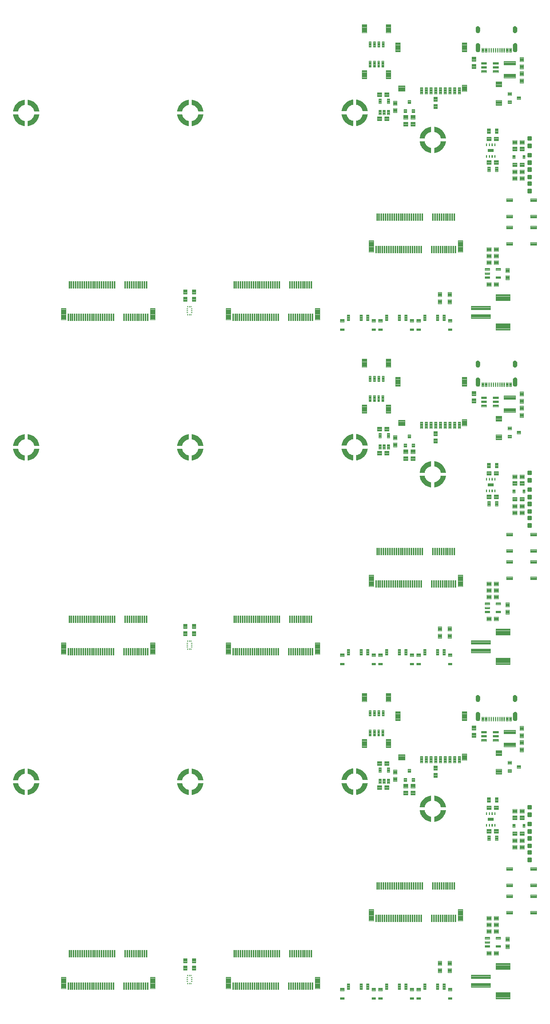
<source format=gtp>
G04 EAGLE Gerber RS-274X export*
G75*
%MOMM*%
%FSLAX34Y34*%
%LPD*%
%INSolderpaste Top*%
%IPPOS*%
%AMOC8*
5,1,8,0,0,1.08239X$1,22.5*%
G01*
%ADD10C,0.102000*%
%ADD11C,0.096000*%
%ADD12R,0.300000X1.750000*%
%ADD13C,0.100000*%
%ADD14C,0.099000*%
%ADD15C,0.300000*%
%ADD16C,0.099059*%
%ADD17R,1.375000X0.800000*%
%ADD18C,0.100800*%
%ADD19C,0.104000*%
%ADD20C,0.101600*%
%ADD21C,0.105000*%
%ADD22C,0.098000*%
%ADD23R,0.400000X0.200000*%
%ADD24R,0.200000X0.400000*%

G36*
X990687Y1987849D02*
X990687Y1987849D01*
X990732Y1987850D01*
X990783Y1987872D01*
X990838Y1987885D01*
X990874Y1987911D01*
X990914Y1987929D01*
X990953Y1987970D01*
X990998Y1988003D01*
X991021Y1988041D01*
X991051Y1988073D01*
X991071Y1988126D01*
X991100Y1988174D01*
X991108Y1988225D01*
X991121Y1988259D01*
X991120Y1988293D01*
X991127Y1988338D01*
X991127Y1999338D01*
X991117Y1999391D01*
X991116Y1999444D01*
X991097Y1999487D01*
X991088Y1999533D01*
X991057Y1999577D01*
X991036Y1999626D01*
X991002Y1999658D01*
X990975Y1999697D01*
X990930Y1999726D01*
X990891Y1999762D01*
X990840Y1999783D01*
X990808Y1999804D01*
X990776Y1999809D01*
X990737Y1999825D01*
X988002Y2000436D01*
X985438Y2001464D01*
X983074Y2002891D01*
X980970Y2004680D01*
X979181Y2006784D01*
X977754Y2009148D01*
X976726Y2011712D01*
X976115Y2014447D01*
X976093Y2014496D01*
X976081Y2014548D01*
X976053Y2014586D01*
X976034Y2014628D01*
X975995Y2014665D01*
X975963Y2014708D01*
X975923Y2014732D01*
X975889Y2014764D01*
X975838Y2014782D01*
X975792Y2014810D01*
X975738Y2014819D01*
X975702Y2014832D01*
X975670Y2014830D01*
X975628Y2014837D01*
X964628Y2014837D01*
X964573Y2014826D01*
X964517Y2014825D01*
X964476Y2014806D01*
X964433Y2014798D01*
X964387Y2014766D01*
X964336Y2014743D01*
X964306Y2014710D01*
X964269Y2014685D01*
X964239Y2014638D01*
X964201Y2014596D01*
X964186Y2014555D01*
X964162Y2014518D01*
X964153Y2014462D01*
X964134Y2014409D01*
X964135Y2014357D01*
X964129Y2014321D01*
X964137Y2014289D01*
X964137Y2014284D01*
X964137Y2014282D01*
X964137Y2014281D01*
X964138Y2014243D01*
X964977Y2009922D01*
X964989Y2009893D01*
X964997Y2009851D01*
X966466Y2005701D01*
X966482Y2005674D01*
X966496Y2005634D01*
X968562Y2001747D01*
X968582Y2001723D01*
X968601Y2001685D01*
X971219Y1998146D01*
X971243Y1998125D01*
X971268Y1998090D01*
X974380Y1994978D01*
X974395Y1994968D01*
X974403Y1994957D01*
X974418Y1994948D01*
X974436Y1994929D01*
X977975Y1992311D01*
X978003Y1992298D01*
X978037Y1992272D01*
X981924Y1990206D01*
X981954Y1990197D01*
X981991Y1990176D01*
X986141Y1988707D01*
X986172Y1988702D01*
X986212Y1988687D01*
X990533Y1987848D01*
X990589Y1987848D01*
X990645Y1987839D01*
X990687Y1987849D01*
G37*
G36*
X990687Y433369D02*
X990687Y433369D01*
X990732Y433370D01*
X990783Y433392D01*
X990838Y433405D01*
X990874Y433431D01*
X990914Y433449D01*
X990953Y433490D01*
X990998Y433523D01*
X991021Y433561D01*
X991051Y433593D01*
X991071Y433646D01*
X991100Y433694D01*
X991108Y433745D01*
X991121Y433779D01*
X991120Y433813D01*
X991127Y433858D01*
X991127Y444858D01*
X991117Y444911D01*
X991116Y444964D01*
X991097Y445007D01*
X991088Y445053D01*
X991057Y445097D01*
X991036Y445146D01*
X991002Y445178D01*
X990975Y445217D01*
X990930Y445246D01*
X990891Y445282D01*
X990840Y445303D01*
X990808Y445324D01*
X990776Y445329D01*
X990737Y445345D01*
X988002Y445956D01*
X985438Y446984D01*
X983074Y448411D01*
X980970Y450200D01*
X979181Y452304D01*
X977754Y454668D01*
X976726Y457232D01*
X976115Y459967D01*
X976093Y460016D01*
X976081Y460068D01*
X976053Y460106D01*
X976034Y460148D01*
X975995Y460185D01*
X975963Y460228D01*
X975923Y460252D01*
X975889Y460284D01*
X975838Y460302D01*
X975792Y460330D01*
X975738Y460339D01*
X975702Y460352D01*
X975670Y460350D01*
X975628Y460357D01*
X964628Y460357D01*
X964573Y460346D01*
X964517Y460345D01*
X964476Y460326D01*
X964433Y460318D01*
X964387Y460286D01*
X964336Y460263D01*
X964306Y460230D01*
X964269Y460205D01*
X964239Y460158D01*
X964201Y460116D01*
X964186Y460075D01*
X964162Y460038D01*
X964153Y459982D01*
X964134Y459929D01*
X964135Y459877D01*
X964129Y459841D01*
X964137Y459809D01*
X964137Y459804D01*
X964137Y459802D01*
X964137Y459801D01*
X964138Y459763D01*
X964977Y455442D01*
X964989Y455413D01*
X964997Y455371D01*
X966466Y451221D01*
X966482Y451194D01*
X966496Y451154D01*
X968562Y447267D01*
X968582Y447243D01*
X968601Y447205D01*
X971219Y443666D01*
X971243Y443645D01*
X971268Y443610D01*
X974380Y440498D01*
X974395Y440488D01*
X974403Y440477D01*
X974418Y440468D01*
X974436Y440449D01*
X977975Y437831D01*
X978003Y437818D01*
X978037Y437792D01*
X981924Y435726D01*
X981954Y435717D01*
X981991Y435696D01*
X986141Y434227D01*
X986172Y434222D01*
X986212Y434207D01*
X990533Y433368D01*
X990589Y433368D01*
X990645Y433359D01*
X990687Y433369D01*
G37*
G36*
X426427Y2050533D02*
X426427Y2050533D01*
X426472Y2050534D01*
X426523Y2050556D01*
X426578Y2050569D01*
X426614Y2050595D01*
X426654Y2050613D01*
X426693Y2050654D01*
X426738Y2050687D01*
X426761Y2050725D01*
X426791Y2050757D01*
X426811Y2050810D01*
X426840Y2050858D01*
X426848Y2050909D01*
X426861Y2050943D01*
X426860Y2050977D01*
X426867Y2051022D01*
X426867Y2062022D01*
X426857Y2062075D01*
X426856Y2062128D01*
X426837Y2062171D01*
X426828Y2062217D01*
X426797Y2062261D01*
X426776Y2062310D01*
X426742Y2062342D01*
X426715Y2062381D01*
X426670Y2062410D01*
X426631Y2062446D01*
X426580Y2062467D01*
X426548Y2062488D01*
X426516Y2062493D01*
X426477Y2062509D01*
X423742Y2063120D01*
X421178Y2064148D01*
X418814Y2065575D01*
X416710Y2067364D01*
X414921Y2069468D01*
X413494Y2071832D01*
X412466Y2074396D01*
X411855Y2077131D01*
X411833Y2077180D01*
X411821Y2077232D01*
X411793Y2077270D01*
X411774Y2077312D01*
X411735Y2077349D01*
X411703Y2077392D01*
X411663Y2077416D01*
X411629Y2077448D01*
X411578Y2077466D01*
X411532Y2077494D01*
X411478Y2077503D01*
X411442Y2077516D01*
X411410Y2077514D01*
X411368Y2077521D01*
X400368Y2077521D01*
X400313Y2077510D01*
X400257Y2077509D01*
X400216Y2077490D01*
X400173Y2077482D01*
X400127Y2077450D01*
X400076Y2077427D01*
X400046Y2077394D01*
X400009Y2077369D01*
X399979Y2077322D01*
X399941Y2077280D01*
X399926Y2077239D01*
X399902Y2077202D01*
X399893Y2077146D01*
X399874Y2077093D01*
X399875Y2077041D01*
X399869Y2077005D01*
X399877Y2076973D01*
X399877Y2076968D01*
X399877Y2076966D01*
X399877Y2076965D01*
X399878Y2076927D01*
X400717Y2072606D01*
X400729Y2072577D01*
X400737Y2072535D01*
X402206Y2068385D01*
X402222Y2068358D01*
X402236Y2068318D01*
X404302Y2064431D01*
X404322Y2064407D01*
X404341Y2064369D01*
X406959Y2060830D01*
X406983Y2060809D01*
X407008Y2060774D01*
X410120Y2057662D01*
X410135Y2057652D01*
X410143Y2057641D01*
X410158Y2057632D01*
X410176Y2057613D01*
X413715Y2054995D01*
X413743Y2054982D01*
X413777Y2054956D01*
X417664Y2052890D01*
X417694Y2052881D01*
X417731Y2052860D01*
X421881Y2051391D01*
X421912Y2051386D01*
X421952Y2051371D01*
X426273Y2050532D01*
X426329Y2050532D01*
X426385Y2050523D01*
X426427Y2050533D01*
G37*
G36*
X990687Y1210609D02*
X990687Y1210609D01*
X990732Y1210610D01*
X990783Y1210632D01*
X990838Y1210645D01*
X990874Y1210671D01*
X990914Y1210689D01*
X990953Y1210730D01*
X990998Y1210763D01*
X991021Y1210801D01*
X991051Y1210833D01*
X991071Y1210886D01*
X991100Y1210934D01*
X991108Y1210985D01*
X991121Y1211019D01*
X991120Y1211053D01*
X991127Y1211098D01*
X991127Y1222098D01*
X991117Y1222151D01*
X991116Y1222204D01*
X991097Y1222247D01*
X991088Y1222293D01*
X991057Y1222337D01*
X991036Y1222386D01*
X991002Y1222418D01*
X990975Y1222457D01*
X990930Y1222486D01*
X990891Y1222522D01*
X990840Y1222543D01*
X990808Y1222564D01*
X990776Y1222569D01*
X990737Y1222585D01*
X988002Y1223196D01*
X985438Y1224224D01*
X983074Y1225651D01*
X980970Y1227440D01*
X979181Y1229544D01*
X977754Y1231908D01*
X976726Y1234472D01*
X976115Y1237207D01*
X976093Y1237256D01*
X976081Y1237308D01*
X976053Y1237346D01*
X976034Y1237388D01*
X975995Y1237425D01*
X975963Y1237468D01*
X975923Y1237492D01*
X975889Y1237524D01*
X975838Y1237542D01*
X975792Y1237570D01*
X975738Y1237579D01*
X975702Y1237592D01*
X975670Y1237590D01*
X975628Y1237597D01*
X964628Y1237597D01*
X964573Y1237586D01*
X964517Y1237585D01*
X964476Y1237566D01*
X964433Y1237558D01*
X964387Y1237526D01*
X964336Y1237503D01*
X964306Y1237470D01*
X964269Y1237445D01*
X964239Y1237398D01*
X964201Y1237356D01*
X964186Y1237315D01*
X964162Y1237278D01*
X964153Y1237222D01*
X964134Y1237169D01*
X964135Y1237117D01*
X964129Y1237081D01*
X964137Y1237049D01*
X964137Y1237044D01*
X964137Y1237042D01*
X964137Y1237041D01*
X964138Y1237003D01*
X964977Y1232682D01*
X964989Y1232653D01*
X964997Y1232611D01*
X966466Y1228461D01*
X966482Y1228434D01*
X966496Y1228394D01*
X968562Y1224507D01*
X968582Y1224483D01*
X968601Y1224445D01*
X971219Y1220906D01*
X971243Y1220885D01*
X971268Y1220850D01*
X974380Y1217738D01*
X974395Y1217728D01*
X974403Y1217717D01*
X974418Y1217708D01*
X974436Y1217689D01*
X977975Y1215071D01*
X978003Y1215058D01*
X978037Y1215032D01*
X981924Y1212966D01*
X981954Y1212957D01*
X981991Y1212936D01*
X986141Y1211467D01*
X986172Y1211462D01*
X986212Y1211447D01*
X990533Y1210608D01*
X990589Y1210608D01*
X990645Y1210599D01*
X990687Y1210609D01*
G37*
G36*
X44459Y2050533D02*
X44459Y2050533D01*
X44504Y2050534D01*
X44555Y2050556D01*
X44610Y2050569D01*
X44646Y2050595D01*
X44686Y2050613D01*
X44725Y2050654D01*
X44770Y2050687D01*
X44793Y2050725D01*
X44823Y2050757D01*
X44843Y2050810D01*
X44872Y2050858D01*
X44880Y2050909D01*
X44893Y2050943D01*
X44892Y2050977D01*
X44899Y2051022D01*
X44899Y2062022D01*
X44889Y2062075D01*
X44888Y2062128D01*
X44869Y2062171D01*
X44860Y2062217D01*
X44829Y2062261D01*
X44808Y2062310D01*
X44774Y2062342D01*
X44747Y2062381D01*
X44702Y2062410D01*
X44663Y2062446D01*
X44612Y2062467D01*
X44580Y2062488D01*
X44548Y2062493D01*
X44509Y2062509D01*
X41774Y2063120D01*
X39210Y2064148D01*
X36846Y2065575D01*
X34742Y2067364D01*
X32953Y2069468D01*
X31526Y2071832D01*
X30498Y2074396D01*
X29887Y2077131D01*
X29865Y2077180D01*
X29853Y2077232D01*
X29825Y2077270D01*
X29806Y2077312D01*
X29767Y2077349D01*
X29735Y2077392D01*
X29695Y2077416D01*
X29661Y2077448D01*
X29610Y2077466D01*
X29564Y2077494D01*
X29510Y2077503D01*
X29474Y2077516D01*
X29442Y2077514D01*
X29400Y2077521D01*
X18400Y2077521D01*
X18345Y2077510D01*
X18289Y2077509D01*
X18248Y2077490D01*
X18205Y2077482D01*
X18159Y2077450D01*
X18108Y2077427D01*
X18078Y2077394D01*
X18041Y2077369D01*
X18011Y2077322D01*
X17973Y2077280D01*
X17958Y2077239D01*
X17934Y2077202D01*
X17925Y2077146D01*
X17906Y2077093D01*
X17907Y2077041D01*
X17901Y2077005D01*
X17909Y2076973D01*
X17909Y2076968D01*
X17909Y2076966D01*
X17909Y2076965D01*
X17910Y2076927D01*
X18749Y2072606D01*
X18761Y2072577D01*
X18769Y2072535D01*
X20238Y2068385D01*
X20254Y2068358D01*
X20268Y2068318D01*
X22334Y2064431D01*
X22354Y2064407D01*
X22373Y2064369D01*
X24991Y2060830D01*
X25015Y2060809D01*
X25040Y2060774D01*
X28152Y2057662D01*
X28167Y2057652D01*
X28175Y2057641D01*
X28190Y2057632D01*
X28208Y2057613D01*
X31747Y2054995D01*
X31775Y2054982D01*
X31809Y2054956D01*
X35696Y2052890D01*
X35726Y2052881D01*
X35763Y2052860D01*
X39913Y2051391D01*
X39944Y2051386D01*
X39984Y2051371D01*
X44305Y2050532D01*
X44361Y2050532D01*
X44417Y2050523D01*
X44459Y2050533D01*
G37*
G36*
X808983Y1273547D02*
X808983Y1273547D01*
X809028Y1273548D01*
X809079Y1273570D01*
X809134Y1273583D01*
X809170Y1273609D01*
X809210Y1273627D01*
X809249Y1273668D01*
X809294Y1273701D01*
X809317Y1273739D01*
X809347Y1273771D01*
X809367Y1273824D01*
X809396Y1273872D01*
X809404Y1273923D01*
X809417Y1273957D01*
X809416Y1273991D01*
X809423Y1274036D01*
X809423Y1285036D01*
X809413Y1285089D01*
X809412Y1285142D01*
X809393Y1285185D01*
X809384Y1285231D01*
X809353Y1285275D01*
X809332Y1285324D01*
X809298Y1285356D01*
X809271Y1285395D01*
X809226Y1285424D01*
X809187Y1285460D01*
X809136Y1285481D01*
X809104Y1285502D01*
X809072Y1285507D01*
X809033Y1285523D01*
X806298Y1286134D01*
X803734Y1287162D01*
X801370Y1288589D01*
X799266Y1290378D01*
X797477Y1292482D01*
X796050Y1294846D01*
X795022Y1297410D01*
X794411Y1300145D01*
X794389Y1300194D01*
X794377Y1300246D01*
X794349Y1300284D01*
X794330Y1300326D01*
X794291Y1300363D01*
X794259Y1300406D01*
X794219Y1300430D01*
X794185Y1300462D01*
X794134Y1300480D01*
X794088Y1300508D01*
X794034Y1300517D01*
X793998Y1300530D01*
X793966Y1300528D01*
X793924Y1300535D01*
X782924Y1300535D01*
X782869Y1300524D01*
X782813Y1300523D01*
X782772Y1300504D01*
X782729Y1300496D01*
X782683Y1300464D01*
X782632Y1300441D01*
X782602Y1300408D01*
X782565Y1300383D01*
X782535Y1300336D01*
X782497Y1300294D01*
X782482Y1300253D01*
X782458Y1300216D01*
X782449Y1300160D01*
X782430Y1300107D01*
X782431Y1300055D01*
X782425Y1300019D01*
X782433Y1299987D01*
X782433Y1299982D01*
X782433Y1299980D01*
X782433Y1299979D01*
X782434Y1299941D01*
X783273Y1295620D01*
X783285Y1295591D01*
X783293Y1295549D01*
X784762Y1291399D01*
X784778Y1291372D01*
X784792Y1291332D01*
X786858Y1287445D01*
X786878Y1287421D01*
X786897Y1287383D01*
X789515Y1283844D01*
X789539Y1283823D01*
X789564Y1283788D01*
X792676Y1280676D01*
X792691Y1280666D01*
X792699Y1280655D01*
X792714Y1280646D01*
X792732Y1280627D01*
X796271Y1278009D01*
X796299Y1277996D01*
X796333Y1277970D01*
X800220Y1275904D01*
X800250Y1275895D01*
X800287Y1275874D01*
X804437Y1274405D01*
X804468Y1274400D01*
X804508Y1274385D01*
X808829Y1273546D01*
X808885Y1273546D01*
X808941Y1273537D01*
X808983Y1273547D01*
G37*
G36*
X44459Y1273293D02*
X44459Y1273293D01*
X44504Y1273294D01*
X44555Y1273316D01*
X44610Y1273329D01*
X44646Y1273355D01*
X44686Y1273373D01*
X44725Y1273414D01*
X44770Y1273447D01*
X44793Y1273485D01*
X44823Y1273517D01*
X44843Y1273570D01*
X44872Y1273618D01*
X44880Y1273669D01*
X44893Y1273703D01*
X44892Y1273737D01*
X44899Y1273782D01*
X44899Y1284782D01*
X44889Y1284835D01*
X44888Y1284888D01*
X44869Y1284931D01*
X44860Y1284977D01*
X44829Y1285021D01*
X44808Y1285070D01*
X44774Y1285102D01*
X44747Y1285141D01*
X44702Y1285170D01*
X44663Y1285206D01*
X44612Y1285227D01*
X44580Y1285248D01*
X44548Y1285253D01*
X44509Y1285269D01*
X41774Y1285880D01*
X39210Y1286908D01*
X36846Y1288335D01*
X34742Y1290124D01*
X32953Y1292228D01*
X31526Y1294592D01*
X30498Y1297156D01*
X29887Y1299891D01*
X29865Y1299940D01*
X29853Y1299992D01*
X29825Y1300030D01*
X29806Y1300072D01*
X29767Y1300109D01*
X29735Y1300152D01*
X29695Y1300176D01*
X29661Y1300208D01*
X29610Y1300226D01*
X29564Y1300254D01*
X29510Y1300263D01*
X29474Y1300276D01*
X29442Y1300274D01*
X29400Y1300281D01*
X18400Y1300281D01*
X18345Y1300270D01*
X18289Y1300269D01*
X18248Y1300250D01*
X18205Y1300242D01*
X18159Y1300210D01*
X18108Y1300187D01*
X18078Y1300154D01*
X18041Y1300129D01*
X18011Y1300082D01*
X17973Y1300040D01*
X17958Y1299999D01*
X17934Y1299962D01*
X17925Y1299906D01*
X17906Y1299853D01*
X17907Y1299801D01*
X17901Y1299765D01*
X17909Y1299733D01*
X17909Y1299728D01*
X17909Y1299726D01*
X17909Y1299725D01*
X17910Y1299687D01*
X18749Y1295366D01*
X18761Y1295337D01*
X18769Y1295295D01*
X20238Y1291145D01*
X20254Y1291118D01*
X20268Y1291078D01*
X22334Y1287191D01*
X22354Y1287167D01*
X22373Y1287129D01*
X24991Y1283590D01*
X25015Y1283569D01*
X25040Y1283534D01*
X28152Y1280422D01*
X28167Y1280412D01*
X28175Y1280401D01*
X28190Y1280392D01*
X28208Y1280373D01*
X31747Y1277755D01*
X31775Y1277742D01*
X31809Y1277716D01*
X35696Y1275650D01*
X35726Y1275641D01*
X35763Y1275620D01*
X39913Y1274151D01*
X39944Y1274146D01*
X39984Y1274131D01*
X44305Y1273292D01*
X44361Y1273292D01*
X44417Y1273283D01*
X44459Y1273293D01*
G37*
G36*
X426427Y1273293D02*
X426427Y1273293D01*
X426472Y1273294D01*
X426523Y1273316D01*
X426578Y1273329D01*
X426614Y1273355D01*
X426654Y1273373D01*
X426693Y1273414D01*
X426738Y1273447D01*
X426761Y1273485D01*
X426791Y1273517D01*
X426811Y1273570D01*
X426840Y1273618D01*
X426848Y1273669D01*
X426861Y1273703D01*
X426860Y1273737D01*
X426867Y1273782D01*
X426867Y1284782D01*
X426857Y1284835D01*
X426856Y1284888D01*
X426837Y1284931D01*
X426828Y1284977D01*
X426797Y1285021D01*
X426776Y1285070D01*
X426742Y1285102D01*
X426715Y1285141D01*
X426670Y1285170D01*
X426631Y1285206D01*
X426580Y1285227D01*
X426548Y1285248D01*
X426516Y1285253D01*
X426477Y1285269D01*
X423742Y1285880D01*
X421178Y1286908D01*
X418814Y1288335D01*
X416710Y1290124D01*
X414921Y1292228D01*
X413494Y1294592D01*
X412466Y1297156D01*
X411855Y1299891D01*
X411833Y1299940D01*
X411821Y1299992D01*
X411793Y1300030D01*
X411774Y1300072D01*
X411735Y1300109D01*
X411703Y1300152D01*
X411663Y1300176D01*
X411629Y1300208D01*
X411578Y1300226D01*
X411532Y1300254D01*
X411478Y1300263D01*
X411442Y1300276D01*
X411410Y1300274D01*
X411368Y1300281D01*
X400368Y1300281D01*
X400313Y1300270D01*
X400257Y1300269D01*
X400216Y1300250D01*
X400173Y1300242D01*
X400127Y1300210D01*
X400076Y1300187D01*
X400046Y1300154D01*
X400009Y1300129D01*
X399979Y1300082D01*
X399941Y1300040D01*
X399926Y1299999D01*
X399902Y1299962D01*
X399893Y1299906D01*
X399874Y1299853D01*
X399875Y1299801D01*
X399869Y1299765D01*
X399877Y1299733D01*
X399877Y1299728D01*
X399877Y1299726D01*
X399877Y1299725D01*
X399878Y1299687D01*
X400717Y1295366D01*
X400729Y1295337D01*
X400737Y1295295D01*
X402206Y1291145D01*
X402222Y1291118D01*
X402236Y1291078D01*
X404302Y1287191D01*
X404322Y1287167D01*
X404341Y1287129D01*
X406959Y1283590D01*
X406983Y1283569D01*
X407008Y1283534D01*
X410120Y1280422D01*
X410135Y1280412D01*
X410143Y1280401D01*
X410158Y1280392D01*
X410176Y1280373D01*
X413715Y1277755D01*
X413743Y1277742D01*
X413777Y1277716D01*
X417664Y1275650D01*
X417694Y1275641D01*
X417731Y1275620D01*
X421881Y1274151D01*
X421912Y1274146D01*
X421952Y1274131D01*
X426273Y1273292D01*
X426329Y1273292D01*
X426385Y1273283D01*
X426427Y1273293D01*
G37*
G36*
X426427Y496053D02*
X426427Y496053D01*
X426472Y496054D01*
X426523Y496076D01*
X426578Y496089D01*
X426614Y496115D01*
X426654Y496133D01*
X426693Y496174D01*
X426738Y496207D01*
X426761Y496245D01*
X426791Y496277D01*
X426811Y496330D01*
X426840Y496378D01*
X426848Y496429D01*
X426861Y496463D01*
X426860Y496497D01*
X426867Y496542D01*
X426867Y507542D01*
X426857Y507595D01*
X426856Y507648D01*
X426837Y507691D01*
X426828Y507737D01*
X426797Y507781D01*
X426776Y507830D01*
X426742Y507862D01*
X426715Y507901D01*
X426670Y507930D01*
X426631Y507966D01*
X426580Y507987D01*
X426548Y508008D01*
X426516Y508013D01*
X426477Y508029D01*
X423742Y508640D01*
X421178Y509668D01*
X418814Y511095D01*
X416710Y512884D01*
X414921Y514988D01*
X413494Y517352D01*
X412466Y519916D01*
X411855Y522651D01*
X411833Y522700D01*
X411821Y522752D01*
X411793Y522790D01*
X411774Y522832D01*
X411735Y522869D01*
X411703Y522912D01*
X411663Y522936D01*
X411629Y522968D01*
X411578Y522986D01*
X411532Y523014D01*
X411478Y523023D01*
X411442Y523036D01*
X411410Y523034D01*
X411368Y523041D01*
X400368Y523041D01*
X400313Y523030D01*
X400257Y523029D01*
X400216Y523010D01*
X400173Y523002D01*
X400127Y522970D01*
X400076Y522947D01*
X400046Y522914D01*
X400009Y522889D01*
X399979Y522842D01*
X399941Y522800D01*
X399926Y522759D01*
X399902Y522722D01*
X399893Y522666D01*
X399874Y522613D01*
X399875Y522561D01*
X399869Y522525D01*
X399877Y522493D01*
X399877Y522488D01*
X399877Y522486D01*
X399877Y522485D01*
X399878Y522447D01*
X400717Y518126D01*
X400729Y518097D01*
X400737Y518055D01*
X402206Y513905D01*
X402222Y513878D01*
X402236Y513838D01*
X404302Y509951D01*
X404322Y509927D01*
X404341Y509889D01*
X406959Y506350D01*
X406983Y506329D01*
X407008Y506294D01*
X410120Y503182D01*
X410135Y503172D01*
X410143Y503161D01*
X410158Y503152D01*
X410176Y503133D01*
X413715Y500515D01*
X413743Y500502D01*
X413777Y500476D01*
X417664Y498410D01*
X417694Y498401D01*
X417731Y498380D01*
X421881Y496911D01*
X421912Y496906D01*
X421952Y496891D01*
X426273Y496052D01*
X426329Y496052D01*
X426385Y496043D01*
X426427Y496053D01*
G37*
G36*
X44459Y496053D02*
X44459Y496053D01*
X44504Y496054D01*
X44555Y496076D01*
X44610Y496089D01*
X44646Y496115D01*
X44686Y496133D01*
X44725Y496174D01*
X44770Y496207D01*
X44793Y496245D01*
X44823Y496277D01*
X44843Y496330D01*
X44872Y496378D01*
X44880Y496429D01*
X44893Y496463D01*
X44892Y496497D01*
X44899Y496542D01*
X44899Y507542D01*
X44889Y507595D01*
X44888Y507648D01*
X44869Y507691D01*
X44860Y507737D01*
X44829Y507781D01*
X44808Y507830D01*
X44774Y507862D01*
X44747Y507901D01*
X44702Y507930D01*
X44663Y507966D01*
X44612Y507987D01*
X44580Y508008D01*
X44548Y508013D01*
X44509Y508029D01*
X41774Y508640D01*
X39210Y509668D01*
X36846Y511095D01*
X34742Y512884D01*
X32953Y514988D01*
X31526Y517352D01*
X30498Y519916D01*
X29887Y522651D01*
X29865Y522700D01*
X29853Y522752D01*
X29825Y522790D01*
X29806Y522832D01*
X29767Y522869D01*
X29735Y522912D01*
X29695Y522936D01*
X29661Y522968D01*
X29610Y522986D01*
X29564Y523014D01*
X29510Y523023D01*
X29474Y523036D01*
X29442Y523034D01*
X29400Y523041D01*
X18400Y523041D01*
X18345Y523030D01*
X18289Y523029D01*
X18248Y523010D01*
X18205Y523002D01*
X18159Y522970D01*
X18108Y522947D01*
X18078Y522914D01*
X18041Y522889D01*
X18011Y522842D01*
X17973Y522800D01*
X17958Y522759D01*
X17934Y522722D01*
X17925Y522666D01*
X17906Y522613D01*
X17907Y522561D01*
X17901Y522525D01*
X17909Y522493D01*
X17909Y522488D01*
X17909Y522486D01*
X17909Y522485D01*
X17910Y522447D01*
X18749Y518126D01*
X18761Y518097D01*
X18769Y518055D01*
X20238Y513905D01*
X20254Y513878D01*
X20268Y513838D01*
X22334Y509951D01*
X22354Y509927D01*
X22373Y509889D01*
X24991Y506350D01*
X25015Y506329D01*
X25040Y506294D01*
X28152Y503182D01*
X28167Y503172D01*
X28175Y503161D01*
X28190Y503152D01*
X28208Y503133D01*
X31747Y500515D01*
X31775Y500502D01*
X31809Y500476D01*
X35696Y498410D01*
X35726Y498401D01*
X35763Y498380D01*
X39913Y496911D01*
X39944Y496906D01*
X39984Y496891D01*
X44305Y496052D01*
X44361Y496052D01*
X44417Y496043D01*
X44459Y496053D01*
G37*
G36*
X808983Y496307D02*
X808983Y496307D01*
X809028Y496308D01*
X809079Y496330D01*
X809134Y496343D01*
X809170Y496369D01*
X809210Y496387D01*
X809249Y496428D01*
X809294Y496461D01*
X809317Y496499D01*
X809347Y496531D01*
X809367Y496584D01*
X809396Y496632D01*
X809404Y496683D01*
X809417Y496717D01*
X809416Y496751D01*
X809423Y496796D01*
X809423Y507796D01*
X809413Y507849D01*
X809412Y507902D01*
X809393Y507945D01*
X809384Y507991D01*
X809353Y508035D01*
X809332Y508084D01*
X809298Y508116D01*
X809271Y508155D01*
X809226Y508184D01*
X809187Y508220D01*
X809136Y508241D01*
X809104Y508262D01*
X809072Y508267D01*
X809033Y508283D01*
X806298Y508894D01*
X803734Y509922D01*
X801370Y511349D01*
X799266Y513138D01*
X797477Y515242D01*
X796050Y517606D01*
X795022Y520170D01*
X794411Y522905D01*
X794389Y522954D01*
X794377Y523006D01*
X794349Y523044D01*
X794330Y523086D01*
X794291Y523123D01*
X794259Y523166D01*
X794219Y523190D01*
X794185Y523222D01*
X794134Y523240D01*
X794088Y523268D01*
X794034Y523277D01*
X793998Y523290D01*
X793966Y523288D01*
X793924Y523295D01*
X782924Y523295D01*
X782869Y523284D01*
X782813Y523283D01*
X782772Y523264D01*
X782729Y523256D01*
X782683Y523224D01*
X782632Y523201D01*
X782602Y523168D01*
X782565Y523143D01*
X782535Y523096D01*
X782497Y523054D01*
X782482Y523013D01*
X782458Y522976D01*
X782449Y522920D01*
X782430Y522867D01*
X782431Y522815D01*
X782425Y522779D01*
X782433Y522747D01*
X782433Y522742D01*
X782433Y522740D01*
X782433Y522739D01*
X782434Y522701D01*
X783273Y518380D01*
X783285Y518351D01*
X783293Y518309D01*
X784762Y514159D01*
X784778Y514132D01*
X784792Y514092D01*
X786858Y510205D01*
X786878Y510181D01*
X786897Y510143D01*
X789515Y506604D01*
X789539Y506583D01*
X789564Y506548D01*
X792676Y503436D01*
X792691Y503426D01*
X792699Y503415D01*
X792714Y503406D01*
X792732Y503387D01*
X796271Y500769D01*
X796299Y500756D01*
X796333Y500730D01*
X800220Y498664D01*
X800250Y498655D01*
X800287Y498634D01*
X804437Y497165D01*
X804468Y497160D01*
X804508Y497145D01*
X808829Y496306D01*
X808885Y496306D01*
X808941Y496297D01*
X808983Y496307D01*
G37*
G36*
X808983Y2050787D02*
X808983Y2050787D01*
X809028Y2050788D01*
X809079Y2050810D01*
X809134Y2050823D01*
X809170Y2050849D01*
X809210Y2050867D01*
X809249Y2050908D01*
X809294Y2050941D01*
X809317Y2050979D01*
X809347Y2051011D01*
X809367Y2051064D01*
X809396Y2051112D01*
X809404Y2051163D01*
X809417Y2051197D01*
X809416Y2051231D01*
X809423Y2051276D01*
X809423Y2062276D01*
X809413Y2062329D01*
X809412Y2062382D01*
X809393Y2062425D01*
X809384Y2062471D01*
X809353Y2062515D01*
X809332Y2062564D01*
X809298Y2062596D01*
X809271Y2062635D01*
X809226Y2062664D01*
X809187Y2062700D01*
X809136Y2062721D01*
X809104Y2062742D01*
X809072Y2062747D01*
X809033Y2062763D01*
X806298Y2063374D01*
X803734Y2064402D01*
X801370Y2065829D01*
X799266Y2067618D01*
X797477Y2069722D01*
X796050Y2072086D01*
X795022Y2074650D01*
X794411Y2077385D01*
X794389Y2077434D01*
X794377Y2077486D01*
X794349Y2077524D01*
X794330Y2077566D01*
X794291Y2077603D01*
X794259Y2077646D01*
X794219Y2077670D01*
X794185Y2077702D01*
X794134Y2077720D01*
X794088Y2077748D01*
X794034Y2077757D01*
X793998Y2077770D01*
X793966Y2077768D01*
X793924Y2077775D01*
X782924Y2077775D01*
X782869Y2077764D01*
X782813Y2077763D01*
X782772Y2077744D01*
X782729Y2077736D01*
X782683Y2077704D01*
X782632Y2077681D01*
X782602Y2077648D01*
X782565Y2077623D01*
X782535Y2077576D01*
X782497Y2077534D01*
X782482Y2077493D01*
X782458Y2077456D01*
X782449Y2077400D01*
X782430Y2077347D01*
X782431Y2077295D01*
X782425Y2077259D01*
X782433Y2077227D01*
X782433Y2077222D01*
X782433Y2077220D01*
X782433Y2077219D01*
X782434Y2077181D01*
X783273Y2072860D01*
X783285Y2072831D01*
X783293Y2072789D01*
X784762Y2068639D01*
X784778Y2068612D01*
X784792Y2068572D01*
X786858Y2064685D01*
X786878Y2064661D01*
X786897Y2064623D01*
X789515Y2061084D01*
X789539Y2061063D01*
X789564Y2061028D01*
X792676Y2057916D01*
X792691Y2057906D01*
X792699Y2057895D01*
X792714Y2057886D01*
X792732Y2057867D01*
X796271Y2055249D01*
X796299Y2055236D01*
X796333Y2055210D01*
X800220Y2053144D01*
X800250Y2053135D01*
X800287Y2053114D01*
X804437Y2051645D01*
X804468Y2051640D01*
X804508Y2051625D01*
X808829Y2050786D01*
X808885Y2050786D01*
X808941Y2050777D01*
X808983Y2050787D01*
G37*
G36*
X411421Y1307293D02*
X411421Y1307293D01*
X411474Y1307294D01*
X411517Y1307313D01*
X411563Y1307322D01*
X411607Y1307353D01*
X411656Y1307374D01*
X411688Y1307408D01*
X411727Y1307435D01*
X411756Y1307480D01*
X411792Y1307519D01*
X411813Y1307570D01*
X411834Y1307602D01*
X411839Y1307634D01*
X411855Y1307673D01*
X412466Y1310408D01*
X413494Y1312972D01*
X414921Y1315336D01*
X416710Y1317440D01*
X418814Y1319229D01*
X421178Y1320656D01*
X423742Y1321684D01*
X426477Y1322295D01*
X426526Y1322317D01*
X426578Y1322329D01*
X426616Y1322357D01*
X426658Y1322376D01*
X426695Y1322415D01*
X426738Y1322447D01*
X426762Y1322487D01*
X426794Y1322521D01*
X426812Y1322572D01*
X426840Y1322618D01*
X426849Y1322672D01*
X426862Y1322708D01*
X426860Y1322740D01*
X426867Y1322782D01*
X426867Y1333782D01*
X426856Y1333837D01*
X426855Y1333893D01*
X426836Y1333934D01*
X426828Y1333977D01*
X426796Y1334023D01*
X426773Y1334075D01*
X426740Y1334104D01*
X426715Y1334141D01*
X426668Y1334171D01*
X426626Y1334209D01*
X426585Y1334224D01*
X426548Y1334248D01*
X426492Y1334257D01*
X426439Y1334276D01*
X426387Y1334275D01*
X426351Y1334281D01*
X426319Y1334273D01*
X426273Y1334272D01*
X421952Y1333433D01*
X421923Y1333421D01*
X421881Y1333413D01*
X417731Y1331944D01*
X417704Y1331928D01*
X417664Y1331914D01*
X413777Y1329848D01*
X413753Y1329828D01*
X413715Y1329809D01*
X410176Y1327191D01*
X410155Y1327167D01*
X410120Y1327142D01*
X407008Y1324030D01*
X406990Y1324004D01*
X406959Y1323974D01*
X404341Y1320436D01*
X404328Y1320407D01*
X404302Y1320373D01*
X402236Y1316486D01*
X402229Y1316463D01*
X402220Y1316449D01*
X402219Y1316441D01*
X402206Y1316419D01*
X400737Y1312269D01*
X400732Y1312238D01*
X400717Y1312198D01*
X399878Y1307877D01*
X399878Y1307821D01*
X399869Y1307765D01*
X399879Y1307723D01*
X399880Y1307678D01*
X399902Y1307627D01*
X399915Y1307572D01*
X399941Y1307537D01*
X399959Y1307496D01*
X400000Y1307457D01*
X400033Y1307412D01*
X400071Y1307389D01*
X400103Y1307359D01*
X400156Y1307339D01*
X400204Y1307310D01*
X400255Y1307302D01*
X400289Y1307289D01*
X400323Y1307290D01*
X400368Y1307283D01*
X411368Y1307283D01*
X411421Y1307293D01*
G37*
G36*
X411421Y530053D02*
X411421Y530053D01*
X411474Y530054D01*
X411517Y530073D01*
X411563Y530082D01*
X411607Y530113D01*
X411656Y530134D01*
X411688Y530168D01*
X411727Y530195D01*
X411756Y530240D01*
X411792Y530279D01*
X411813Y530330D01*
X411834Y530362D01*
X411839Y530394D01*
X411855Y530433D01*
X412466Y533168D01*
X413494Y535732D01*
X414921Y538096D01*
X416710Y540200D01*
X418814Y541989D01*
X421178Y543416D01*
X423742Y544444D01*
X426477Y545055D01*
X426526Y545077D01*
X426578Y545089D01*
X426616Y545117D01*
X426658Y545136D01*
X426695Y545175D01*
X426738Y545207D01*
X426762Y545247D01*
X426794Y545281D01*
X426812Y545332D01*
X426840Y545378D01*
X426849Y545432D01*
X426862Y545468D01*
X426860Y545500D01*
X426867Y545542D01*
X426867Y556542D01*
X426856Y556597D01*
X426855Y556653D01*
X426836Y556694D01*
X426828Y556737D01*
X426796Y556783D01*
X426773Y556835D01*
X426740Y556864D01*
X426715Y556901D01*
X426668Y556931D01*
X426626Y556969D01*
X426585Y556984D01*
X426548Y557008D01*
X426492Y557017D01*
X426439Y557036D01*
X426387Y557035D01*
X426351Y557041D01*
X426319Y557033D01*
X426273Y557032D01*
X421952Y556193D01*
X421923Y556181D01*
X421881Y556173D01*
X417731Y554704D01*
X417704Y554688D01*
X417664Y554674D01*
X413777Y552608D01*
X413753Y552588D01*
X413715Y552569D01*
X410176Y549951D01*
X410155Y549927D01*
X410120Y549902D01*
X407008Y546790D01*
X406990Y546764D01*
X406959Y546734D01*
X404341Y543196D01*
X404328Y543167D01*
X404302Y543133D01*
X402236Y539246D01*
X402229Y539223D01*
X402220Y539209D01*
X402219Y539201D01*
X402206Y539179D01*
X400737Y535029D01*
X400732Y534998D01*
X400717Y534958D01*
X399878Y530637D01*
X399878Y530581D01*
X399869Y530525D01*
X399879Y530483D01*
X399880Y530438D01*
X399902Y530387D01*
X399915Y530332D01*
X399941Y530297D01*
X399959Y530256D01*
X400000Y530217D01*
X400033Y530172D01*
X400071Y530149D01*
X400103Y530119D01*
X400156Y530099D01*
X400204Y530070D01*
X400255Y530062D01*
X400289Y530049D01*
X400323Y530050D01*
X400368Y530043D01*
X411368Y530043D01*
X411421Y530053D01*
G37*
G36*
X793977Y2084787D02*
X793977Y2084787D01*
X794030Y2084788D01*
X794073Y2084807D01*
X794119Y2084816D01*
X794163Y2084847D01*
X794212Y2084868D01*
X794244Y2084902D01*
X794283Y2084929D01*
X794312Y2084974D01*
X794348Y2085013D01*
X794369Y2085064D01*
X794390Y2085096D01*
X794395Y2085128D01*
X794411Y2085167D01*
X795022Y2087902D01*
X796050Y2090466D01*
X797477Y2092830D01*
X799266Y2094934D01*
X801370Y2096723D01*
X803734Y2098150D01*
X806298Y2099178D01*
X809033Y2099789D01*
X809082Y2099811D01*
X809134Y2099823D01*
X809172Y2099851D01*
X809214Y2099870D01*
X809251Y2099909D01*
X809294Y2099941D01*
X809318Y2099981D01*
X809350Y2100015D01*
X809368Y2100066D01*
X809396Y2100112D01*
X809405Y2100166D01*
X809418Y2100202D01*
X809416Y2100234D01*
X809423Y2100276D01*
X809423Y2111276D01*
X809412Y2111331D01*
X809411Y2111387D01*
X809392Y2111428D01*
X809384Y2111471D01*
X809352Y2111517D01*
X809329Y2111569D01*
X809296Y2111598D01*
X809271Y2111635D01*
X809224Y2111665D01*
X809182Y2111703D01*
X809141Y2111718D01*
X809104Y2111742D01*
X809048Y2111751D01*
X808995Y2111770D01*
X808943Y2111769D01*
X808907Y2111775D01*
X808875Y2111767D01*
X808829Y2111766D01*
X804508Y2110927D01*
X804479Y2110915D01*
X804437Y2110907D01*
X800287Y2109438D01*
X800260Y2109422D01*
X800220Y2109408D01*
X796333Y2107342D01*
X796309Y2107322D01*
X796271Y2107303D01*
X792732Y2104685D01*
X792711Y2104661D01*
X792676Y2104636D01*
X789564Y2101524D01*
X789546Y2101498D01*
X789515Y2101468D01*
X786897Y2097930D01*
X786884Y2097901D01*
X786858Y2097867D01*
X784792Y2093980D01*
X784785Y2093957D01*
X784776Y2093943D01*
X784775Y2093935D01*
X784762Y2093913D01*
X783293Y2089763D01*
X783288Y2089732D01*
X783273Y2089692D01*
X782434Y2085371D01*
X782434Y2085315D01*
X782425Y2085259D01*
X782435Y2085217D01*
X782436Y2085172D01*
X782458Y2085121D01*
X782471Y2085066D01*
X782497Y2085031D01*
X782515Y2084990D01*
X782556Y2084951D01*
X782589Y2084906D01*
X782627Y2084883D01*
X782659Y2084853D01*
X782712Y2084833D01*
X782760Y2084804D01*
X782811Y2084796D01*
X782845Y2084783D01*
X782879Y2084784D01*
X782924Y2084777D01*
X793924Y2084777D01*
X793977Y2084787D01*
G37*
G36*
X29453Y530053D02*
X29453Y530053D01*
X29506Y530054D01*
X29549Y530073D01*
X29595Y530082D01*
X29639Y530113D01*
X29688Y530134D01*
X29720Y530168D01*
X29759Y530195D01*
X29788Y530240D01*
X29824Y530279D01*
X29845Y530330D01*
X29866Y530362D01*
X29871Y530394D01*
X29887Y530433D01*
X30498Y533168D01*
X31526Y535732D01*
X32953Y538096D01*
X34742Y540200D01*
X36846Y541989D01*
X39210Y543416D01*
X41774Y544444D01*
X44509Y545055D01*
X44558Y545077D01*
X44610Y545089D01*
X44648Y545117D01*
X44690Y545136D01*
X44727Y545175D01*
X44770Y545207D01*
X44794Y545247D01*
X44826Y545281D01*
X44844Y545332D01*
X44872Y545378D01*
X44881Y545432D01*
X44894Y545468D01*
X44892Y545500D01*
X44899Y545542D01*
X44899Y556542D01*
X44888Y556597D01*
X44887Y556653D01*
X44868Y556694D01*
X44860Y556737D01*
X44828Y556783D01*
X44805Y556835D01*
X44772Y556864D01*
X44747Y556901D01*
X44700Y556931D01*
X44658Y556969D01*
X44617Y556984D01*
X44580Y557008D01*
X44524Y557017D01*
X44471Y557036D01*
X44419Y557035D01*
X44383Y557041D01*
X44351Y557033D01*
X44305Y557032D01*
X39984Y556193D01*
X39955Y556181D01*
X39913Y556173D01*
X35763Y554704D01*
X35736Y554688D01*
X35696Y554674D01*
X31809Y552608D01*
X31785Y552588D01*
X31747Y552569D01*
X28208Y549951D01*
X28187Y549927D01*
X28152Y549902D01*
X25040Y546790D01*
X25022Y546764D01*
X24991Y546734D01*
X22373Y543196D01*
X22360Y543167D01*
X22334Y543133D01*
X20268Y539246D01*
X20261Y539223D01*
X20252Y539209D01*
X20251Y539201D01*
X20238Y539179D01*
X18769Y535029D01*
X18764Y534998D01*
X18749Y534958D01*
X17910Y530637D01*
X17910Y530581D01*
X17901Y530525D01*
X17911Y530483D01*
X17912Y530438D01*
X17934Y530387D01*
X17947Y530332D01*
X17973Y530297D01*
X17991Y530256D01*
X18032Y530217D01*
X18065Y530172D01*
X18103Y530149D01*
X18135Y530119D01*
X18188Y530099D01*
X18236Y530070D01*
X18287Y530062D01*
X18321Y530049D01*
X18355Y530050D01*
X18400Y530043D01*
X29400Y530043D01*
X29453Y530053D01*
G37*
G36*
X793977Y530307D02*
X793977Y530307D01*
X794030Y530308D01*
X794073Y530327D01*
X794119Y530336D01*
X794163Y530367D01*
X794212Y530388D01*
X794244Y530422D01*
X794283Y530449D01*
X794312Y530494D01*
X794348Y530533D01*
X794369Y530584D01*
X794390Y530616D01*
X794395Y530648D01*
X794411Y530687D01*
X795022Y533422D01*
X796050Y535986D01*
X797477Y538350D01*
X799266Y540454D01*
X801370Y542243D01*
X803734Y543670D01*
X806298Y544698D01*
X809033Y545309D01*
X809082Y545331D01*
X809134Y545343D01*
X809172Y545371D01*
X809214Y545390D01*
X809251Y545429D01*
X809294Y545461D01*
X809318Y545501D01*
X809350Y545535D01*
X809368Y545586D01*
X809396Y545632D01*
X809405Y545686D01*
X809418Y545722D01*
X809416Y545754D01*
X809423Y545796D01*
X809423Y556796D01*
X809412Y556851D01*
X809411Y556907D01*
X809392Y556948D01*
X809384Y556991D01*
X809352Y557037D01*
X809329Y557089D01*
X809296Y557118D01*
X809271Y557155D01*
X809224Y557185D01*
X809182Y557223D01*
X809141Y557238D01*
X809104Y557262D01*
X809048Y557271D01*
X808995Y557290D01*
X808943Y557289D01*
X808907Y557295D01*
X808875Y557287D01*
X808829Y557286D01*
X804508Y556447D01*
X804479Y556435D01*
X804437Y556427D01*
X800287Y554958D01*
X800260Y554942D01*
X800220Y554928D01*
X796333Y552862D01*
X796309Y552842D01*
X796271Y552823D01*
X792732Y550205D01*
X792711Y550181D01*
X792676Y550156D01*
X789564Y547044D01*
X789546Y547018D01*
X789515Y546988D01*
X786897Y543450D01*
X786884Y543421D01*
X786858Y543387D01*
X784792Y539500D01*
X784785Y539477D01*
X784776Y539463D01*
X784775Y539455D01*
X784762Y539433D01*
X783293Y535283D01*
X783288Y535252D01*
X783273Y535212D01*
X782434Y530891D01*
X782434Y530835D01*
X782425Y530779D01*
X782435Y530737D01*
X782436Y530692D01*
X782458Y530641D01*
X782471Y530586D01*
X782497Y530551D01*
X782515Y530510D01*
X782556Y530471D01*
X782589Y530426D01*
X782627Y530403D01*
X782659Y530373D01*
X782712Y530353D01*
X782760Y530324D01*
X782811Y530316D01*
X782845Y530303D01*
X782879Y530304D01*
X782924Y530297D01*
X793924Y530297D01*
X793977Y530307D01*
G37*
G36*
X975681Y2021849D02*
X975681Y2021849D01*
X975734Y2021850D01*
X975777Y2021869D01*
X975823Y2021878D01*
X975867Y2021909D01*
X975916Y2021930D01*
X975948Y2021964D01*
X975987Y2021991D01*
X976016Y2022036D01*
X976052Y2022075D01*
X976073Y2022126D01*
X976094Y2022158D01*
X976099Y2022190D01*
X976115Y2022229D01*
X976726Y2024964D01*
X977754Y2027528D01*
X979181Y2029892D01*
X980970Y2031996D01*
X983074Y2033785D01*
X985438Y2035212D01*
X988002Y2036240D01*
X990737Y2036851D01*
X990786Y2036873D01*
X990838Y2036885D01*
X990876Y2036913D01*
X990918Y2036932D01*
X990955Y2036971D01*
X990998Y2037003D01*
X991022Y2037043D01*
X991054Y2037077D01*
X991072Y2037128D01*
X991100Y2037174D01*
X991109Y2037228D01*
X991122Y2037264D01*
X991120Y2037296D01*
X991127Y2037338D01*
X991127Y2048338D01*
X991116Y2048393D01*
X991115Y2048449D01*
X991096Y2048490D01*
X991088Y2048533D01*
X991056Y2048579D01*
X991033Y2048631D01*
X991000Y2048660D01*
X990975Y2048697D01*
X990928Y2048727D01*
X990886Y2048765D01*
X990845Y2048780D01*
X990808Y2048804D01*
X990752Y2048813D01*
X990699Y2048832D01*
X990647Y2048831D01*
X990611Y2048837D01*
X990579Y2048829D01*
X990533Y2048828D01*
X986212Y2047989D01*
X986183Y2047977D01*
X986141Y2047969D01*
X981991Y2046500D01*
X981964Y2046484D01*
X981924Y2046470D01*
X978037Y2044404D01*
X978013Y2044384D01*
X977975Y2044365D01*
X974436Y2041747D01*
X974415Y2041723D01*
X974380Y2041698D01*
X971268Y2038586D01*
X971250Y2038560D01*
X971219Y2038530D01*
X968601Y2034992D01*
X968588Y2034963D01*
X968562Y2034929D01*
X966496Y2031042D01*
X966489Y2031019D01*
X966480Y2031005D01*
X966479Y2030997D01*
X966466Y2030975D01*
X964997Y2026825D01*
X964992Y2026794D01*
X964977Y2026754D01*
X964138Y2022433D01*
X964138Y2022377D01*
X964129Y2022321D01*
X964139Y2022279D01*
X964140Y2022234D01*
X964162Y2022183D01*
X964175Y2022128D01*
X964201Y2022093D01*
X964219Y2022052D01*
X964260Y2022013D01*
X964293Y2021968D01*
X964331Y2021945D01*
X964363Y2021915D01*
X964416Y2021895D01*
X964464Y2021866D01*
X964515Y2021858D01*
X964549Y2021845D01*
X964583Y2021846D01*
X964628Y2021839D01*
X975628Y2021839D01*
X975681Y2021849D01*
G37*
G36*
X975681Y467369D02*
X975681Y467369D01*
X975734Y467370D01*
X975777Y467389D01*
X975823Y467398D01*
X975867Y467429D01*
X975916Y467450D01*
X975948Y467484D01*
X975987Y467511D01*
X976016Y467556D01*
X976052Y467595D01*
X976073Y467646D01*
X976094Y467678D01*
X976099Y467710D01*
X976115Y467749D01*
X976726Y470484D01*
X977754Y473048D01*
X979181Y475412D01*
X980970Y477516D01*
X983074Y479305D01*
X985438Y480732D01*
X988002Y481760D01*
X990737Y482371D01*
X990786Y482393D01*
X990838Y482405D01*
X990876Y482433D01*
X990918Y482452D01*
X990955Y482491D01*
X990998Y482523D01*
X991022Y482563D01*
X991054Y482597D01*
X991072Y482648D01*
X991100Y482694D01*
X991109Y482748D01*
X991122Y482784D01*
X991120Y482816D01*
X991127Y482858D01*
X991127Y493858D01*
X991116Y493913D01*
X991115Y493969D01*
X991096Y494010D01*
X991088Y494053D01*
X991056Y494099D01*
X991033Y494151D01*
X991000Y494180D01*
X990975Y494217D01*
X990928Y494247D01*
X990886Y494285D01*
X990845Y494300D01*
X990808Y494324D01*
X990752Y494333D01*
X990699Y494352D01*
X990647Y494351D01*
X990611Y494357D01*
X990579Y494349D01*
X990533Y494348D01*
X986212Y493509D01*
X986183Y493497D01*
X986141Y493489D01*
X981991Y492020D01*
X981964Y492004D01*
X981924Y491990D01*
X978037Y489924D01*
X978013Y489904D01*
X977975Y489885D01*
X974436Y487267D01*
X974415Y487243D01*
X974380Y487218D01*
X971268Y484106D01*
X971250Y484080D01*
X971219Y484050D01*
X968601Y480512D01*
X968588Y480483D01*
X968562Y480449D01*
X966496Y476562D01*
X966489Y476539D01*
X966480Y476525D01*
X966479Y476517D01*
X966466Y476495D01*
X964997Y472345D01*
X964992Y472314D01*
X964977Y472274D01*
X964138Y467953D01*
X964138Y467897D01*
X964129Y467841D01*
X964139Y467799D01*
X964140Y467754D01*
X964162Y467703D01*
X964175Y467648D01*
X964201Y467613D01*
X964219Y467572D01*
X964260Y467533D01*
X964293Y467488D01*
X964331Y467465D01*
X964363Y467435D01*
X964416Y467415D01*
X964464Y467386D01*
X964515Y467378D01*
X964549Y467365D01*
X964583Y467366D01*
X964628Y467359D01*
X975628Y467359D01*
X975681Y467369D01*
G37*
G36*
X975681Y1244609D02*
X975681Y1244609D01*
X975734Y1244610D01*
X975777Y1244629D01*
X975823Y1244638D01*
X975867Y1244669D01*
X975916Y1244690D01*
X975948Y1244724D01*
X975987Y1244751D01*
X976016Y1244796D01*
X976052Y1244835D01*
X976073Y1244886D01*
X976094Y1244918D01*
X976099Y1244950D01*
X976115Y1244989D01*
X976726Y1247724D01*
X977754Y1250288D01*
X979181Y1252652D01*
X980970Y1254756D01*
X983074Y1256545D01*
X985438Y1257972D01*
X988002Y1259000D01*
X990737Y1259611D01*
X990786Y1259633D01*
X990838Y1259645D01*
X990876Y1259673D01*
X990918Y1259692D01*
X990955Y1259731D01*
X990998Y1259763D01*
X991022Y1259803D01*
X991054Y1259837D01*
X991072Y1259888D01*
X991100Y1259934D01*
X991109Y1259988D01*
X991122Y1260024D01*
X991120Y1260056D01*
X991127Y1260098D01*
X991127Y1271098D01*
X991116Y1271153D01*
X991115Y1271209D01*
X991096Y1271250D01*
X991088Y1271293D01*
X991056Y1271339D01*
X991033Y1271391D01*
X991000Y1271420D01*
X990975Y1271457D01*
X990928Y1271487D01*
X990886Y1271525D01*
X990845Y1271540D01*
X990808Y1271564D01*
X990752Y1271573D01*
X990699Y1271592D01*
X990647Y1271591D01*
X990611Y1271597D01*
X990579Y1271589D01*
X990533Y1271588D01*
X986212Y1270749D01*
X986183Y1270737D01*
X986141Y1270729D01*
X981991Y1269260D01*
X981964Y1269244D01*
X981924Y1269230D01*
X978037Y1267164D01*
X978013Y1267144D01*
X977975Y1267125D01*
X974436Y1264507D01*
X974415Y1264483D01*
X974380Y1264458D01*
X971268Y1261346D01*
X971250Y1261320D01*
X971219Y1261290D01*
X968601Y1257752D01*
X968588Y1257723D01*
X968562Y1257689D01*
X966496Y1253802D01*
X966489Y1253779D01*
X966480Y1253765D01*
X966479Y1253757D01*
X966466Y1253735D01*
X964997Y1249585D01*
X964992Y1249554D01*
X964977Y1249514D01*
X964138Y1245193D01*
X964138Y1245137D01*
X964129Y1245081D01*
X964139Y1245039D01*
X964140Y1244994D01*
X964162Y1244943D01*
X964175Y1244888D01*
X964201Y1244853D01*
X964219Y1244812D01*
X964260Y1244773D01*
X964293Y1244728D01*
X964331Y1244705D01*
X964363Y1244675D01*
X964416Y1244655D01*
X964464Y1244626D01*
X964515Y1244618D01*
X964549Y1244605D01*
X964583Y1244606D01*
X964628Y1244599D01*
X975628Y1244599D01*
X975681Y1244609D01*
G37*
G36*
X793977Y1307547D02*
X793977Y1307547D01*
X794030Y1307548D01*
X794073Y1307567D01*
X794119Y1307576D01*
X794163Y1307607D01*
X794212Y1307628D01*
X794244Y1307662D01*
X794283Y1307689D01*
X794312Y1307734D01*
X794348Y1307773D01*
X794369Y1307824D01*
X794390Y1307856D01*
X794395Y1307888D01*
X794411Y1307927D01*
X795022Y1310662D01*
X796050Y1313226D01*
X797477Y1315590D01*
X799266Y1317694D01*
X801370Y1319483D01*
X803734Y1320910D01*
X806298Y1321938D01*
X809033Y1322549D01*
X809082Y1322571D01*
X809134Y1322583D01*
X809172Y1322611D01*
X809214Y1322630D01*
X809251Y1322669D01*
X809294Y1322701D01*
X809318Y1322741D01*
X809350Y1322775D01*
X809368Y1322826D01*
X809396Y1322872D01*
X809405Y1322926D01*
X809418Y1322962D01*
X809416Y1322994D01*
X809423Y1323036D01*
X809423Y1334036D01*
X809412Y1334091D01*
X809411Y1334147D01*
X809392Y1334188D01*
X809384Y1334231D01*
X809352Y1334277D01*
X809329Y1334329D01*
X809296Y1334358D01*
X809271Y1334395D01*
X809224Y1334425D01*
X809182Y1334463D01*
X809141Y1334478D01*
X809104Y1334502D01*
X809048Y1334511D01*
X808995Y1334530D01*
X808943Y1334529D01*
X808907Y1334535D01*
X808875Y1334527D01*
X808829Y1334526D01*
X804508Y1333687D01*
X804479Y1333675D01*
X804437Y1333667D01*
X800287Y1332198D01*
X800260Y1332182D01*
X800220Y1332168D01*
X796333Y1330102D01*
X796309Y1330082D01*
X796271Y1330063D01*
X792732Y1327445D01*
X792711Y1327421D01*
X792676Y1327396D01*
X789564Y1324284D01*
X789546Y1324258D01*
X789515Y1324228D01*
X786897Y1320690D01*
X786884Y1320661D01*
X786858Y1320627D01*
X784792Y1316740D01*
X784785Y1316717D01*
X784776Y1316703D01*
X784775Y1316695D01*
X784762Y1316673D01*
X783293Y1312523D01*
X783288Y1312492D01*
X783273Y1312452D01*
X782434Y1308131D01*
X782434Y1308075D01*
X782425Y1308019D01*
X782435Y1307977D01*
X782436Y1307932D01*
X782458Y1307881D01*
X782471Y1307826D01*
X782497Y1307791D01*
X782515Y1307750D01*
X782556Y1307711D01*
X782589Y1307666D01*
X782627Y1307643D01*
X782659Y1307613D01*
X782712Y1307593D01*
X782760Y1307564D01*
X782811Y1307556D01*
X782845Y1307543D01*
X782879Y1307544D01*
X782924Y1307537D01*
X793924Y1307537D01*
X793977Y1307547D01*
G37*
G36*
X29453Y1307293D02*
X29453Y1307293D01*
X29506Y1307294D01*
X29549Y1307313D01*
X29595Y1307322D01*
X29639Y1307353D01*
X29688Y1307374D01*
X29720Y1307408D01*
X29759Y1307435D01*
X29788Y1307480D01*
X29824Y1307519D01*
X29845Y1307570D01*
X29866Y1307602D01*
X29871Y1307634D01*
X29887Y1307673D01*
X30498Y1310408D01*
X31526Y1312972D01*
X32953Y1315336D01*
X34742Y1317440D01*
X36846Y1319229D01*
X39210Y1320656D01*
X41774Y1321684D01*
X44509Y1322295D01*
X44558Y1322317D01*
X44610Y1322329D01*
X44648Y1322357D01*
X44690Y1322376D01*
X44727Y1322415D01*
X44770Y1322447D01*
X44794Y1322487D01*
X44826Y1322521D01*
X44844Y1322572D01*
X44872Y1322618D01*
X44881Y1322672D01*
X44894Y1322708D01*
X44892Y1322740D01*
X44899Y1322782D01*
X44899Y1333782D01*
X44888Y1333837D01*
X44887Y1333893D01*
X44868Y1333934D01*
X44860Y1333977D01*
X44828Y1334023D01*
X44805Y1334075D01*
X44772Y1334104D01*
X44747Y1334141D01*
X44700Y1334171D01*
X44658Y1334209D01*
X44617Y1334224D01*
X44580Y1334248D01*
X44524Y1334257D01*
X44471Y1334276D01*
X44419Y1334275D01*
X44383Y1334281D01*
X44351Y1334273D01*
X44305Y1334272D01*
X39984Y1333433D01*
X39955Y1333421D01*
X39913Y1333413D01*
X35763Y1331944D01*
X35736Y1331928D01*
X35696Y1331914D01*
X31809Y1329848D01*
X31785Y1329828D01*
X31747Y1329809D01*
X28208Y1327191D01*
X28187Y1327167D01*
X28152Y1327142D01*
X25040Y1324030D01*
X25022Y1324004D01*
X24991Y1323974D01*
X22373Y1320436D01*
X22360Y1320407D01*
X22334Y1320373D01*
X20268Y1316486D01*
X20261Y1316463D01*
X20252Y1316449D01*
X20251Y1316441D01*
X20238Y1316419D01*
X18769Y1312269D01*
X18764Y1312238D01*
X18749Y1312198D01*
X17910Y1307877D01*
X17910Y1307821D01*
X17901Y1307765D01*
X17911Y1307723D01*
X17912Y1307678D01*
X17934Y1307627D01*
X17947Y1307572D01*
X17973Y1307537D01*
X17991Y1307496D01*
X18032Y1307457D01*
X18065Y1307412D01*
X18103Y1307389D01*
X18135Y1307359D01*
X18188Y1307339D01*
X18236Y1307310D01*
X18287Y1307302D01*
X18321Y1307289D01*
X18355Y1307290D01*
X18400Y1307283D01*
X29400Y1307283D01*
X29453Y1307293D01*
G37*
G36*
X29453Y2084533D02*
X29453Y2084533D01*
X29506Y2084534D01*
X29549Y2084553D01*
X29595Y2084562D01*
X29639Y2084593D01*
X29688Y2084614D01*
X29720Y2084648D01*
X29759Y2084675D01*
X29788Y2084720D01*
X29824Y2084759D01*
X29845Y2084810D01*
X29866Y2084842D01*
X29871Y2084874D01*
X29887Y2084913D01*
X30498Y2087648D01*
X31526Y2090212D01*
X32953Y2092576D01*
X34742Y2094680D01*
X36846Y2096469D01*
X39210Y2097896D01*
X41774Y2098924D01*
X44509Y2099535D01*
X44558Y2099557D01*
X44610Y2099569D01*
X44648Y2099597D01*
X44690Y2099616D01*
X44727Y2099655D01*
X44770Y2099687D01*
X44794Y2099727D01*
X44826Y2099761D01*
X44844Y2099812D01*
X44872Y2099858D01*
X44881Y2099912D01*
X44894Y2099948D01*
X44892Y2099980D01*
X44899Y2100022D01*
X44899Y2111022D01*
X44888Y2111077D01*
X44887Y2111133D01*
X44868Y2111174D01*
X44860Y2111217D01*
X44828Y2111263D01*
X44805Y2111315D01*
X44772Y2111344D01*
X44747Y2111381D01*
X44700Y2111411D01*
X44658Y2111449D01*
X44617Y2111464D01*
X44580Y2111488D01*
X44524Y2111497D01*
X44471Y2111516D01*
X44419Y2111515D01*
X44383Y2111521D01*
X44351Y2111513D01*
X44305Y2111512D01*
X39984Y2110673D01*
X39955Y2110661D01*
X39913Y2110653D01*
X35763Y2109184D01*
X35736Y2109168D01*
X35696Y2109154D01*
X31809Y2107088D01*
X31785Y2107068D01*
X31747Y2107049D01*
X28208Y2104431D01*
X28187Y2104407D01*
X28152Y2104382D01*
X25040Y2101270D01*
X25022Y2101244D01*
X24991Y2101214D01*
X22373Y2097676D01*
X22360Y2097647D01*
X22334Y2097613D01*
X20268Y2093726D01*
X20261Y2093703D01*
X20252Y2093689D01*
X20251Y2093682D01*
X20238Y2093659D01*
X18769Y2089509D01*
X18764Y2089478D01*
X18749Y2089438D01*
X17910Y2085117D01*
X17910Y2085061D01*
X17901Y2085005D01*
X17911Y2084963D01*
X17912Y2084918D01*
X17934Y2084867D01*
X17947Y2084812D01*
X17973Y2084777D01*
X17991Y2084736D01*
X18032Y2084697D01*
X18065Y2084652D01*
X18103Y2084629D01*
X18135Y2084599D01*
X18188Y2084579D01*
X18236Y2084550D01*
X18287Y2084542D01*
X18321Y2084529D01*
X18355Y2084530D01*
X18400Y2084523D01*
X29400Y2084523D01*
X29453Y2084533D01*
G37*
G36*
X411421Y2084533D02*
X411421Y2084533D01*
X411474Y2084534D01*
X411517Y2084553D01*
X411563Y2084562D01*
X411607Y2084593D01*
X411656Y2084614D01*
X411688Y2084648D01*
X411727Y2084675D01*
X411756Y2084720D01*
X411792Y2084759D01*
X411813Y2084810D01*
X411834Y2084842D01*
X411839Y2084874D01*
X411855Y2084913D01*
X412466Y2087648D01*
X413494Y2090212D01*
X414921Y2092576D01*
X416710Y2094680D01*
X418814Y2096469D01*
X421178Y2097896D01*
X423742Y2098924D01*
X426477Y2099535D01*
X426526Y2099557D01*
X426578Y2099569D01*
X426616Y2099597D01*
X426658Y2099616D01*
X426695Y2099655D01*
X426738Y2099687D01*
X426762Y2099727D01*
X426794Y2099761D01*
X426812Y2099812D01*
X426840Y2099858D01*
X426849Y2099912D01*
X426862Y2099948D01*
X426860Y2099980D01*
X426867Y2100022D01*
X426867Y2111022D01*
X426856Y2111077D01*
X426855Y2111133D01*
X426836Y2111174D01*
X426828Y2111217D01*
X426796Y2111263D01*
X426773Y2111315D01*
X426740Y2111344D01*
X426715Y2111381D01*
X426668Y2111411D01*
X426626Y2111449D01*
X426585Y2111464D01*
X426548Y2111488D01*
X426492Y2111497D01*
X426439Y2111516D01*
X426387Y2111515D01*
X426351Y2111521D01*
X426319Y2111513D01*
X426273Y2111512D01*
X421952Y2110673D01*
X421923Y2110661D01*
X421881Y2110653D01*
X417731Y2109184D01*
X417704Y2109168D01*
X417664Y2109154D01*
X413777Y2107088D01*
X413753Y2107068D01*
X413715Y2107049D01*
X410176Y2104431D01*
X410155Y2104407D01*
X410120Y2104382D01*
X407008Y2101270D01*
X406990Y2101244D01*
X406959Y2101214D01*
X404341Y2097676D01*
X404328Y2097647D01*
X404302Y2097613D01*
X402236Y2093726D01*
X402229Y2093703D01*
X402220Y2093689D01*
X402219Y2093682D01*
X402206Y2093659D01*
X400737Y2089509D01*
X400732Y2089478D01*
X400717Y2089438D01*
X399878Y2085117D01*
X399878Y2085061D01*
X399869Y2085005D01*
X399879Y2084963D01*
X399880Y2084918D01*
X399902Y2084867D01*
X399915Y2084812D01*
X399941Y2084777D01*
X399959Y2084736D01*
X400000Y2084697D01*
X400033Y2084652D01*
X400071Y2084629D01*
X400103Y2084599D01*
X400156Y2084579D01*
X400204Y2084550D01*
X400255Y2084542D01*
X400289Y2084529D01*
X400323Y2084530D01*
X400368Y2084523D01*
X411368Y2084523D01*
X411421Y2084533D01*
G37*
G36*
X842979Y530308D02*
X842979Y530308D01*
X843035Y530309D01*
X843076Y530328D01*
X843119Y530336D01*
X843165Y530368D01*
X843217Y530391D01*
X843246Y530424D01*
X843283Y530449D01*
X843313Y530496D01*
X843351Y530538D01*
X843366Y530579D01*
X843390Y530616D01*
X843399Y530672D01*
X843418Y530725D01*
X843417Y530777D01*
X843423Y530813D01*
X843415Y530845D01*
X843414Y530891D01*
X842575Y535212D01*
X842563Y535241D01*
X842555Y535283D01*
X841086Y539433D01*
X841070Y539460D01*
X841061Y539487D01*
X841059Y539493D01*
X841058Y539495D01*
X841056Y539500D01*
X838990Y543387D01*
X838970Y543411D01*
X838951Y543450D01*
X836333Y546988D01*
X836309Y547009D01*
X836284Y547044D01*
X833172Y550156D01*
X833146Y550174D01*
X833116Y550205D01*
X829578Y552823D01*
X829549Y552836D01*
X829515Y552862D01*
X825628Y554928D01*
X825598Y554937D01*
X825561Y554958D01*
X821411Y556427D01*
X821380Y556432D01*
X821340Y556447D01*
X817019Y557286D01*
X816963Y557286D01*
X816907Y557295D01*
X816865Y557285D01*
X816820Y557284D01*
X816769Y557262D01*
X816714Y557249D01*
X816679Y557223D01*
X816638Y557205D01*
X816599Y557164D01*
X816554Y557131D01*
X816531Y557093D01*
X816501Y557061D01*
X816481Y557008D01*
X816452Y556960D01*
X816444Y556909D01*
X816431Y556875D01*
X816432Y556841D01*
X816425Y556796D01*
X816425Y545796D01*
X816435Y545743D01*
X816436Y545690D01*
X816455Y545647D01*
X816464Y545601D01*
X816495Y545557D01*
X816516Y545508D01*
X816550Y545476D01*
X816577Y545437D01*
X816622Y545408D01*
X816661Y545372D01*
X816712Y545351D01*
X816744Y545330D01*
X816776Y545325D01*
X816815Y545309D01*
X819550Y544698D01*
X822114Y543670D01*
X824478Y542243D01*
X826582Y540454D01*
X828371Y538350D01*
X829798Y535986D01*
X830826Y533422D01*
X831437Y530687D01*
X831459Y530638D01*
X831471Y530586D01*
X831499Y530548D01*
X831518Y530506D01*
X831557Y530469D01*
X831589Y530426D01*
X831629Y530402D01*
X831663Y530370D01*
X831714Y530352D01*
X831760Y530324D01*
X831814Y530315D01*
X831850Y530302D01*
X831882Y530304D01*
X831924Y530297D01*
X842924Y530297D01*
X842979Y530308D01*
G37*
G36*
X842979Y2084788D02*
X842979Y2084788D01*
X843035Y2084789D01*
X843076Y2084808D01*
X843119Y2084816D01*
X843165Y2084848D01*
X843217Y2084871D01*
X843246Y2084904D01*
X843283Y2084929D01*
X843313Y2084976D01*
X843351Y2085018D01*
X843366Y2085059D01*
X843390Y2085096D01*
X843399Y2085152D01*
X843418Y2085205D01*
X843417Y2085257D01*
X843423Y2085293D01*
X843415Y2085325D01*
X843414Y2085371D01*
X842575Y2089692D01*
X842563Y2089721D01*
X842555Y2089763D01*
X841086Y2093913D01*
X841070Y2093940D01*
X841061Y2093967D01*
X841059Y2093973D01*
X841058Y2093975D01*
X841056Y2093980D01*
X838990Y2097867D01*
X838970Y2097891D01*
X838951Y2097930D01*
X836333Y2101468D01*
X836309Y2101489D01*
X836284Y2101524D01*
X833172Y2104636D01*
X833146Y2104654D01*
X833116Y2104685D01*
X829578Y2107303D01*
X829549Y2107316D01*
X829515Y2107342D01*
X825628Y2109408D01*
X825598Y2109417D01*
X825561Y2109438D01*
X821411Y2110907D01*
X821380Y2110912D01*
X821340Y2110927D01*
X817019Y2111766D01*
X816963Y2111766D01*
X816907Y2111775D01*
X816865Y2111765D01*
X816820Y2111764D01*
X816769Y2111742D01*
X816714Y2111729D01*
X816679Y2111703D01*
X816638Y2111685D01*
X816599Y2111644D01*
X816554Y2111611D01*
X816531Y2111573D01*
X816501Y2111541D01*
X816481Y2111488D01*
X816452Y2111440D01*
X816444Y2111389D01*
X816431Y2111355D01*
X816432Y2111321D01*
X816425Y2111276D01*
X816425Y2100276D01*
X816435Y2100223D01*
X816436Y2100170D01*
X816455Y2100127D01*
X816464Y2100081D01*
X816495Y2100037D01*
X816516Y2099988D01*
X816550Y2099956D01*
X816577Y2099917D01*
X816622Y2099888D01*
X816661Y2099852D01*
X816712Y2099831D01*
X816744Y2099810D01*
X816776Y2099805D01*
X816815Y2099789D01*
X819550Y2099178D01*
X822114Y2098150D01*
X824478Y2096723D01*
X826582Y2094934D01*
X828371Y2092830D01*
X829798Y2090466D01*
X830826Y2087902D01*
X831437Y2085167D01*
X831459Y2085118D01*
X831471Y2085066D01*
X831499Y2085028D01*
X831518Y2084986D01*
X831557Y2084949D01*
X831589Y2084906D01*
X831629Y2084882D01*
X831663Y2084850D01*
X831714Y2084832D01*
X831760Y2084804D01*
X831814Y2084795D01*
X831850Y2084782D01*
X831882Y2084784D01*
X831924Y2084777D01*
X842924Y2084777D01*
X842979Y2084788D01*
G37*
G36*
X842979Y1307548D02*
X842979Y1307548D01*
X843035Y1307549D01*
X843076Y1307568D01*
X843119Y1307576D01*
X843165Y1307608D01*
X843217Y1307631D01*
X843246Y1307664D01*
X843283Y1307689D01*
X843313Y1307736D01*
X843351Y1307778D01*
X843366Y1307819D01*
X843390Y1307856D01*
X843399Y1307912D01*
X843418Y1307965D01*
X843417Y1308017D01*
X843423Y1308053D01*
X843415Y1308085D01*
X843414Y1308131D01*
X842575Y1312452D01*
X842563Y1312481D01*
X842555Y1312523D01*
X841086Y1316673D01*
X841070Y1316700D01*
X841061Y1316727D01*
X841059Y1316733D01*
X841058Y1316735D01*
X841056Y1316740D01*
X838990Y1320627D01*
X838970Y1320651D01*
X838951Y1320690D01*
X836333Y1324228D01*
X836309Y1324249D01*
X836284Y1324284D01*
X833172Y1327396D01*
X833146Y1327414D01*
X833116Y1327445D01*
X829578Y1330063D01*
X829549Y1330076D01*
X829515Y1330102D01*
X825628Y1332168D01*
X825598Y1332177D01*
X825561Y1332198D01*
X821411Y1333667D01*
X821380Y1333672D01*
X821340Y1333687D01*
X817019Y1334526D01*
X816963Y1334526D01*
X816907Y1334535D01*
X816865Y1334525D01*
X816820Y1334524D01*
X816769Y1334502D01*
X816714Y1334489D01*
X816679Y1334463D01*
X816638Y1334445D01*
X816599Y1334404D01*
X816554Y1334371D01*
X816531Y1334333D01*
X816501Y1334301D01*
X816481Y1334248D01*
X816452Y1334200D01*
X816444Y1334149D01*
X816431Y1334115D01*
X816432Y1334081D01*
X816425Y1334036D01*
X816425Y1323036D01*
X816435Y1322983D01*
X816436Y1322930D01*
X816455Y1322887D01*
X816464Y1322841D01*
X816495Y1322797D01*
X816516Y1322748D01*
X816550Y1322716D01*
X816577Y1322677D01*
X816622Y1322648D01*
X816661Y1322612D01*
X816712Y1322591D01*
X816744Y1322570D01*
X816776Y1322565D01*
X816815Y1322549D01*
X819550Y1321938D01*
X822114Y1320910D01*
X824478Y1319483D01*
X826582Y1317694D01*
X828371Y1315590D01*
X829798Y1313226D01*
X830826Y1310662D01*
X831437Y1307927D01*
X831459Y1307878D01*
X831471Y1307826D01*
X831499Y1307788D01*
X831518Y1307746D01*
X831557Y1307709D01*
X831589Y1307666D01*
X831629Y1307642D01*
X831663Y1307610D01*
X831714Y1307592D01*
X831760Y1307564D01*
X831814Y1307555D01*
X831850Y1307542D01*
X831882Y1307544D01*
X831924Y1307537D01*
X842924Y1307537D01*
X842979Y1307548D01*
G37*
G36*
X460423Y1307294D02*
X460423Y1307294D01*
X460479Y1307295D01*
X460520Y1307314D01*
X460563Y1307322D01*
X460609Y1307354D01*
X460661Y1307377D01*
X460690Y1307410D01*
X460727Y1307435D01*
X460757Y1307482D01*
X460795Y1307524D01*
X460810Y1307565D01*
X460834Y1307602D01*
X460843Y1307658D01*
X460862Y1307711D01*
X460861Y1307763D01*
X460867Y1307799D01*
X460859Y1307831D01*
X460858Y1307877D01*
X460019Y1312198D01*
X460007Y1312227D01*
X459999Y1312269D01*
X458530Y1316419D01*
X458514Y1316446D01*
X458505Y1316473D01*
X458503Y1316479D01*
X458502Y1316481D01*
X458500Y1316486D01*
X456434Y1320373D01*
X456414Y1320397D01*
X456395Y1320436D01*
X453777Y1323974D01*
X453753Y1323995D01*
X453728Y1324030D01*
X450616Y1327142D01*
X450590Y1327160D01*
X450560Y1327191D01*
X447022Y1329809D01*
X446993Y1329822D01*
X446959Y1329848D01*
X443072Y1331914D01*
X443042Y1331923D01*
X443005Y1331944D01*
X438855Y1333413D01*
X438824Y1333418D01*
X438784Y1333433D01*
X434463Y1334272D01*
X434407Y1334272D01*
X434351Y1334281D01*
X434309Y1334271D01*
X434264Y1334270D01*
X434213Y1334248D01*
X434158Y1334235D01*
X434123Y1334209D01*
X434082Y1334191D01*
X434043Y1334150D01*
X433998Y1334117D01*
X433975Y1334079D01*
X433945Y1334047D01*
X433925Y1333994D01*
X433896Y1333946D01*
X433888Y1333895D01*
X433875Y1333861D01*
X433876Y1333827D01*
X433869Y1333782D01*
X433869Y1322782D01*
X433879Y1322729D01*
X433880Y1322676D01*
X433899Y1322633D01*
X433908Y1322587D01*
X433939Y1322543D01*
X433960Y1322494D01*
X433994Y1322462D01*
X434021Y1322423D01*
X434066Y1322394D01*
X434105Y1322358D01*
X434156Y1322337D01*
X434188Y1322316D01*
X434220Y1322311D01*
X434259Y1322295D01*
X436994Y1321684D01*
X439558Y1320656D01*
X441922Y1319229D01*
X444026Y1317440D01*
X445815Y1315336D01*
X447242Y1312972D01*
X448270Y1310408D01*
X448881Y1307673D01*
X448903Y1307624D01*
X448915Y1307572D01*
X448943Y1307534D01*
X448962Y1307492D01*
X449001Y1307455D01*
X449033Y1307412D01*
X449073Y1307388D01*
X449107Y1307356D01*
X449158Y1307338D01*
X449204Y1307310D01*
X449258Y1307301D01*
X449294Y1307288D01*
X449326Y1307290D01*
X449368Y1307283D01*
X460368Y1307283D01*
X460423Y1307294D01*
G37*
G36*
X1024683Y1244610D02*
X1024683Y1244610D01*
X1024739Y1244611D01*
X1024780Y1244630D01*
X1024823Y1244638D01*
X1024869Y1244670D01*
X1024921Y1244693D01*
X1024950Y1244726D01*
X1024987Y1244751D01*
X1025017Y1244798D01*
X1025055Y1244840D01*
X1025070Y1244881D01*
X1025094Y1244918D01*
X1025103Y1244974D01*
X1025122Y1245027D01*
X1025121Y1245079D01*
X1025127Y1245115D01*
X1025119Y1245147D01*
X1025118Y1245193D01*
X1024279Y1249514D01*
X1024267Y1249543D01*
X1024259Y1249585D01*
X1022790Y1253735D01*
X1022774Y1253762D01*
X1022765Y1253789D01*
X1022763Y1253795D01*
X1022762Y1253797D01*
X1022760Y1253802D01*
X1020694Y1257689D01*
X1020674Y1257713D01*
X1020655Y1257752D01*
X1018037Y1261290D01*
X1018013Y1261311D01*
X1017988Y1261346D01*
X1014876Y1264458D01*
X1014850Y1264476D01*
X1014820Y1264507D01*
X1011282Y1267125D01*
X1011253Y1267138D01*
X1011219Y1267164D01*
X1007332Y1269230D01*
X1007302Y1269239D01*
X1007265Y1269260D01*
X1003115Y1270729D01*
X1003084Y1270734D01*
X1003044Y1270749D01*
X998723Y1271588D01*
X998667Y1271588D01*
X998611Y1271597D01*
X998569Y1271587D01*
X998524Y1271586D01*
X998473Y1271564D01*
X998418Y1271551D01*
X998383Y1271525D01*
X998342Y1271507D01*
X998303Y1271466D01*
X998258Y1271433D01*
X998235Y1271395D01*
X998205Y1271363D01*
X998185Y1271310D01*
X998156Y1271262D01*
X998148Y1271211D01*
X998135Y1271177D01*
X998136Y1271143D01*
X998129Y1271098D01*
X998129Y1260098D01*
X998139Y1260045D01*
X998140Y1259992D01*
X998159Y1259949D01*
X998168Y1259903D01*
X998199Y1259859D01*
X998220Y1259810D01*
X998254Y1259778D01*
X998281Y1259739D01*
X998326Y1259710D01*
X998365Y1259674D01*
X998416Y1259653D01*
X998448Y1259632D01*
X998480Y1259627D01*
X998519Y1259611D01*
X1001254Y1259000D01*
X1003818Y1257972D01*
X1006182Y1256545D01*
X1008286Y1254756D01*
X1010075Y1252652D01*
X1011502Y1250288D01*
X1012530Y1247724D01*
X1013141Y1244989D01*
X1013163Y1244940D01*
X1013175Y1244888D01*
X1013203Y1244850D01*
X1013222Y1244808D01*
X1013261Y1244771D01*
X1013293Y1244728D01*
X1013333Y1244704D01*
X1013367Y1244672D01*
X1013418Y1244654D01*
X1013464Y1244626D01*
X1013518Y1244617D01*
X1013554Y1244604D01*
X1013586Y1244606D01*
X1013628Y1244599D01*
X1024628Y1244599D01*
X1024683Y1244610D01*
G37*
G36*
X78455Y1307294D02*
X78455Y1307294D01*
X78511Y1307295D01*
X78552Y1307314D01*
X78595Y1307322D01*
X78641Y1307354D01*
X78693Y1307377D01*
X78722Y1307410D01*
X78759Y1307435D01*
X78789Y1307482D01*
X78827Y1307524D01*
X78842Y1307565D01*
X78866Y1307602D01*
X78875Y1307658D01*
X78894Y1307711D01*
X78893Y1307763D01*
X78899Y1307799D01*
X78891Y1307831D01*
X78890Y1307877D01*
X78051Y1312198D01*
X78039Y1312227D01*
X78031Y1312269D01*
X76562Y1316419D01*
X76546Y1316446D01*
X76537Y1316473D01*
X76535Y1316479D01*
X76534Y1316481D01*
X76532Y1316486D01*
X74466Y1320373D01*
X74446Y1320397D01*
X74427Y1320436D01*
X71809Y1323974D01*
X71785Y1323995D01*
X71760Y1324030D01*
X68648Y1327142D01*
X68622Y1327160D01*
X68592Y1327191D01*
X65054Y1329809D01*
X65025Y1329822D01*
X64991Y1329848D01*
X61104Y1331914D01*
X61074Y1331923D01*
X61037Y1331944D01*
X56887Y1333413D01*
X56856Y1333418D01*
X56816Y1333433D01*
X52495Y1334272D01*
X52439Y1334272D01*
X52383Y1334281D01*
X52341Y1334271D01*
X52296Y1334270D01*
X52245Y1334248D01*
X52190Y1334235D01*
X52155Y1334209D01*
X52114Y1334191D01*
X52075Y1334150D01*
X52030Y1334117D01*
X52007Y1334079D01*
X51977Y1334047D01*
X51957Y1333994D01*
X51928Y1333946D01*
X51920Y1333895D01*
X51907Y1333861D01*
X51908Y1333827D01*
X51901Y1333782D01*
X51901Y1322782D01*
X51911Y1322729D01*
X51912Y1322676D01*
X51931Y1322633D01*
X51940Y1322587D01*
X51971Y1322543D01*
X51992Y1322494D01*
X52026Y1322462D01*
X52053Y1322423D01*
X52098Y1322394D01*
X52137Y1322358D01*
X52188Y1322337D01*
X52220Y1322316D01*
X52252Y1322311D01*
X52291Y1322295D01*
X55026Y1321684D01*
X57590Y1320656D01*
X59954Y1319229D01*
X62058Y1317440D01*
X63847Y1315336D01*
X65274Y1312972D01*
X66302Y1310408D01*
X66913Y1307673D01*
X66935Y1307624D01*
X66947Y1307572D01*
X66975Y1307534D01*
X66994Y1307492D01*
X67033Y1307455D01*
X67065Y1307412D01*
X67105Y1307388D01*
X67139Y1307356D01*
X67190Y1307338D01*
X67236Y1307310D01*
X67290Y1307301D01*
X67326Y1307288D01*
X67358Y1307290D01*
X67400Y1307283D01*
X78400Y1307283D01*
X78455Y1307294D01*
G37*
G36*
X460423Y530054D02*
X460423Y530054D01*
X460479Y530055D01*
X460520Y530074D01*
X460563Y530082D01*
X460609Y530114D01*
X460661Y530137D01*
X460690Y530170D01*
X460727Y530195D01*
X460757Y530242D01*
X460795Y530284D01*
X460810Y530325D01*
X460834Y530362D01*
X460843Y530418D01*
X460862Y530471D01*
X460861Y530523D01*
X460867Y530559D01*
X460859Y530591D01*
X460858Y530637D01*
X460019Y534958D01*
X460007Y534987D01*
X459999Y535029D01*
X458530Y539179D01*
X458514Y539206D01*
X458505Y539233D01*
X458503Y539239D01*
X458502Y539241D01*
X458500Y539246D01*
X456434Y543133D01*
X456414Y543157D01*
X456395Y543196D01*
X453777Y546734D01*
X453753Y546755D01*
X453728Y546790D01*
X450616Y549902D01*
X450590Y549920D01*
X450560Y549951D01*
X447022Y552569D01*
X446993Y552582D01*
X446959Y552608D01*
X443072Y554674D01*
X443042Y554683D01*
X443005Y554704D01*
X438855Y556173D01*
X438824Y556178D01*
X438784Y556193D01*
X434463Y557032D01*
X434407Y557032D01*
X434351Y557041D01*
X434309Y557031D01*
X434264Y557030D01*
X434213Y557008D01*
X434158Y556995D01*
X434123Y556969D01*
X434082Y556951D01*
X434043Y556910D01*
X433998Y556877D01*
X433975Y556839D01*
X433945Y556807D01*
X433925Y556754D01*
X433896Y556706D01*
X433888Y556655D01*
X433875Y556621D01*
X433876Y556587D01*
X433869Y556542D01*
X433869Y545542D01*
X433879Y545489D01*
X433880Y545436D01*
X433899Y545393D01*
X433908Y545347D01*
X433939Y545303D01*
X433960Y545254D01*
X433994Y545222D01*
X434021Y545183D01*
X434066Y545154D01*
X434105Y545118D01*
X434156Y545097D01*
X434188Y545076D01*
X434220Y545071D01*
X434259Y545055D01*
X436994Y544444D01*
X439558Y543416D01*
X441922Y541989D01*
X444026Y540200D01*
X445815Y538096D01*
X447242Y535732D01*
X448270Y533168D01*
X448881Y530433D01*
X448903Y530384D01*
X448915Y530332D01*
X448943Y530294D01*
X448962Y530252D01*
X449001Y530215D01*
X449033Y530172D01*
X449073Y530148D01*
X449107Y530116D01*
X449158Y530098D01*
X449204Y530070D01*
X449258Y530061D01*
X449294Y530048D01*
X449326Y530050D01*
X449368Y530043D01*
X460368Y530043D01*
X460423Y530054D01*
G37*
G36*
X78455Y530054D02*
X78455Y530054D01*
X78511Y530055D01*
X78552Y530074D01*
X78595Y530082D01*
X78641Y530114D01*
X78693Y530137D01*
X78722Y530170D01*
X78759Y530195D01*
X78789Y530242D01*
X78827Y530284D01*
X78842Y530325D01*
X78866Y530362D01*
X78875Y530418D01*
X78894Y530471D01*
X78893Y530523D01*
X78899Y530559D01*
X78891Y530591D01*
X78890Y530637D01*
X78051Y534958D01*
X78039Y534987D01*
X78031Y535029D01*
X76562Y539179D01*
X76546Y539206D01*
X76537Y539233D01*
X76535Y539239D01*
X76534Y539241D01*
X76532Y539246D01*
X74466Y543133D01*
X74446Y543157D01*
X74427Y543196D01*
X71809Y546734D01*
X71785Y546755D01*
X71760Y546790D01*
X68648Y549902D01*
X68622Y549920D01*
X68592Y549951D01*
X65054Y552569D01*
X65025Y552582D01*
X64991Y552608D01*
X61104Y554674D01*
X61074Y554683D01*
X61037Y554704D01*
X56887Y556173D01*
X56856Y556178D01*
X56816Y556193D01*
X52495Y557032D01*
X52439Y557032D01*
X52383Y557041D01*
X52341Y557031D01*
X52296Y557030D01*
X52245Y557008D01*
X52190Y556995D01*
X52155Y556969D01*
X52114Y556951D01*
X52075Y556910D01*
X52030Y556877D01*
X52007Y556839D01*
X51977Y556807D01*
X51957Y556754D01*
X51928Y556706D01*
X51920Y556655D01*
X51907Y556621D01*
X51908Y556587D01*
X51901Y556542D01*
X51901Y545542D01*
X51911Y545489D01*
X51912Y545436D01*
X51931Y545393D01*
X51940Y545347D01*
X51971Y545303D01*
X51992Y545254D01*
X52026Y545222D01*
X52053Y545183D01*
X52098Y545154D01*
X52137Y545118D01*
X52188Y545097D01*
X52220Y545076D01*
X52252Y545071D01*
X52291Y545055D01*
X55026Y544444D01*
X57590Y543416D01*
X59954Y541989D01*
X62058Y540200D01*
X63847Y538096D01*
X65274Y535732D01*
X66302Y533168D01*
X66913Y530433D01*
X66935Y530384D01*
X66947Y530332D01*
X66975Y530294D01*
X66994Y530252D01*
X67033Y530215D01*
X67065Y530172D01*
X67105Y530148D01*
X67139Y530116D01*
X67190Y530098D01*
X67236Y530070D01*
X67290Y530061D01*
X67326Y530048D01*
X67358Y530050D01*
X67400Y530043D01*
X78400Y530043D01*
X78455Y530054D01*
G37*
G36*
X1024683Y2021850D02*
X1024683Y2021850D01*
X1024739Y2021851D01*
X1024780Y2021870D01*
X1024823Y2021878D01*
X1024869Y2021910D01*
X1024921Y2021933D01*
X1024950Y2021966D01*
X1024987Y2021991D01*
X1025017Y2022038D01*
X1025055Y2022080D01*
X1025070Y2022121D01*
X1025094Y2022158D01*
X1025103Y2022214D01*
X1025122Y2022267D01*
X1025121Y2022319D01*
X1025127Y2022355D01*
X1025119Y2022387D01*
X1025118Y2022433D01*
X1024279Y2026754D01*
X1024267Y2026783D01*
X1024259Y2026825D01*
X1022790Y2030975D01*
X1022774Y2031002D01*
X1022765Y2031029D01*
X1022763Y2031035D01*
X1022762Y2031037D01*
X1022760Y2031042D01*
X1020694Y2034929D01*
X1020674Y2034953D01*
X1020655Y2034992D01*
X1018037Y2038530D01*
X1018013Y2038551D01*
X1017988Y2038586D01*
X1014876Y2041698D01*
X1014850Y2041716D01*
X1014820Y2041747D01*
X1011282Y2044365D01*
X1011253Y2044378D01*
X1011219Y2044404D01*
X1007332Y2046470D01*
X1007302Y2046479D01*
X1007265Y2046500D01*
X1003115Y2047969D01*
X1003084Y2047974D01*
X1003044Y2047989D01*
X998723Y2048828D01*
X998667Y2048828D01*
X998611Y2048837D01*
X998569Y2048827D01*
X998524Y2048826D01*
X998473Y2048804D01*
X998418Y2048791D01*
X998383Y2048765D01*
X998342Y2048747D01*
X998303Y2048706D01*
X998258Y2048673D01*
X998235Y2048635D01*
X998205Y2048603D01*
X998185Y2048550D01*
X998156Y2048502D01*
X998148Y2048451D01*
X998135Y2048417D01*
X998136Y2048383D01*
X998129Y2048338D01*
X998129Y2037338D01*
X998139Y2037285D01*
X998140Y2037232D01*
X998159Y2037189D01*
X998168Y2037143D01*
X998199Y2037099D01*
X998220Y2037050D01*
X998254Y2037018D01*
X998281Y2036979D01*
X998326Y2036950D01*
X998365Y2036914D01*
X998416Y2036893D01*
X998448Y2036872D01*
X998480Y2036867D01*
X998519Y2036851D01*
X1001254Y2036240D01*
X1003818Y2035212D01*
X1006182Y2033785D01*
X1008286Y2031996D01*
X1010075Y2029892D01*
X1011502Y2027528D01*
X1012530Y2024964D01*
X1013141Y2022229D01*
X1013163Y2022180D01*
X1013175Y2022128D01*
X1013203Y2022090D01*
X1013222Y2022048D01*
X1013261Y2022011D01*
X1013293Y2021968D01*
X1013333Y2021944D01*
X1013367Y2021912D01*
X1013418Y2021894D01*
X1013464Y2021866D01*
X1013518Y2021857D01*
X1013554Y2021844D01*
X1013586Y2021846D01*
X1013628Y2021839D01*
X1024628Y2021839D01*
X1024683Y2021850D01*
G37*
G36*
X1024683Y467370D02*
X1024683Y467370D01*
X1024739Y467371D01*
X1024780Y467390D01*
X1024823Y467398D01*
X1024869Y467430D01*
X1024921Y467453D01*
X1024950Y467486D01*
X1024987Y467511D01*
X1025017Y467558D01*
X1025055Y467600D01*
X1025070Y467641D01*
X1025094Y467678D01*
X1025103Y467734D01*
X1025122Y467787D01*
X1025121Y467839D01*
X1025127Y467875D01*
X1025119Y467907D01*
X1025118Y467953D01*
X1024279Y472274D01*
X1024267Y472303D01*
X1024259Y472345D01*
X1022790Y476495D01*
X1022774Y476522D01*
X1022765Y476549D01*
X1022763Y476555D01*
X1022762Y476557D01*
X1022760Y476562D01*
X1020694Y480449D01*
X1020674Y480473D01*
X1020655Y480512D01*
X1018037Y484050D01*
X1018013Y484071D01*
X1017988Y484106D01*
X1014876Y487218D01*
X1014850Y487236D01*
X1014820Y487267D01*
X1011282Y489885D01*
X1011253Y489898D01*
X1011219Y489924D01*
X1007332Y491990D01*
X1007302Y491999D01*
X1007265Y492020D01*
X1003115Y493489D01*
X1003084Y493494D01*
X1003044Y493509D01*
X998723Y494348D01*
X998667Y494348D01*
X998611Y494357D01*
X998569Y494347D01*
X998524Y494346D01*
X998473Y494324D01*
X998418Y494311D01*
X998383Y494285D01*
X998342Y494267D01*
X998303Y494226D01*
X998258Y494193D01*
X998235Y494155D01*
X998205Y494123D01*
X998185Y494070D01*
X998156Y494022D01*
X998148Y493971D01*
X998135Y493937D01*
X998136Y493903D01*
X998129Y493858D01*
X998129Y482858D01*
X998139Y482805D01*
X998140Y482752D01*
X998159Y482709D01*
X998168Y482663D01*
X998199Y482619D01*
X998220Y482570D01*
X998254Y482538D01*
X998281Y482499D01*
X998326Y482470D01*
X998365Y482434D01*
X998416Y482413D01*
X998448Y482392D01*
X998480Y482387D01*
X998519Y482371D01*
X1001254Y481760D01*
X1003818Y480732D01*
X1006182Y479305D01*
X1008286Y477516D01*
X1010075Y475412D01*
X1011502Y473048D01*
X1012530Y470484D01*
X1013141Y467749D01*
X1013163Y467700D01*
X1013175Y467648D01*
X1013203Y467610D01*
X1013222Y467568D01*
X1013261Y467531D01*
X1013293Y467488D01*
X1013333Y467464D01*
X1013367Y467432D01*
X1013418Y467414D01*
X1013464Y467386D01*
X1013518Y467377D01*
X1013554Y467364D01*
X1013586Y467366D01*
X1013628Y467359D01*
X1024628Y467359D01*
X1024683Y467370D01*
G37*
G36*
X78455Y2084534D02*
X78455Y2084534D01*
X78511Y2084535D01*
X78552Y2084554D01*
X78595Y2084562D01*
X78641Y2084594D01*
X78693Y2084617D01*
X78722Y2084650D01*
X78759Y2084675D01*
X78789Y2084722D01*
X78827Y2084764D01*
X78842Y2084805D01*
X78866Y2084842D01*
X78875Y2084898D01*
X78894Y2084951D01*
X78893Y2085003D01*
X78899Y2085039D01*
X78891Y2085071D01*
X78890Y2085117D01*
X78051Y2089438D01*
X78039Y2089467D01*
X78031Y2089509D01*
X76562Y2093659D01*
X76546Y2093686D01*
X76537Y2093713D01*
X76535Y2093719D01*
X76534Y2093721D01*
X76532Y2093726D01*
X74466Y2097613D01*
X74446Y2097637D01*
X74427Y2097676D01*
X71809Y2101214D01*
X71785Y2101235D01*
X71760Y2101270D01*
X68648Y2104382D01*
X68622Y2104400D01*
X68592Y2104431D01*
X65054Y2107049D01*
X65025Y2107062D01*
X64991Y2107088D01*
X61104Y2109154D01*
X61074Y2109163D01*
X61037Y2109184D01*
X56887Y2110653D01*
X56856Y2110658D01*
X56816Y2110673D01*
X52495Y2111512D01*
X52439Y2111512D01*
X52383Y2111521D01*
X52341Y2111511D01*
X52296Y2111510D01*
X52245Y2111488D01*
X52190Y2111475D01*
X52155Y2111449D01*
X52114Y2111431D01*
X52075Y2111390D01*
X52030Y2111357D01*
X52007Y2111319D01*
X51977Y2111287D01*
X51957Y2111234D01*
X51928Y2111186D01*
X51920Y2111135D01*
X51907Y2111101D01*
X51908Y2111067D01*
X51901Y2111022D01*
X51901Y2100022D01*
X51911Y2099969D01*
X51912Y2099916D01*
X51931Y2099873D01*
X51940Y2099827D01*
X51971Y2099783D01*
X51992Y2099734D01*
X52026Y2099702D01*
X52053Y2099663D01*
X52098Y2099634D01*
X52137Y2099598D01*
X52188Y2099577D01*
X52220Y2099556D01*
X52252Y2099551D01*
X52291Y2099535D01*
X55026Y2098924D01*
X57590Y2097896D01*
X59954Y2096469D01*
X62058Y2094680D01*
X63847Y2092576D01*
X65274Y2090212D01*
X66302Y2087648D01*
X66913Y2084913D01*
X66935Y2084864D01*
X66947Y2084812D01*
X66975Y2084774D01*
X66994Y2084732D01*
X67033Y2084695D01*
X67065Y2084652D01*
X67105Y2084628D01*
X67139Y2084596D01*
X67190Y2084578D01*
X67236Y2084550D01*
X67290Y2084541D01*
X67326Y2084528D01*
X67358Y2084530D01*
X67400Y2084523D01*
X78400Y2084523D01*
X78455Y2084534D01*
G37*
G36*
X460423Y2084534D02*
X460423Y2084534D01*
X460479Y2084535D01*
X460520Y2084554D01*
X460563Y2084562D01*
X460609Y2084594D01*
X460661Y2084617D01*
X460690Y2084650D01*
X460727Y2084675D01*
X460757Y2084722D01*
X460795Y2084764D01*
X460810Y2084805D01*
X460834Y2084842D01*
X460843Y2084898D01*
X460862Y2084951D01*
X460861Y2085003D01*
X460867Y2085039D01*
X460859Y2085071D01*
X460858Y2085117D01*
X460019Y2089438D01*
X460007Y2089467D01*
X459999Y2089509D01*
X458530Y2093659D01*
X458514Y2093686D01*
X458505Y2093713D01*
X458503Y2093719D01*
X458502Y2093721D01*
X458500Y2093726D01*
X456434Y2097613D01*
X456414Y2097637D01*
X456395Y2097676D01*
X453777Y2101214D01*
X453753Y2101235D01*
X453728Y2101270D01*
X450616Y2104382D01*
X450590Y2104400D01*
X450560Y2104431D01*
X447022Y2107049D01*
X446993Y2107062D01*
X446959Y2107088D01*
X443072Y2109154D01*
X443042Y2109163D01*
X443005Y2109184D01*
X438855Y2110653D01*
X438824Y2110658D01*
X438784Y2110673D01*
X434463Y2111512D01*
X434407Y2111512D01*
X434351Y2111521D01*
X434309Y2111511D01*
X434264Y2111510D01*
X434213Y2111488D01*
X434158Y2111475D01*
X434123Y2111449D01*
X434082Y2111431D01*
X434043Y2111390D01*
X433998Y2111357D01*
X433975Y2111319D01*
X433945Y2111287D01*
X433925Y2111234D01*
X433896Y2111186D01*
X433888Y2111135D01*
X433875Y2111101D01*
X433876Y2111067D01*
X433869Y2111022D01*
X433869Y2100022D01*
X433879Y2099969D01*
X433880Y2099916D01*
X433899Y2099873D01*
X433908Y2099827D01*
X433939Y2099783D01*
X433960Y2099734D01*
X433994Y2099702D01*
X434021Y2099663D01*
X434066Y2099634D01*
X434105Y2099598D01*
X434156Y2099577D01*
X434188Y2099556D01*
X434220Y2099551D01*
X434259Y2099535D01*
X436994Y2098924D01*
X439558Y2097896D01*
X441922Y2096469D01*
X444026Y2094680D01*
X445815Y2092576D01*
X447242Y2090212D01*
X448270Y2087648D01*
X448881Y2084913D01*
X448903Y2084864D01*
X448915Y2084812D01*
X448943Y2084774D01*
X448962Y2084732D01*
X449001Y2084695D01*
X449033Y2084652D01*
X449073Y2084628D01*
X449107Y2084596D01*
X449158Y2084578D01*
X449204Y2084550D01*
X449258Y2084541D01*
X449294Y2084528D01*
X449326Y2084530D01*
X449368Y2084523D01*
X460368Y2084523D01*
X460423Y2084534D01*
G37*
G36*
X816973Y2050785D02*
X816973Y2050785D01*
X817019Y2050786D01*
X821340Y2051625D01*
X821369Y2051637D01*
X821411Y2051645D01*
X825561Y2053114D01*
X825588Y2053130D01*
X825628Y2053144D01*
X829515Y2055210D01*
X829539Y2055230D01*
X829578Y2055249D01*
X833116Y2057867D01*
X833137Y2057891D01*
X833172Y2057916D01*
X836284Y2061028D01*
X836302Y2061055D01*
X836333Y2061084D01*
X838951Y2064623D01*
X838964Y2064651D01*
X838990Y2064685D01*
X841056Y2068572D01*
X841065Y2068602D01*
X841086Y2068639D01*
X842555Y2072789D01*
X842560Y2072820D01*
X842575Y2072860D01*
X843414Y2077181D01*
X843414Y2077237D01*
X843423Y2077293D01*
X843413Y2077335D01*
X843412Y2077380D01*
X843390Y2077431D01*
X843377Y2077486D01*
X843351Y2077522D01*
X843333Y2077562D01*
X843292Y2077601D01*
X843259Y2077646D01*
X843221Y2077669D01*
X843189Y2077699D01*
X843136Y2077719D01*
X843088Y2077748D01*
X843037Y2077756D01*
X843003Y2077769D01*
X842969Y2077768D01*
X842924Y2077775D01*
X831924Y2077775D01*
X831871Y2077765D01*
X831818Y2077764D01*
X831775Y2077745D01*
X831729Y2077736D01*
X831685Y2077705D01*
X831636Y2077684D01*
X831604Y2077650D01*
X831565Y2077623D01*
X831536Y2077578D01*
X831500Y2077539D01*
X831479Y2077488D01*
X831458Y2077456D01*
X831453Y2077424D01*
X831450Y2077418D01*
X831449Y2077417D01*
X831449Y2077416D01*
X831437Y2077385D01*
X830826Y2074650D01*
X829798Y2072086D01*
X828371Y2069722D01*
X826582Y2067618D01*
X824478Y2065829D01*
X822114Y2064402D01*
X819550Y2063374D01*
X816815Y2062763D01*
X816766Y2062741D01*
X816714Y2062729D01*
X816676Y2062701D01*
X816634Y2062682D01*
X816597Y2062643D01*
X816554Y2062611D01*
X816530Y2062571D01*
X816498Y2062537D01*
X816480Y2062486D01*
X816452Y2062440D01*
X816443Y2062386D01*
X816430Y2062350D01*
X816432Y2062318D01*
X816425Y2062276D01*
X816425Y2051276D01*
X816436Y2051221D01*
X816437Y2051165D01*
X816456Y2051124D01*
X816464Y2051081D01*
X816496Y2051035D01*
X816519Y2050984D01*
X816552Y2050954D01*
X816577Y2050917D01*
X816624Y2050887D01*
X816666Y2050849D01*
X816707Y2050834D01*
X816744Y2050810D01*
X816800Y2050801D01*
X816853Y2050782D01*
X816905Y2050783D01*
X816941Y2050777D01*
X816973Y2050785D01*
G37*
G36*
X52449Y1273291D02*
X52449Y1273291D01*
X52495Y1273292D01*
X56816Y1274131D01*
X56845Y1274143D01*
X56887Y1274151D01*
X61037Y1275620D01*
X61064Y1275636D01*
X61104Y1275650D01*
X64991Y1277716D01*
X65015Y1277736D01*
X65054Y1277755D01*
X68592Y1280373D01*
X68613Y1280397D01*
X68648Y1280422D01*
X71760Y1283534D01*
X71778Y1283561D01*
X71809Y1283590D01*
X74427Y1287129D01*
X74440Y1287157D01*
X74466Y1287191D01*
X76532Y1291078D01*
X76541Y1291108D01*
X76562Y1291145D01*
X78031Y1295295D01*
X78036Y1295326D01*
X78051Y1295366D01*
X78890Y1299687D01*
X78890Y1299743D01*
X78899Y1299799D01*
X78889Y1299841D01*
X78888Y1299886D01*
X78866Y1299937D01*
X78853Y1299992D01*
X78827Y1300028D01*
X78809Y1300068D01*
X78768Y1300107D01*
X78735Y1300152D01*
X78697Y1300175D01*
X78665Y1300205D01*
X78612Y1300225D01*
X78564Y1300254D01*
X78513Y1300262D01*
X78479Y1300275D01*
X78445Y1300274D01*
X78400Y1300281D01*
X67400Y1300281D01*
X67347Y1300271D01*
X67294Y1300270D01*
X67251Y1300251D01*
X67205Y1300242D01*
X67161Y1300211D01*
X67112Y1300190D01*
X67080Y1300156D01*
X67041Y1300129D01*
X67012Y1300084D01*
X66976Y1300045D01*
X66955Y1299994D01*
X66934Y1299962D01*
X66929Y1299930D01*
X66926Y1299924D01*
X66925Y1299923D01*
X66925Y1299922D01*
X66913Y1299891D01*
X66302Y1297156D01*
X65274Y1294592D01*
X63847Y1292228D01*
X62058Y1290124D01*
X59954Y1288335D01*
X57590Y1286908D01*
X55026Y1285880D01*
X52291Y1285269D01*
X52242Y1285247D01*
X52190Y1285235D01*
X52152Y1285207D01*
X52110Y1285188D01*
X52073Y1285149D01*
X52030Y1285117D01*
X52006Y1285077D01*
X51974Y1285043D01*
X51956Y1284992D01*
X51928Y1284946D01*
X51919Y1284892D01*
X51906Y1284856D01*
X51908Y1284824D01*
X51901Y1284782D01*
X51901Y1273782D01*
X51912Y1273727D01*
X51913Y1273671D01*
X51932Y1273630D01*
X51940Y1273587D01*
X51972Y1273541D01*
X51995Y1273490D01*
X52028Y1273460D01*
X52053Y1273423D01*
X52100Y1273393D01*
X52142Y1273355D01*
X52183Y1273340D01*
X52220Y1273316D01*
X52276Y1273307D01*
X52329Y1273288D01*
X52381Y1273289D01*
X52417Y1273283D01*
X52449Y1273291D01*
G37*
G36*
X434417Y1273291D02*
X434417Y1273291D01*
X434463Y1273292D01*
X438784Y1274131D01*
X438813Y1274143D01*
X438855Y1274151D01*
X443005Y1275620D01*
X443032Y1275636D01*
X443072Y1275650D01*
X446959Y1277716D01*
X446983Y1277736D01*
X447022Y1277755D01*
X450560Y1280373D01*
X450581Y1280397D01*
X450616Y1280422D01*
X453728Y1283534D01*
X453746Y1283561D01*
X453777Y1283590D01*
X456395Y1287129D01*
X456408Y1287157D01*
X456434Y1287191D01*
X458500Y1291078D01*
X458509Y1291108D01*
X458530Y1291145D01*
X459999Y1295295D01*
X460004Y1295326D01*
X460019Y1295366D01*
X460858Y1299687D01*
X460858Y1299743D01*
X460867Y1299799D01*
X460857Y1299841D01*
X460856Y1299886D01*
X460834Y1299937D01*
X460821Y1299992D01*
X460795Y1300028D01*
X460777Y1300068D01*
X460736Y1300107D01*
X460703Y1300152D01*
X460665Y1300175D01*
X460633Y1300205D01*
X460580Y1300225D01*
X460532Y1300254D01*
X460481Y1300262D01*
X460447Y1300275D01*
X460413Y1300274D01*
X460368Y1300281D01*
X449368Y1300281D01*
X449315Y1300271D01*
X449262Y1300270D01*
X449219Y1300251D01*
X449173Y1300242D01*
X449129Y1300211D01*
X449080Y1300190D01*
X449048Y1300156D01*
X449009Y1300129D01*
X448980Y1300084D01*
X448944Y1300045D01*
X448923Y1299994D01*
X448902Y1299962D01*
X448897Y1299930D01*
X448894Y1299924D01*
X448893Y1299923D01*
X448893Y1299922D01*
X448881Y1299891D01*
X448270Y1297156D01*
X447242Y1294592D01*
X445815Y1292228D01*
X444026Y1290124D01*
X441922Y1288335D01*
X439558Y1286908D01*
X436994Y1285880D01*
X434259Y1285269D01*
X434210Y1285247D01*
X434158Y1285235D01*
X434120Y1285207D01*
X434078Y1285188D01*
X434041Y1285149D01*
X433998Y1285117D01*
X433974Y1285077D01*
X433942Y1285043D01*
X433924Y1284992D01*
X433896Y1284946D01*
X433887Y1284892D01*
X433874Y1284856D01*
X433876Y1284824D01*
X433869Y1284782D01*
X433869Y1273782D01*
X433880Y1273727D01*
X433881Y1273671D01*
X433900Y1273630D01*
X433908Y1273587D01*
X433940Y1273541D01*
X433963Y1273490D01*
X433996Y1273460D01*
X434021Y1273423D01*
X434068Y1273393D01*
X434110Y1273355D01*
X434151Y1273340D01*
X434188Y1273316D01*
X434244Y1273307D01*
X434297Y1273288D01*
X434349Y1273289D01*
X434385Y1273283D01*
X434417Y1273291D01*
G37*
G36*
X816973Y496305D02*
X816973Y496305D01*
X817019Y496306D01*
X821340Y497145D01*
X821369Y497157D01*
X821411Y497165D01*
X825561Y498634D01*
X825588Y498650D01*
X825628Y498664D01*
X829515Y500730D01*
X829539Y500750D01*
X829578Y500769D01*
X833116Y503387D01*
X833137Y503411D01*
X833172Y503436D01*
X836284Y506548D01*
X836302Y506575D01*
X836333Y506604D01*
X838951Y510143D01*
X838964Y510171D01*
X838990Y510205D01*
X841056Y514092D01*
X841065Y514122D01*
X841086Y514159D01*
X842555Y518309D01*
X842560Y518340D01*
X842575Y518380D01*
X843414Y522701D01*
X843414Y522757D01*
X843423Y522813D01*
X843413Y522855D01*
X843412Y522900D01*
X843390Y522951D01*
X843377Y523006D01*
X843351Y523042D01*
X843333Y523082D01*
X843292Y523121D01*
X843259Y523166D01*
X843221Y523189D01*
X843189Y523219D01*
X843136Y523239D01*
X843088Y523268D01*
X843037Y523276D01*
X843003Y523289D01*
X842969Y523288D01*
X842924Y523295D01*
X831924Y523295D01*
X831871Y523285D01*
X831818Y523284D01*
X831775Y523265D01*
X831729Y523256D01*
X831685Y523225D01*
X831636Y523204D01*
X831604Y523170D01*
X831565Y523143D01*
X831536Y523098D01*
X831500Y523059D01*
X831479Y523008D01*
X831458Y522976D01*
X831453Y522944D01*
X831450Y522938D01*
X831449Y522937D01*
X831449Y522936D01*
X831437Y522905D01*
X830826Y520170D01*
X829798Y517606D01*
X828371Y515242D01*
X826582Y513138D01*
X824478Y511349D01*
X822114Y509922D01*
X819550Y508894D01*
X816815Y508283D01*
X816766Y508261D01*
X816714Y508249D01*
X816676Y508221D01*
X816634Y508202D01*
X816597Y508163D01*
X816554Y508131D01*
X816530Y508091D01*
X816498Y508057D01*
X816480Y508006D01*
X816452Y507960D01*
X816443Y507906D01*
X816430Y507870D01*
X816432Y507838D01*
X816425Y507796D01*
X816425Y496796D01*
X816436Y496741D01*
X816437Y496685D01*
X816456Y496644D01*
X816464Y496601D01*
X816496Y496555D01*
X816519Y496504D01*
X816552Y496474D01*
X816577Y496437D01*
X816624Y496407D01*
X816666Y496369D01*
X816707Y496354D01*
X816744Y496330D01*
X816800Y496321D01*
X816853Y496302D01*
X816905Y496303D01*
X816941Y496297D01*
X816973Y496305D01*
G37*
G36*
X816973Y1273545D02*
X816973Y1273545D01*
X817019Y1273546D01*
X821340Y1274385D01*
X821369Y1274397D01*
X821411Y1274405D01*
X825561Y1275874D01*
X825588Y1275890D01*
X825628Y1275904D01*
X829515Y1277970D01*
X829539Y1277990D01*
X829578Y1278009D01*
X833116Y1280627D01*
X833137Y1280651D01*
X833172Y1280676D01*
X836284Y1283788D01*
X836302Y1283815D01*
X836333Y1283844D01*
X838951Y1287383D01*
X838964Y1287411D01*
X838990Y1287445D01*
X841056Y1291332D01*
X841065Y1291362D01*
X841086Y1291399D01*
X842555Y1295549D01*
X842560Y1295580D01*
X842575Y1295620D01*
X843414Y1299941D01*
X843414Y1299997D01*
X843423Y1300053D01*
X843413Y1300095D01*
X843412Y1300140D01*
X843390Y1300191D01*
X843377Y1300246D01*
X843351Y1300282D01*
X843333Y1300322D01*
X843292Y1300361D01*
X843259Y1300406D01*
X843221Y1300429D01*
X843189Y1300459D01*
X843136Y1300479D01*
X843088Y1300508D01*
X843037Y1300516D01*
X843003Y1300529D01*
X842969Y1300528D01*
X842924Y1300535D01*
X831924Y1300535D01*
X831871Y1300525D01*
X831818Y1300524D01*
X831775Y1300505D01*
X831729Y1300496D01*
X831685Y1300465D01*
X831636Y1300444D01*
X831604Y1300410D01*
X831565Y1300383D01*
X831536Y1300338D01*
X831500Y1300299D01*
X831479Y1300248D01*
X831458Y1300216D01*
X831453Y1300184D01*
X831450Y1300178D01*
X831449Y1300177D01*
X831449Y1300176D01*
X831437Y1300145D01*
X830826Y1297410D01*
X829798Y1294846D01*
X828371Y1292482D01*
X826582Y1290378D01*
X824478Y1288589D01*
X822114Y1287162D01*
X819550Y1286134D01*
X816815Y1285523D01*
X816766Y1285501D01*
X816714Y1285489D01*
X816676Y1285461D01*
X816634Y1285442D01*
X816597Y1285403D01*
X816554Y1285371D01*
X816530Y1285331D01*
X816498Y1285297D01*
X816480Y1285246D01*
X816452Y1285200D01*
X816443Y1285146D01*
X816430Y1285110D01*
X816432Y1285078D01*
X816425Y1285036D01*
X816425Y1274036D01*
X816436Y1273981D01*
X816437Y1273925D01*
X816456Y1273884D01*
X816464Y1273841D01*
X816496Y1273795D01*
X816519Y1273744D01*
X816552Y1273714D01*
X816577Y1273677D01*
X816624Y1273647D01*
X816666Y1273609D01*
X816707Y1273594D01*
X816744Y1273570D01*
X816800Y1273561D01*
X816853Y1273542D01*
X816905Y1273543D01*
X816941Y1273537D01*
X816973Y1273545D01*
G37*
G36*
X52449Y496051D02*
X52449Y496051D01*
X52495Y496052D01*
X56816Y496891D01*
X56845Y496903D01*
X56887Y496911D01*
X61037Y498380D01*
X61064Y498396D01*
X61104Y498410D01*
X64991Y500476D01*
X65015Y500496D01*
X65054Y500515D01*
X68592Y503133D01*
X68613Y503157D01*
X68648Y503182D01*
X71760Y506294D01*
X71778Y506321D01*
X71809Y506350D01*
X74427Y509889D01*
X74440Y509917D01*
X74466Y509951D01*
X76532Y513838D01*
X76541Y513868D01*
X76562Y513905D01*
X78031Y518055D01*
X78036Y518086D01*
X78051Y518126D01*
X78890Y522447D01*
X78890Y522503D01*
X78899Y522559D01*
X78889Y522601D01*
X78888Y522646D01*
X78866Y522697D01*
X78853Y522752D01*
X78827Y522788D01*
X78809Y522828D01*
X78768Y522867D01*
X78735Y522912D01*
X78697Y522935D01*
X78665Y522965D01*
X78612Y522985D01*
X78564Y523014D01*
X78513Y523022D01*
X78479Y523035D01*
X78445Y523034D01*
X78400Y523041D01*
X67400Y523041D01*
X67347Y523031D01*
X67294Y523030D01*
X67251Y523011D01*
X67205Y523002D01*
X67161Y522971D01*
X67112Y522950D01*
X67080Y522916D01*
X67041Y522889D01*
X67012Y522844D01*
X66976Y522805D01*
X66955Y522754D01*
X66934Y522722D01*
X66929Y522690D01*
X66926Y522684D01*
X66925Y522683D01*
X66925Y522682D01*
X66913Y522651D01*
X66302Y519916D01*
X65274Y517352D01*
X63847Y514988D01*
X62058Y512884D01*
X59954Y511095D01*
X57590Y509668D01*
X55026Y508640D01*
X52291Y508029D01*
X52242Y508007D01*
X52190Y507995D01*
X52152Y507967D01*
X52110Y507948D01*
X52073Y507909D01*
X52030Y507877D01*
X52006Y507837D01*
X51974Y507803D01*
X51956Y507752D01*
X51928Y507706D01*
X51919Y507652D01*
X51906Y507616D01*
X51908Y507584D01*
X51901Y507542D01*
X51901Y496542D01*
X51912Y496487D01*
X51913Y496431D01*
X51932Y496390D01*
X51940Y496347D01*
X51972Y496301D01*
X51995Y496250D01*
X52028Y496220D01*
X52053Y496183D01*
X52100Y496153D01*
X52142Y496115D01*
X52183Y496100D01*
X52220Y496076D01*
X52276Y496067D01*
X52329Y496048D01*
X52381Y496049D01*
X52417Y496043D01*
X52449Y496051D01*
G37*
G36*
X998677Y1210607D02*
X998677Y1210607D01*
X998723Y1210608D01*
X1003044Y1211447D01*
X1003073Y1211459D01*
X1003115Y1211467D01*
X1007265Y1212936D01*
X1007292Y1212952D01*
X1007332Y1212966D01*
X1011219Y1215032D01*
X1011243Y1215052D01*
X1011282Y1215071D01*
X1014820Y1217689D01*
X1014841Y1217713D01*
X1014876Y1217738D01*
X1017988Y1220850D01*
X1018006Y1220877D01*
X1018037Y1220906D01*
X1020655Y1224445D01*
X1020668Y1224473D01*
X1020694Y1224507D01*
X1022760Y1228394D01*
X1022769Y1228424D01*
X1022790Y1228461D01*
X1024259Y1232611D01*
X1024264Y1232642D01*
X1024279Y1232682D01*
X1025118Y1237003D01*
X1025118Y1237059D01*
X1025127Y1237115D01*
X1025117Y1237157D01*
X1025116Y1237202D01*
X1025094Y1237253D01*
X1025081Y1237308D01*
X1025055Y1237344D01*
X1025037Y1237384D01*
X1024996Y1237423D01*
X1024963Y1237468D01*
X1024925Y1237491D01*
X1024893Y1237521D01*
X1024840Y1237541D01*
X1024792Y1237570D01*
X1024741Y1237578D01*
X1024707Y1237591D01*
X1024673Y1237590D01*
X1024628Y1237597D01*
X1013628Y1237597D01*
X1013575Y1237587D01*
X1013522Y1237586D01*
X1013479Y1237567D01*
X1013433Y1237558D01*
X1013389Y1237527D01*
X1013340Y1237506D01*
X1013308Y1237472D01*
X1013269Y1237445D01*
X1013240Y1237400D01*
X1013204Y1237361D01*
X1013183Y1237310D01*
X1013162Y1237278D01*
X1013157Y1237246D01*
X1013154Y1237240D01*
X1013153Y1237239D01*
X1013153Y1237238D01*
X1013141Y1237207D01*
X1012530Y1234472D01*
X1011502Y1231908D01*
X1010075Y1229544D01*
X1008286Y1227440D01*
X1006182Y1225651D01*
X1003818Y1224224D01*
X1001254Y1223196D01*
X998519Y1222585D01*
X998470Y1222563D01*
X998418Y1222551D01*
X998380Y1222523D01*
X998338Y1222504D01*
X998301Y1222465D01*
X998258Y1222433D01*
X998234Y1222393D01*
X998202Y1222359D01*
X998184Y1222308D01*
X998156Y1222262D01*
X998147Y1222208D01*
X998134Y1222172D01*
X998136Y1222140D01*
X998129Y1222098D01*
X998129Y1211098D01*
X998140Y1211043D01*
X998141Y1210987D01*
X998160Y1210946D01*
X998168Y1210903D01*
X998200Y1210857D01*
X998223Y1210806D01*
X998256Y1210776D01*
X998281Y1210739D01*
X998328Y1210709D01*
X998370Y1210671D01*
X998411Y1210656D01*
X998448Y1210632D01*
X998504Y1210623D01*
X998557Y1210604D01*
X998609Y1210605D01*
X998645Y1210599D01*
X998677Y1210607D01*
G37*
G36*
X434417Y2050531D02*
X434417Y2050531D01*
X434463Y2050532D01*
X438784Y2051371D01*
X438813Y2051383D01*
X438855Y2051391D01*
X443005Y2052860D01*
X443032Y2052876D01*
X443072Y2052890D01*
X446959Y2054956D01*
X446983Y2054976D01*
X447022Y2054995D01*
X450560Y2057613D01*
X450581Y2057637D01*
X450616Y2057662D01*
X453728Y2060774D01*
X453746Y2060801D01*
X453777Y2060830D01*
X456395Y2064369D01*
X456408Y2064397D01*
X456434Y2064431D01*
X458500Y2068318D01*
X458509Y2068348D01*
X458530Y2068385D01*
X459999Y2072535D01*
X460004Y2072566D01*
X460019Y2072606D01*
X460858Y2076927D01*
X460858Y2076983D01*
X460867Y2077039D01*
X460857Y2077081D01*
X460856Y2077126D01*
X460834Y2077177D01*
X460821Y2077232D01*
X460795Y2077268D01*
X460777Y2077308D01*
X460736Y2077347D01*
X460703Y2077392D01*
X460665Y2077415D01*
X460633Y2077445D01*
X460580Y2077465D01*
X460532Y2077494D01*
X460481Y2077502D01*
X460447Y2077515D01*
X460413Y2077514D01*
X460368Y2077521D01*
X449368Y2077521D01*
X449315Y2077511D01*
X449262Y2077510D01*
X449219Y2077491D01*
X449173Y2077482D01*
X449129Y2077451D01*
X449080Y2077430D01*
X449048Y2077396D01*
X449009Y2077369D01*
X448980Y2077324D01*
X448944Y2077285D01*
X448923Y2077234D01*
X448902Y2077202D01*
X448897Y2077170D01*
X448894Y2077164D01*
X448893Y2077163D01*
X448893Y2077162D01*
X448881Y2077131D01*
X448270Y2074396D01*
X447242Y2071832D01*
X445815Y2069468D01*
X444026Y2067364D01*
X441922Y2065575D01*
X439558Y2064148D01*
X436994Y2063120D01*
X434259Y2062509D01*
X434210Y2062487D01*
X434158Y2062475D01*
X434120Y2062447D01*
X434078Y2062428D01*
X434041Y2062389D01*
X433998Y2062357D01*
X433974Y2062317D01*
X433942Y2062283D01*
X433924Y2062232D01*
X433896Y2062186D01*
X433887Y2062132D01*
X433874Y2062096D01*
X433876Y2062064D01*
X433869Y2062022D01*
X433869Y2051022D01*
X433880Y2050967D01*
X433881Y2050911D01*
X433900Y2050870D01*
X433908Y2050827D01*
X433940Y2050781D01*
X433963Y2050730D01*
X433996Y2050700D01*
X434021Y2050663D01*
X434068Y2050633D01*
X434110Y2050595D01*
X434151Y2050580D01*
X434188Y2050556D01*
X434244Y2050547D01*
X434297Y2050528D01*
X434349Y2050529D01*
X434385Y2050523D01*
X434417Y2050531D01*
G37*
G36*
X998677Y1987847D02*
X998677Y1987847D01*
X998723Y1987848D01*
X1003044Y1988687D01*
X1003073Y1988699D01*
X1003115Y1988707D01*
X1007265Y1990176D01*
X1007292Y1990192D01*
X1007332Y1990206D01*
X1011219Y1992272D01*
X1011243Y1992292D01*
X1011282Y1992311D01*
X1014820Y1994929D01*
X1014841Y1994953D01*
X1014876Y1994978D01*
X1017988Y1998090D01*
X1018006Y1998117D01*
X1018037Y1998146D01*
X1020655Y2001685D01*
X1020668Y2001713D01*
X1020694Y2001747D01*
X1022760Y2005634D01*
X1022769Y2005664D01*
X1022790Y2005701D01*
X1024259Y2009851D01*
X1024264Y2009882D01*
X1024279Y2009922D01*
X1025118Y2014243D01*
X1025118Y2014299D01*
X1025127Y2014355D01*
X1025117Y2014397D01*
X1025116Y2014442D01*
X1025094Y2014493D01*
X1025081Y2014548D01*
X1025055Y2014584D01*
X1025037Y2014624D01*
X1024996Y2014663D01*
X1024963Y2014708D01*
X1024925Y2014731D01*
X1024893Y2014761D01*
X1024840Y2014781D01*
X1024792Y2014810D01*
X1024741Y2014818D01*
X1024707Y2014831D01*
X1024673Y2014830D01*
X1024628Y2014837D01*
X1013628Y2014837D01*
X1013575Y2014827D01*
X1013522Y2014826D01*
X1013479Y2014807D01*
X1013433Y2014798D01*
X1013389Y2014767D01*
X1013340Y2014746D01*
X1013308Y2014712D01*
X1013269Y2014685D01*
X1013240Y2014640D01*
X1013204Y2014601D01*
X1013183Y2014550D01*
X1013162Y2014518D01*
X1013157Y2014486D01*
X1013154Y2014480D01*
X1013153Y2014479D01*
X1013153Y2014478D01*
X1013141Y2014447D01*
X1012530Y2011712D01*
X1011502Y2009148D01*
X1010075Y2006784D01*
X1008286Y2004680D01*
X1006182Y2002891D01*
X1003818Y2001464D01*
X1001254Y2000436D01*
X998519Y1999825D01*
X998470Y1999803D01*
X998418Y1999791D01*
X998380Y1999763D01*
X998338Y1999744D01*
X998301Y1999705D01*
X998258Y1999673D01*
X998234Y1999633D01*
X998202Y1999599D01*
X998184Y1999548D01*
X998156Y1999502D01*
X998147Y1999448D01*
X998134Y1999412D01*
X998136Y1999380D01*
X998129Y1999338D01*
X998129Y1988338D01*
X998140Y1988283D01*
X998141Y1988227D01*
X998160Y1988186D01*
X998168Y1988143D01*
X998200Y1988097D01*
X998223Y1988046D01*
X998256Y1988016D01*
X998281Y1987979D01*
X998328Y1987949D01*
X998370Y1987911D01*
X998411Y1987896D01*
X998448Y1987872D01*
X998504Y1987863D01*
X998557Y1987844D01*
X998609Y1987845D01*
X998645Y1987839D01*
X998677Y1987847D01*
G37*
G36*
X52449Y2050531D02*
X52449Y2050531D01*
X52495Y2050532D01*
X56816Y2051371D01*
X56845Y2051383D01*
X56887Y2051391D01*
X61037Y2052860D01*
X61064Y2052876D01*
X61104Y2052890D01*
X64991Y2054956D01*
X65015Y2054976D01*
X65054Y2054995D01*
X68592Y2057613D01*
X68613Y2057637D01*
X68648Y2057662D01*
X71760Y2060774D01*
X71778Y2060801D01*
X71809Y2060830D01*
X74427Y2064369D01*
X74440Y2064397D01*
X74466Y2064431D01*
X76532Y2068318D01*
X76541Y2068348D01*
X76562Y2068385D01*
X78031Y2072535D01*
X78036Y2072566D01*
X78051Y2072606D01*
X78890Y2076927D01*
X78890Y2076983D01*
X78899Y2077039D01*
X78889Y2077081D01*
X78888Y2077126D01*
X78866Y2077177D01*
X78853Y2077232D01*
X78827Y2077268D01*
X78809Y2077308D01*
X78768Y2077347D01*
X78735Y2077392D01*
X78697Y2077415D01*
X78665Y2077445D01*
X78612Y2077465D01*
X78564Y2077494D01*
X78513Y2077502D01*
X78479Y2077515D01*
X78445Y2077514D01*
X78400Y2077521D01*
X67400Y2077521D01*
X67347Y2077511D01*
X67294Y2077510D01*
X67251Y2077491D01*
X67205Y2077482D01*
X67161Y2077451D01*
X67112Y2077430D01*
X67080Y2077396D01*
X67041Y2077369D01*
X67012Y2077324D01*
X66976Y2077285D01*
X66955Y2077234D01*
X66934Y2077202D01*
X66929Y2077170D01*
X66926Y2077164D01*
X66925Y2077163D01*
X66925Y2077162D01*
X66913Y2077131D01*
X66302Y2074396D01*
X65274Y2071832D01*
X63847Y2069468D01*
X62058Y2067364D01*
X59954Y2065575D01*
X57590Y2064148D01*
X55026Y2063120D01*
X52291Y2062509D01*
X52242Y2062487D01*
X52190Y2062475D01*
X52152Y2062447D01*
X52110Y2062428D01*
X52073Y2062389D01*
X52030Y2062357D01*
X52006Y2062317D01*
X51974Y2062283D01*
X51956Y2062232D01*
X51928Y2062186D01*
X51919Y2062132D01*
X51906Y2062096D01*
X51908Y2062064D01*
X51901Y2062022D01*
X51901Y2051022D01*
X51912Y2050967D01*
X51913Y2050911D01*
X51932Y2050870D01*
X51940Y2050827D01*
X51972Y2050781D01*
X51995Y2050730D01*
X52028Y2050700D01*
X52053Y2050663D01*
X52100Y2050633D01*
X52142Y2050595D01*
X52183Y2050580D01*
X52220Y2050556D01*
X52276Y2050547D01*
X52329Y2050528D01*
X52381Y2050529D01*
X52417Y2050523D01*
X52449Y2050531D01*
G37*
G36*
X998677Y433367D02*
X998677Y433367D01*
X998723Y433368D01*
X1003044Y434207D01*
X1003073Y434219D01*
X1003115Y434227D01*
X1007265Y435696D01*
X1007292Y435712D01*
X1007332Y435726D01*
X1011219Y437792D01*
X1011243Y437812D01*
X1011282Y437831D01*
X1014820Y440449D01*
X1014841Y440473D01*
X1014876Y440498D01*
X1017988Y443610D01*
X1018006Y443637D01*
X1018037Y443666D01*
X1020655Y447205D01*
X1020668Y447233D01*
X1020694Y447267D01*
X1022760Y451154D01*
X1022769Y451184D01*
X1022790Y451221D01*
X1024259Y455371D01*
X1024264Y455402D01*
X1024279Y455442D01*
X1025118Y459763D01*
X1025118Y459819D01*
X1025127Y459875D01*
X1025117Y459917D01*
X1025116Y459962D01*
X1025094Y460013D01*
X1025081Y460068D01*
X1025055Y460104D01*
X1025037Y460144D01*
X1024996Y460183D01*
X1024963Y460228D01*
X1024925Y460251D01*
X1024893Y460281D01*
X1024840Y460301D01*
X1024792Y460330D01*
X1024741Y460338D01*
X1024707Y460351D01*
X1024673Y460350D01*
X1024628Y460357D01*
X1013628Y460357D01*
X1013575Y460347D01*
X1013522Y460346D01*
X1013479Y460327D01*
X1013433Y460318D01*
X1013389Y460287D01*
X1013340Y460266D01*
X1013308Y460232D01*
X1013269Y460205D01*
X1013240Y460160D01*
X1013204Y460121D01*
X1013183Y460070D01*
X1013162Y460038D01*
X1013157Y460006D01*
X1013154Y460000D01*
X1013153Y459999D01*
X1013153Y459998D01*
X1013141Y459967D01*
X1012530Y457232D01*
X1011502Y454668D01*
X1010075Y452304D01*
X1008286Y450200D01*
X1006182Y448411D01*
X1003818Y446984D01*
X1001254Y445956D01*
X998519Y445345D01*
X998470Y445323D01*
X998418Y445311D01*
X998380Y445283D01*
X998338Y445264D01*
X998301Y445225D01*
X998258Y445193D01*
X998234Y445153D01*
X998202Y445119D01*
X998184Y445068D01*
X998156Y445022D01*
X998147Y444968D01*
X998134Y444932D01*
X998136Y444900D01*
X998129Y444858D01*
X998129Y433858D01*
X998140Y433803D01*
X998141Y433747D01*
X998160Y433706D01*
X998168Y433663D01*
X998200Y433617D01*
X998223Y433566D01*
X998256Y433536D01*
X998281Y433499D01*
X998328Y433469D01*
X998370Y433431D01*
X998411Y433416D01*
X998448Y433392D01*
X998504Y433383D01*
X998557Y433364D01*
X998609Y433365D01*
X998645Y433359D01*
X998677Y433367D01*
G37*
G36*
X434417Y496051D02*
X434417Y496051D01*
X434463Y496052D01*
X438784Y496891D01*
X438813Y496903D01*
X438855Y496911D01*
X443005Y498380D01*
X443032Y498396D01*
X443072Y498410D01*
X446959Y500476D01*
X446983Y500496D01*
X447022Y500515D01*
X450560Y503133D01*
X450581Y503157D01*
X450616Y503182D01*
X453728Y506294D01*
X453746Y506321D01*
X453777Y506350D01*
X456395Y509889D01*
X456408Y509917D01*
X456434Y509951D01*
X458500Y513838D01*
X458509Y513868D01*
X458530Y513905D01*
X459999Y518055D01*
X460004Y518086D01*
X460019Y518126D01*
X460858Y522447D01*
X460858Y522503D01*
X460867Y522559D01*
X460857Y522601D01*
X460856Y522646D01*
X460834Y522697D01*
X460821Y522752D01*
X460795Y522788D01*
X460777Y522828D01*
X460736Y522867D01*
X460703Y522912D01*
X460665Y522935D01*
X460633Y522965D01*
X460580Y522985D01*
X460532Y523014D01*
X460481Y523022D01*
X460447Y523035D01*
X460413Y523034D01*
X460368Y523041D01*
X449368Y523041D01*
X449315Y523031D01*
X449262Y523030D01*
X449219Y523011D01*
X449173Y523002D01*
X449129Y522971D01*
X449080Y522950D01*
X449048Y522916D01*
X449009Y522889D01*
X448980Y522844D01*
X448944Y522805D01*
X448923Y522754D01*
X448902Y522722D01*
X448897Y522690D01*
X448894Y522684D01*
X448893Y522683D01*
X448893Y522682D01*
X448881Y522651D01*
X448270Y519916D01*
X447242Y517352D01*
X445815Y514988D01*
X444026Y512884D01*
X441922Y511095D01*
X439558Y509668D01*
X436994Y508640D01*
X434259Y508029D01*
X434210Y508007D01*
X434158Y507995D01*
X434120Y507967D01*
X434078Y507948D01*
X434041Y507909D01*
X433998Y507877D01*
X433974Y507837D01*
X433942Y507803D01*
X433924Y507752D01*
X433896Y507706D01*
X433887Y507652D01*
X433874Y507616D01*
X433876Y507584D01*
X433869Y507542D01*
X433869Y496542D01*
X433880Y496487D01*
X433881Y496431D01*
X433900Y496390D01*
X433908Y496347D01*
X433940Y496301D01*
X433963Y496250D01*
X433996Y496220D01*
X434021Y496183D01*
X434068Y496153D01*
X434110Y496115D01*
X434151Y496100D01*
X434188Y496076D01*
X434244Y496067D01*
X434297Y496048D01*
X434349Y496049D01*
X434385Y496043D01*
X434417Y496051D01*
G37*
G36*
X1100004Y1444731D02*
X1100004Y1444731D01*
X1100007Y1444727D01*
X1101115Y1444897D01*
X1101121Y1444903D01*
X1101126Y1444900D01*
X1102168Y1445312D01*
X1102172Y1445319D01*
X1102177Y1445317D01*
X1103102Y1445951D01*
X1103104Y1445959D01*
X1103110Y1445958D01*
X1103870Y1446782D01*
X1103871Y1446790D01*
X1103877Y1446790D01*
X1104434Y1447762D01*
X1104434Y1447766D01*
X1104435Y1447767D01*
X1104433Y1447769D01*
X1104433Y1447770D01*
X1104439Y1447772D01*
X1104766Y1448844D01*
X1104765Y1448849D01*
X1104767Y1448850D01*
X1104765Y1448853D01*
X1104768Y1448855D01*
X1104849Y1449972D01*
X1104848Y1449975D01*
X1104849Y1449976D01*
X1104849Y1461976D01*
X1104844Y1461983D01*
X1104848Y1461987D01*
X1104629Y1462931D01*
X1104623Y1462937D01*
X1104625Y1462942D01*
X1104202Y1463814D01*
X1104194Y1463817D01*
X1104196Y1463823D01*
X1103589Y1464579D01*
X1103581Y1464581D01*
X1103581Y1464587D01*
X1102821Y1465188D01*
X1102812Y1465188D01*
X1102811Y1465194D01*
X1101936Y1465612D01*
X1101928Y1465610D01*
X1101926Y1465615D01*
X1100980Y1465828D01*
X1100973Y1465824D01*
X1100969Y1465829D01*
X1100000Y1465825D01*
X1099999Y1465825D01*
X1098931Y1465806D01*
X1098930Y1465806D01*
X1098924Y1465802D01*
X1098920Y1465805D01*
X1097883Y1465549D01*
X1097878Y1465542D01*
X1097872Y1465545D01*
X1096918Y1465064D01*
X1096915Y1465057D01*
X1096909Y1465058D01*
X1096086Y1464377D01*
X1096084Y1464369D01*
X1096078Y1464369D01*
X1095427Y1463522D01*
X1095427Y1463514D01*
X1095421Y1463513D01*
X1094974Y1462542D01*
X1094976Y1462534D01*
X1094971Y1462532D01*
X1094752Y1461486D01*
X1094755Y1461479D01*
X1094751Y1461476D01*
X1094751Y1449476D01*
X1094754Y1449471D01*
X1094751Y1449468D01*
X1094931Y1448373D01*
X1094937Y1448367D01*
X1094934Y1448362D01*
X1095353Y1447334D01*
X1095360Y1447330D01*
X1095358Y1447325D01*
X1095996Y1446416D01*
X1096003Y1446414D01*
X1096003Y1446408D01*
X1096826Y1445664D01*
X1096834Y1445663D01*
X1096835Y1445657D01*
X1097803Y1445115D01*
X1097812Y1445116D01*
X1097814Y1445110D01*
X1098878Y1444797D01*
X1098886Y1444800D01*
X1098889Y1444795D01*
X1099997Y1444727D01*
X1100004Y1444731D01*
G37*
G36*
X1100004Y667491D02*
X1100004Y667491D01*
X1100007Y667487D01*
X1101115Y667657D01*
X1101121Y667663D01*
X1101126Y667660D01*
X1102168Y668072D01*
X1102172Y668079D01*
X1102177Y668077D01*
X1103102Y668711D01*
X1103104Y668719D01*
X1103110Y668718D01*
X1103870Y669542D01*
X1103871Y669550D01*
X1103877Y669550D01*
X1104434Y670522D01*
X1104434Y670526D01*
X1104435Y670527D01*
X1104433Y670529D01*
X1104433Y670530D01*
X1104439Y670532D01*
X1104766Y671604D01*
X1104765Y671609D01*
X1104767Y671610D01*
X1104765Y671613D01*
X1104768Y671615D01*
X1104849Y672732D01*
X1104848Y672735D01*
X1104849Y672736D01*
X1104849Y684736D01*
X1104844Y684743D01*
X1104848Y684747D01*
X1104629Y685691D01*
X1104623Y685697D01*
X1104625Y685702D01*
X1104202Y686574D01*
X1104194Y686577D01*
X1104196Y686583D01*
X1103589Y687339D01*
X1103581Y687341D01*
X1103581Y687347D01*
X1102821Y687948D01*
X1102812Y687948D01*
X1102811Y687954D01*
X1101936Y688372D01*
X1101928Y688370D01*
X1101926Y688375D01*
X1100980Y688588D01*
X1100973Y688584D01*
X1100969Y688589D01*
X1100000Y688585D01*
X1099999Y688585D01*
X1098931Y688566D01*
X1098930Y688566D01*
X1098924Y688562D01*
X1098920Y688565D01*
X1097883Y688309D01*
X1097878Y688302D01*
X1097872Y688305D01*
X1096918Y687824D01*
X1096915Y687817D01*
X1096909Y687818D01*
X1096086Y687137D01*
X1096084Y687129D01*
X1096078Y687129D01*
X1095427Y686282D01*
X1095427Y686274D01*
X1095421Y686273D01*
X1094974Y685302D01*
X1094976Y685294D01*
X1094971Y685292D01*
X1094752Y684246D01*
X1094755Y684239D01*
X1094751Y684236D01*
X1094751Y672236D01*
X1094754Y672231D01*
X1094751Y672228D01*
X1094931Y671133D01*
X1094937Y671127D01*
X1094934Y671122D01*
X1095353Y670094D01*
X1095360Y670090D01*
X1095358Y670085D01*
X1095996Y669176D01*
X1096003Y669174D01*
X1096003Y669168D01*
X1096826Y668424D01*
X1096834Y668423D01*
X1096835Y668417D01*
X1097803Y667875D01*
X1097812Y667876D01*
X1097814Y667870D01*
X1098878Y667557D01*
X1098886Y667560D01*
X1098889Y667555D01*
X1099997Y667487D01*
X1100004Y667491D01*
G37*
G36*
X1100004Y2221971D02*
X1100004Y2221971D01*
X1100007Y2221967D01*
X1101115Y2222137D01*
X1101121Y2222143D01*
X1101126Y2222140D01*
X1102168Y2222552D01*
X1102172Y2222559D01*
X1102177Y2222557D01*
X1103102Y2223191D01*
X1103104Y2223199D01*
X1103110Y2223198D01*
X1103870Y2224022D01*
X1103871Y2224030D01*
X1103877Y2224030D01*
X1104434Y2225002D01*
X1104434Y2225006D01*
X1104435Y2225007D01*
X1104433Y2225009D01*
X1104433Y2225010D01*
X1104439Y2225012D01*
X1104766Y2226084D01*
X1104765Y2226089D01*
X1104767Y2226090D01*
X1104765Y2226093D01*
X1104768Y2226095D01*
X1104849Y2227212D01*
X1104848Y2227215D01*
X1104849Y2227216D01*
X1104849Y2239216D01*
X1104844Y2239223D01*
X1104848Y2239227D01*
X1104629Y2240171D01*
X1104623Y2240177D01*
X1104625Y2240182D01*
X1104202Y2241054D01*
X1104194Y2241057D01*
X1104196Y2241063D01*
X1103589Y2241819D01*
X1103581Y2241821D01*
X1103581Y2241827D01*
X1102821Y2242428D01*
X1102812Y2242428D01*
X1102811Y2242434D01*
X1101936Y2242852D01*
X1101928Y2242850D01*
X1101926Y2242855D01*
X1100980Y2243068D01*
X1100973Y2243064D01*
X1100969Y2243069D01*
X1100000Y2243065D01*
X1099999Y2243065D01*
X1098931Y2243046D01*
X1098930Y2243046D01*
X1098924Y2243042D01*
X1098920Y2243045D01*
X1097883Y2242789D01*
X1097878Y2242782D01*
X1097872Y2242785D01*
X1096918Y2242304D01*
X1096915Y2242297D01*
X1096909Y2242298D01*
X1096086Y2241617D01*
X1096084Y2241609D01*
X1096078Y2241609D01*
X1095427Y2240762D01*
X1095427Y2240754D01*
X1095421Y2240753D01*
X1094974Y2239782D01*
X1094976Y2239774D01*
X1094971Y2239772D01*
X1094752Y2238726D01*
X1094755Y2238719D01*
X1094751Y2238716D01*
X1094751Y2226716D01*
X1094754Y2226711D01*
X1094751Y2226708D01*
X1094931Y2225613D01*
X1094937Y2225607D01*
X1094934Y2225602D01*
X1095353Y2224574D01*
X1095360Y2224570D01*
X1095358Y2224565D01*
X1095996Y2223656D01*
X1096003Y2223654D01*
X1096003Y2223648D01*
X1096826Y2222904D01*
X1096834Y2222903D01*
X1096835Y2222897D01*
X1097803Y2222355D01*
X1097812Y2222356D01*
X1097814Y2222350D01*
X1098878Y2222037D01*
X1098886Y2222040D01*
X1098889Y2222035D01*
X1099997Y2221967D01*
X1100004Y2221971D01*
G37*
G36*
X1186502Y1444730D02*
X1186502Y1444730D01*
X1186506Y1444727D01*
X1187551Y1444845D01*
X1187557Y1444851D01*
X1187562Y1444847D01*
X1188556Y1445195D01*
X1188560Y1445202D01*
X1188565Y1445200D01*
X1189457Y1445760D01*
X1189460Y1445767D01*
X1189465Y1445767D01*
X1190209Y1446511D01*
X1190211Y1446519D01*
X1190216Y1446519D01*
X1190776Y1447411D01*
X1190776Y1447418D01*
X1190777Y1447419D01*
X1190781Y1447420D01*
X1191129Y1448414D01*
X1191126Y1448422D01*
X1191131Y1448425D01*
X1191249Y1449471D01*
X1191247Y1449474D01*
X1191249Y1449476D01*
X1191249Y1461476D01*
X1191246Y1461481D01*
X1191249Y1461484D01*
X1191091Y1462480D01*
X1191085Y1462486D01*
X1191088Y1462491D01*
X1190713Y1463427D01*
X1190706Y1463431D01*
X1190708Y1463437D01*
X1190134Y1464266D01*
X1190126Y1464269D01*
X1190127Y1464274D01*
X1189383Y1464955D01*
X1189374Y1464956D01*
X1189374Y1464962D01*
X1188497Y1465460D01*
X1188489Y1465459D01*
X1188486Y1465464D01*
X1187521Y1465755D01*
X1187513Y1465752D01*
X1187510Y1465757D01*
X1186503Y1465825D01*
X1186501Y1465824D01*
X1186500Y1465825D01*
X1185419Y1465816D01*
X1185412Y1465811D01*
X1185408Y1465815D01*
X1184356Y1465566D01*
X1184351Y1465559D01*
X1184346Y1465562D01*
X1183376Y1465085D01*
X1183373Y1465077D01*
X1183367Y1465079D01*
X1182528Y1464398D01*
X1182526Y1464390D01*
X1182520Y1464390D01*
X1181854Y1463540D01*
X1181853Y1463531D01*
X1181848Y1463530D01*
X1181387Y1462553D01*
X1181389Y1462545D01*
X1181384Y1462542D01*
X1181152Y1461487D01*
X1181155Y1461479D01*
X1181151Y1461476D01*
X1181151Y1449476D01*
X1181155Y1449471D01*
X1181151Y1449468D01*
X1181344Y1448362D01*
X1181350Y1448357D01*
X1181347Y1448352D01*
X1181780Y1447317D01*
X1181787Y1447313D01*
X1181785Y1447308D01*
X1182438Y1446395D01*
X1182446Y1446393D01*
X1182445Y1446387D01*
X1183284Y1445643D01*
X1183293Y1445642D01*
X1183293Y1445637D01*
X1184277Y1445098D01*
X1184285Y1445099D01*
X1184287Y1445094D01*
X1185366Y1444787D01*
X1185374Y1444790D01*
X1185377Y1444785D01*
X1186497Y1444727D01*
X1186502Y1444730D01*
G37*
G36*
X1186502Y2221970D02*
X1186502Y2221970D01*
X1186506Y2221967D01*
X1187551Y2222085D01*
X1187557Y2222091D01*
X1187562Y2222087D01*
X1188556Y2222435D01*
X1188560Y2222442D01*
X1188565Y2222440D01*
X1189457Y2223000D01*
X1189460Y2223007D01*
X1189465Y2223007D01*
X1190209Y2223751D01*
X1190211Y2223759D01*
X1190216Y2223759D01*
X1190776Y2224651D01*
X1190776Y2224658D01*
X1190777Y2224659D01*
X1190781Y2224660D01*
X1191129Y2225654D01*
X1191126Y2225662D01*
X1191131Y2225665D01*
X1191249Y2226711D01*
X1191247Y2226714D01*
X1191249Y2226716D01*
X1191249Y2238716D01*
X1191246Y2238721D01*
X1191249Y2238724D01*
X1191091Y2239720D01*
X1191085Y2239726D01*
X1191088Y2239731D01*
X1190713Y2240667D01*
X1190706Y2240671D01*
X1190708Y2240677D01*
X1190134Y2241506D01*
X1190126Y2241509D01*
X1190127Y2241514D01*
X1189383Y2242195D01*
X1189374Y2242196D01*
X1189374Y2242202D01*
X1188497Y2242700D01*
X1188489Y2242699D01*
X1188486Y2242704D01*
X1187521Y2242995D01*
X1187513Y2242992D01*
X1187510Y2242997D01*
X1186503Y2243065D01*
X1186501Y2243064D01*
X1186500Y2243065D01*
X1185419Y2243056D01*
X1185412Y2243051D01*
X1185408Y2243055D01*
X1184356Y2242806D01*
X1184351Y2242799D01*
X1184346Y2242802D01*
X1183376Y2242325D01*
X1183373Y2242317D01*
X1183367Y2242319D01*
X1182528Y2241638D01*
X1182526Y2241630D01*
X1182520Y2241630D01*
X1181854Y2240780D01*
X1181853Y2240771D01*
X1181848Y2240770D01*
X1181387Y2239793D01*
X1181389Y2239785D01*
X1181384Y2239782D01*
X1181152Y2238727D01*
X1181155Y2238719D01*
X1181151Y2238716D01*
X1181151Y2226716D01*
X1181155Y2226711D01*
X1181151Y2226708D01*
X1181344Y2225602D01*
X1181350Y2225597D01*
X1181347Y2225592D01*
X1181780Y2224557D01*
X1181787Y2224553D01*
X1181785Y2224548D01*
X1182438Y2223635D01*
X1182446Y2223633D01*
X1182445Y2223627D01*
X1183284Y2222883D01*
X1183293Y2222882D01*
X1183293Y2222877D01*
X1184277Y2222338D01*
X1184285Y2222339D01*
X1184287Y2222334D01*
X1185366Y2222027D01*
X1185374Y2222030D01*
X1185377Y2222025D01*
X1186497Y2221967D01*
X1186502Y2221970D01*
G37*
G36*
X1186502Y667490D02*
X1186502Y667490D01*
X1186506Y667487D01*
X1187551Y667605D01*
X1187557Y667611D01*
X1187562Y667607D01*
X1188556Y667955D01*
X1188560Y667962D01*
X1188565Y667960D01*
X1189457Y668520D01*
X1189460Y668527D01*
X1189465Y668527D01*
X1190209Y669271D01*
X1190211Y669279D01*
X1190216Y669279D01*
X1190776Y670171D01*
X1190776Y670178D01*
X1190777Y670179D01*
X1190781Y670180D01*
X1191129Y671174D01*
X1191126Y671182D01*
X1191131Y671185D01*
X1191249Y672231D01*
X1191247Y672234D01*
X1191249Y672236D01*
X1191249Y684236D01*
X1191246Y684241D01*
X1191249Y684244D01*
X1191091Y685240D01*
X1191085Y685246D01*
X1191088Y685251D01*
X1190713Y686187D01*
X1190706Y686191D01*
X1190708Y686197D01*
X1190134Y687026D01*
X1190126Y687029D01*
X1190127Y687034D01*
X1189383Y687715D01*
X1189374Y687716D01*
X1189374Y687722D01*
X1188497Y688220D01*
X1188489Y688219D01*
X1188486Y688224D01*
X1187521Y688515D01*
X1187513Y688512D01*
X1187510Y688517D01*
X1186503Y688585D01*
X1186501Y688584D01*
X1186500Y688585D01*
X1185419Y688576D01*
X1185412Y688571D01*
X1185408Y688575D01*
X1184356Y688326D01*
X1184351Y688319D01*
X1184346Y688322D01*
X1183376Y687845D01*
X1183373Y687837D01*
X1183367Y687839D01*
X1182528Y687158D01*
X1182526Y687150D01*
X1182520Y687150D01*
X1181854Y686300D01*
X1181853Y686291D01*
X1181848Y686290D01*
X1181387Y685313D01*
X1181389Y685305D01*
X1181384Y685302D01*
X1181152Y684247D01*
X1181155Y684239D01*
X1181151Y684236D01*
X1181151Y672236D01*
X1181155Y672231D01*
X1181151Y672228D01*
X1181344Y671122D01*
X1181350Y671117D01*
X1181347Y671112D01*
X1181780Y670077D01*
X1181787Y670073D01*
X1181785Y670068D01*
X1182438Y669155D01*
X1182446Y669153D01*
X1182445Y669147D01*
X1183284Y668403D01*
X1183293Y668402D01*
X1183293Y668397D01*
X1184277Y667858D01*
X1184285Y667859D01*
X1184287Y667854D01*
X1185366Y667547D01*
X1185374Y667550D01*
X1185377Y667545D01*
X1186497Y667487D01*
X1186502Y667490D01*
G37*
G36*
X1100004Y2266472D02*
X1100004Y2266472D01*
X1100009Y2266468D01*
X1101146Y2266675D01*
X1101152Y2266681D01*
X1101157Y2266678D01*
X1102219Y2267133D01*
X1102223Y2267140D01*
X1102229Y2267138D01*
X1103164Y2267818D01*
X1103166Y2267826D01*
X1103172Y2267825D01*
X1103932Y2268696D01*
X1103932Y2268704D01*
X1103938Y2268705D01*
X1104485Y2269724D01*
X1104484Y2269732D01*
X1104489Y2269734D01*
X1104495Y2269753D01*
X1104508Y2269802D01*
X1104522Y2269852D01*
X1104535Y2269901D01*
X1104549Y2269950D01*
X1104562Y2269999D01*
X1104563Y2269999D01*
X1104562Y2269999D01*
X1104576Y2270049D01*
X1104590Y2270098D01*
X1104603Y2270147D01*
X1104617Y2270196D01*
X1104630Y2270246D01*
X1104644Y2270295D01*
X1104657Y2270344D01*
X1104671Y2270393D01*
X1104685Y2270443D01*
X1104698Y2270492D01*
X1104712Y2270541D01*
X1104796Y2270848D01*
X1104793Y2270856D01*
X1104798Y2270859D01*
X1104849Y2272014D01*
X1104848Y2272015D01*
X1104849Y2272016D01*
X1104849Y2278016D01*
X1104845Y2278022D01*
X1104848Y2278025D01*
X1104636Y2279106D01*
X1104630Y2279111D01*
X1104633Y2279116D01*
X1104186Y2280122D01*
X1104179Y2280126D01*
X1104181Y2280132D01*
X1103521Y2281013D01*
X1103513Y2281016D01*
X1103513Y2281021D01*
X1102674Y2281734D01*
X1102666Y2281734D01*
X1102665Y2281740D01*
X1101688Y2282248D01*
X1101680Y2282247D01*
X1101678Y2282252D01*
X1100613Y2282530D01*
X1100605Y2282527D01*
X1100602Y2282531D01*
X1099502Y2282565D01*
X1099496Y2282562D01*
X1099493Y2282565D01*
X1098418Y2282410D01*
X1098412Y2282404D01*
X1098407Y2282407D01*
X1097393Y2282017D01*
X1097389Y2282010D01*
X1097383Y2282012D01*
X1096481Y2281405D01*
X1096479Y2281397D01*
X1096473Y2281398D01*
X1095729Y2280606D01*
X1095728Y2280598D01*
X1095722Y2280598D01*
X1095173Y2279660D01*
X1095174Y2279652D01*
X1095168Y2279650D01*
X1094841Y2278614D01*
X1094844Y2278606D01*
X1094839Y2278603D01*
X1094751Y2277520D01*
X1094753Y2277517D01*
X1094751Y2277516D01*
X1094751Y2271516D01*
X1094754Y2271512D01*
X1094751Y2271510D01*
X1094901Y2270377D01*
X1094907Y2270371D01*
X1094904Y2270366D01*
X1095302Y2269296D01*
X1095309Y2269292D01*
X1095307Y2269286D01*
X1095934Y2268331D01*
X1095942Y2268328D01*
X1095941Y2268323D01*
X1096764Y2267531D01*
X1096772Y2267530D01*
X1096773Y2267524D01*
X1097752Y2266935D01*
X1097760Y2266936D01*
X1097762Y2266931D01*
X1098847Y2266575D01*
X1098855Y2266578D01*
X1098858Y2266573D01*
X1099995Y2266467D01*
X1100004Y2266472D01*
G37*
G36*
X1100004Y711992D02*
X1100004Y711992D01*
X1100009Y711988D01*
X1101146Y712195D01*
X1101152Y712201D01*
X1101157Y712198D01*
X1102219Y712653D01*
X1102223Y712660D01*
X1102229Y712658D01*
X1103164Y713338D01*
X1103166Y713346D01*
X1103172Y713345D01*
X1103932Y714216D01*
X1103932Y714224D01*
X1103938Y714225D01*
X1104485Y715244D01*
X1104484Y715252D01*
X1104489Y715254D01*
X1104495Y715273D01*
X1104508Y715322D01*
X1104522Y715372D01*
X1104535Y715421D01*
X1104549Y715470D01*
X1104562Y715519D01*
X1104563Y715519D01*
X1104562Y715519D01*
X1104576Y715569D01*
X1104590Y715618D01*
X1104603Y715667D01*
X1104617Y715716D01*
X1104630Y715766D01*
X1104644Y715815D01*
X1104657Y715864D01*
X1104671Y715913D01*
X1104685Y715963D01*
X1104698Y716012D01*
X1104712Y716061D01*
X1104796Y716368D01*
X1104793Y716376D01*
X1104798Y716379D01*
X1104849Y717534D01*
X1104848Y717535D01*
X1104849Y717536D01*
X1104849Y723536D01*
X1104845Y723542D01*
X1104848Y723545D01*
X1104636Y724626D01*
X1104630Y724631D01*
X1104633Y724636D01*
X1104186Y725642D01*
X1104179Y725646D01*
X1104181Y725652D01*
X1103521Y726533D01*
X1103513Y726536D01*
X1103513Y726541D01*
X1102674Y727254D01*
X1102666Y727254D01*
X1102665Y727260D01*
X1101688Y727768D01*
X1101680Y727767D01*
X1101678Y727772D01*
X1100613Y728050D01*
X1100605Y728047D01*
X1100602Y728051D01*
X1099502Y728085D01*
X1099496Y728082D01*
X1099493Y728085D01*
X1098418Y727930D01*
X1098412Y727924D01*
X1098407Y727927D01*
X1097393Y727537D01*
X1097389Y727530D01*
X1097383Y727532D01*
X1096481Y726925D01*
X1096479Y726917D01*
X1096473Y726918D01*
X1095729Y726126D01*
X1095728Y726118D01*
X1095722Y726118D01*
X1095173Y725180D01*
X1095174Y725172D01*
X1095168Y725170D01*
X1094841Y724134D01*
X1094844Y724126D01*
X1094839Y724123D01*
X1094751Y723040D01*
X1094753Y723037D01*
X1094751Y723036D01*
X1094751Y717036D01*
X1094754Y717032D01*
X1094751Y717030D01*
X1094901Y715897D01*
X1094907Y715891D01*
X1094904Y715886D01*
X1095302Y714816D01*
X1095309Y714812D01*
X1095307Y714806D01*
X1095934Y713851D01*
X1095942Y713848D01*
X1095941Y713843D01*
X1096764Y713051D01*
X1096772Y713050D01*
X1096773Y713044D01*
X1097752Y712455D01*
X1097760Y712456D01*
X1097762Y712451D01*
X1098847Y712095D01*
X1098855Y712098D01*
X1098858Y712093D01*
X1099995Y711987D01*
X1100004Y711992D01*
G37*
G36*
X1100004Y1489232D02*
X1100004Y1489232D01*
X1100009Y1489228D01*
X1101146Y1489435D01*
X1101152Y1489441D01*
X1101157Y1489438D01*
X1102219Y1489893D01*
X1102223Y1489900D01*
X1102229Y1489898D01*
X1103164Y1490578D01*
X1103166Y1490586D01*
X1103172Y1490585D01*
X1103932Y1491456D01*
X1103932Y1491464D01*
X1103938Y1491465D01*
X1104485Y1492484D01*
X1104484Y1492492D01*
X1104489Y1492494D01*
X1104495Y1492513D01*
X1104508Y1492562D01*
X1104522Y1492612D01*
X1104535Y1492661D01*
X1104549Y1492710D01*
X1104562Y1492759D01*
X1104563Y1492759D01*
X1104562Y1492759D01*
X1104576Y1492809D01*
X1104590Y1492858D01*
X1104603Y1492907D01*
X1104617Y1492956D01*
X1104630Y1493006D01*
X1104644Y1493055D01*
X1104657Y1493104D01*
X1104671Y1493153D01*
X1104685Y1493203D01*
X1104698Y1493252D01*
X1104712Y1493301D01*
X1104796Y1493608D01*
X1104793Y1493616D01*
X1104798Y1493619D01*
X1104849Y1494774D01*
X1104848Y1494775D01*
X1104849Y1494776D01*
X1104849Y1500776D01*
X1104845Y1500782D01*
X1104848Y1500785D01*
X1104636Y1501866D01*
X1104630Y1501871D01*
X1104633Y1501876D01*
X1104186Y1502882D01*
X1104179Y1502886D01*
X1104181Y1502892D01*
X1103521Y1503773D01*
X1103513Y1503776D01*
X1103513Y1503781D01*
X1102674Y1504494D01*
X1102666Y1504494D01*
X1102665Y1504500D01*
X1101688Y1505008D01*
X1101680Y1505007D01*
X1101678Y1505012D01*
X1100613Y1505290D01*
X1100605Y1505287D01*
X1100602Y1505291D01*
X1099502Y1505325D01*
X1099496Y1505322D01*
X1099493Y1505325D01*
X1098418Y1505170D01*
X1098412Y1505164D01*
X1098407Y1505167D01*
X1097393Y1504777D01*
X1097389Y1504770D01*
X1097383Y1504772D01*
X1096481Y1504165D01*
X1096479Y1504157D01*
X1096473Y1504158D01*
X1095729Y1503366D01*
X1095728Y1503358D01*
X1095722Y1503358D01*
X1095173Y1502420D01*
X1095174Y1502412D01*
X1095168Y1502410D01*
X1094841Y1501374D01*
X1094844Y1501366D01*
X1094839Y1501363D01*
X1094751Y1500280D01*
X1094753Y1500277D01*
X1094751Y1500276D01*
X1094751Y1494276D01*
X1094754Y1494272D01*
X1094751Y1494270D01*
X1094901Y1493137D01*
X1094907Y1493131D01*
X1094904Y1493126D01*
X1095302Y1492056D01*
X1095309Y1492052D01*
X1095307Y1492046D01*
X1095934Y1491091D01*
X1095942Y1491088D01*
X1095941Y1491083D01*
X1096764Y1490291D01*
X1096772Y1490290D01*
X1096773Y1490284D01*
X1097752Y1489695D01*
X1097760Y1489696D01*
X1097762Y1489691D01*
X1098847Y1489335D01*
X1098855Y1489338D01*
X1098858Y1489333D01*
X1099995Y1489227D01*
X1100004Y1489232D01*
G37*
G36*
X1187142Y712093D02*
X1187142Y712093D01*
X1187148Y712098D01*
X1187153Y712095D01*
X1188238Y712451D01*
X1188243Y712458D01*
X1188248Y712455D01*
X1189227Y713044D01*
X1189230Y713052D01*
X1189236Y713051D01*
X1190059Y713843D01*
X1190060Y713851D01*
X1190066Y713851D01*
X1190693Y714806D01*
X1190692Y714814D01*
X1190698Y714816D01*
X1191096Y715886D01*
X1191094Y715894D01*
X1191099Y715897D01*
X1191249Y717030D01*
X1191246Y717034D01*
X1191249Y717036D01*
X1191249Y723036D01*
X1191246Y723040D01*
X1191249Y723042D01*
X1191099Y724175D01*
X1191093Y724181D01*
X1191096Y724186D01*
X1190698Y725256D01*
X1190691Y725260D01*
X1190693Y725266D01*
X1190066Y726221D01*
X1190058Y726224D01*
X1190059Y726229D01*
X1189236Y727021D01*
X1189228Y727022D01*
X1189227Y727028D01*
X1188248Y727617D01*
X1188240Y727616D01*
X1188238Y727621D01*
X1187153Y727977D01*
X1187145Y727975D01*
X1187142Y727979D01*
X1186005Y728085D01*
X1185998Y728081D01*
X1185994Y728085D01*
X1184906Y727940D01*
X1184900Y727934D01*
X1184895Y727937D01*
X1183867Y727554D01*
X1183862Y727547D01*
X1183857Y727549D01*
X1182940Y726946D01*
X1182937Y726938D01*
X1182931Y726939D01*
X1182171Y726147D01*
X1182170Y726139D01*
X1182164Y726138D01*
X1181600Y725197D01*
X1181601Y725189D01*
X1181595Y725187D01*
X1181254Y724144D01*
X1181256Y724136D01*
X1181252Y724133D01*
X1181151Y723041D01*
X1181153Y723038D01*
X1181151Y723036D01*
X1181151Y717036D01*
X1181153Y717033D01*
X1181151Y717032D01*
X1181252Y715939D01*
X1181257Y715933D01*
X1181254Y715928D01*
X1181595Y714885D01*
X1181602Y714880D01*
X1181600Y714875D01*
X1182164Y713934D01*
X1182172Y713931D01*
X1182171Y713925D01*
X1182931Y713133D01*
X1182939Y713132D01*
X1182940Y713126D01*
X1183857Y712524D01*
X1183865Y712524D01*
X1183867Y712519D01*
X1184895Y712135D01*
X1184903Y712137D01*
X1184906Y712132D01*
X1185994Y711987D01*
X1186001Y711991D01*
X1186005Y711987D01*
X1187142Y712093D01*
G37*
G36*
X1187142Y2266573D02*
X1187142Y2266573D01*
X1187148Y2266578D01*
X1187153Y2266575D01*
X1188238Y2266931D01*
X1188243Y2266938D01*
X1188248Y2266935D01*
X1189227Y2267524D01*
X1189230Y2267532D01*
X1189236Y2267531D01*
X1190059Y2268323D01*
X1190060Y2268331D01*
X1190066Y2268331D01*
X1190693Y2269286D01*
X1190692Y2269294D01*
X1190698Y2269296D01*
X1191096Y2270366D01*
X1191094Y2270374D01*
X1191099Y2270377D01*
X1191249Y2271510D01*
X1191246Y2271514D01*
X1191249Y2271516D01*
X1191249Y2277516D01*
X1191246Y2277520D01*
X1191249Y2277522D01*
X1191099Y2278655D01*
X1191093Y2278661D01*
X1191096Y2278666D01*
X1190698Y2279736D01*
X1190691Y2279740D01*
X1190693Y2279746D01*
X1190066Y2280701D01*
X1190058Y2280704D01*
X1190059Y2280709D01*
X1189236Y2281501D01*
X1189228Y2281502D01*
X1189227Y2281508D01*
X1188248Y2282097D01*
X1188240Y2282096D01*
X1188238Y2282101D01*
X1187153Y2282457D01*
X1187145Y2282455D01*
X1187142Y2282459D01*
X1186005Y2282565D01*
X1185998Y2282561D01*
X1185994Y2282565D01*
X1184906Y2282420D01*
X1184900Y2282414D01*
X1184895Y2282417D01*
X1183867Y2282034D01*
X1183862Y2282027D01*
X1183857Y2282029D01*
X1182940Y2281426D01*
X1182937Y2281418D01*
X1182931Y2281419D01*
X1182171Y2280627D01*
X1182170Y2280619D01*
X1182164Y2280618D01*
X1181600Y2279677D01*
X1181601Y2279669D01*
X1181595Y2279667D01*
X1181254Y2278624D01*
X1181256Y2278616D01*
X1181252Y2278613D01*
X1181151Y2277521D01*
X1181153Y2277518D01*
X1181151Y2277516D01*
X1181151Y2271516D01*
X1181153Y2271513D01*
X1181151Y2271512D01*
X1181252Y2270419D01*
X1181257Y2270413D01*
X1181254Y2270408D01*
X1181595Y2269365D01*
X1181602Y2269360D01*
X1181600Y2269355D01*
X1182164Y2268414D01*
X1182172Y2268411D01*
X1182171Y2268405D01*
X1182931Y2267613D01*
X1182939Y2267612D01*
X1182940Y2267606D01*
X1183857Y2267004D01*
X1183865Y2267004D01*
X1183867Y2266999D01*
X1184895Y2266615D01*
X1184903Y2266617D01*
X1184906Y2266612D01*
X1185994Y2266467D01*
X1186001Y2266471D01*
X1186005Y2266467D01*
X1187142Y2266573D01*
G37*
G36*
X1187142Y1489333D02*
X1187142Y1489333D01*
X1187148Y1489338D01*
X1187153Y1489335D01*
X1188238Y1489691D01*
X1188243Y1489698D01*
X1188248Y1489695D01*
X1189227Y1490284D01*
X1189230Y1490292D01*
X1189236Y1490291D01*
X1190059Y1491083D01*
X1190060Y1491091D01*
X1190066Y1491091D01*
X1190693Y1492046D01*
X1190692Y1492054D01*
X1190698Y1492056D01*
X1191096Y1493126D01*
X1191094Y1493134D01*
X1191099Y1493137D01*
X1191249Y1494270D01*
X1191246Y1494274D01*
X1191249Y1494276D01*
X1191249Y1500276D01*
X1191246Y1500280D01*
X1191249Y1500282D01*
X1191099Y1501415D01*
X1191093Y1501421D01*
X1191096Y1501426D01*
X1190698Y1502496D01*
X1190691Y1502500D01*
X1190693Y1502506D01*
X1190066Y1503461D01*
X1190058Y1503464D01*
X1190059Y1503469D01*
X1189236Y1504261D01*
X1189228Y1504262D01*
X1189227Y1504268D01*
X1188248Y1504857D01*
X1188240Y1504856D01*
X1188238Y1504861D01*
X1187153Y1505217D01*
X1187145Y1505215D01*
X1187142Y1505219D01*
X1186005Y1505325D01*
X1185998Y1505321D01*
X1185994Y1505325D01*
X1184906Y1505180D01*
X1184900Y1505174D01*
X1184895Y1505177D01*
X1183867Y1504794D01*
X1183862Y1504787D01*
X1183857Y1504789D01*
X1182940Y1504186D01*
X1182937Y1504178D01*
X1182931Y1504179D01*
X1182171Y1503387D01*
X1182170Y1503379D01*
X1182164Y1503378D01*
X1181600Y1502437D01*
X1181601Y1502429D01*
X1181595Y1502427D01*
X1181254Y1501384D01*
X1181256Y1501376D01*
X1181252Y1501373D01*
X1181151Y1500281D01*
X1181153Y1500278D01*
X1181151Y1500276D01*
X1181151Y1494276D01*
X1181153Y1494273D01*
X1181151Y1494272D01*
X1181252Y1493179D01*
X1181257Y1493173D01*
X1181254Y1493168D01*
X1181595Y1492125D01*
X1181602Y1492120D01*
X1181600Y1492115D01*
X1182164Y1491174D01*
X1182172Y1491171D01*
X1182171Y1491165D01*
X1182931Y1490373D01*
X1182939Y1490372D01*
X1182940Y1490366D01*
X1183857Y1489764D01*
X1183865Y1489764D01*
X1183867Y1489759D01*
X1184895Y1489375D01*
X1184903Y1489377D01*
X1184906Y1489372D01*
X1185994Y1489227D01*
X1186001Y1489231D01*
X1186005Y1489227D01*
X1187142Y1489333D01*
G37*
D10*
X875890Y647190D02*
X880870Y647190D01*
X880870Y632710D01*
X875890Y632710D01*
X875890Y647190D01*
X875890Y633679D02*
X880870Y633679D01*
X880870Y634648D02*
X875890Y634648D01*
X875890Y635617D02*
X880870Y635617D01*
X880870Y636586D02*
X875890Y636586D01*
X875890Y637555D02*
X880870Y637555D01*
X880870Y638524D02*
X875890Y638524D01*
X875890Y639493D02*
X880870Y639493D01*
X880870Y640462D02*
X875890Y640462D01*
X875890Y641431D02*
X880870Y641431D01*
X880870Y642400D02*
X875890Y642400D01*
X875890Y643369D02*
X880870Y643369D01*
X880870Y644338D02*
X875890Y644338D01*
X875890Y645307D02*
X880870Y645307D01*
X880870Y646276D02*
X875890Y646276D01*
X870870Y647190D02*
X865890Y647190D01*
X870870Y647190D02*
X870870Y632710D01*
X865890Y632710D01*
X865890Y647190D01*
X865890Y633679D02*
X870870Y633679D01*
X870870Y634648D02*
X865890Y634648D01*
X865890Y635617D02*
X870870Y635617D01*
X870870Y636586D02*
X865890Y636586D01*
X865890Y637555D02*
X870870Y637555D01*
X870870Y638524D02*
X865890Y638524D01*
X865890Y639493D02*
X870870Y639493D01*
X870870Y640462D02*
X865890Y640462D01*
X865890Y641431D02*
X870870Y641431D01*
X870870Y642400D02*
X865890Y642400D01*
X865890Y643369D02*
X870870Y643369D01*
X870870Y644338D02*
X865890Y644338D01*
X865890Y645307D02*
X870870Y645307D01*
X870870Y646276D02*
X865890Y646276D01*
X860870Y647190D02*
X855890Y647190D01*
X860870Y647190D02*
X860870Y632710D01*
X855890Y632710D01*
X855890Y647190D01*
X855890Y633679D02*
X860870Y633679D01*
X860870Y634648D02*
X855890Y634648D01*
X855890Y635617D02*
X860870Y635617D01*
X860870Y636586D02*
X855890Y636586D01*
X855890Y637555D02*
X860870Y637555D01*
X860870Y638524D02*
X855890Y638524D01*
X855890Y639493D02*
X860870Y639493D01*
X860870Y640462D02*
X855890Y640462D01*
X855890Y641431D02*
X860870Y641431D01*
X860870Y642400D02*
X855890Y642400D01*
X855890Y643369D02*
X860870Y643369D01*
X860870Y644338D02*
X855890Y644338D01*
X855890Y645307D02*
X860870Y645307D01*
X860870Y646276D02*
X855890Y646276D01*
X850870Y647190D02*
X845890Y647190D01*
X850870Y647190D02*
X850870Y632710D01*
X845890Y632710D01*
X845890Y647190D01*
X845890Y633679D02*
X850870Y633679D01*
X850870Y634648D02*
X845890Y634648D01*
X845890Y635617D02*
X850870Y635617D01*
X850870Y636586D02*
X845890Y636586D01*
X845890Y637555D02*
X850870Y637555D01*
X850870Y638524D02*
X845890Y638524D01*
X845890Y639493D02*
X850870Y639493D01*
X850870Y640462D02*
X845890Y640462D01*
X845890Y641431D02*
X850870Y641431D01*
X850870Y642400D02*
X845890Y642400D01*
X845890Y643369D02*
X850870Y643369D01*
X850870Y644338D02*
X845890Y644338D01*
X845890Y645307D02*
X850870Y645307D01*
X850870Y646276D02*
X845890Y646276D01*
D11*
X885860Y625220D02*
X896900Y625220D01*
X896900Y606180D01*
X885860Y606180D01*
X885860Y625220D01*
X885860Y607092D02*
X896900Y607092D01*
X896900Y608004D02*
X885860Y608004D01*
X885860Y608916D02*
X896900Y608916D01*
X896900Y609828D02*
X885860Y609828D01*
X885860Y610740D02*
X896900Y610740D01*
X896900Y611652D02*
X885860Y611652D01*
X885860Y612564D02*
X896900Y612564D01*
X896900Y613476D02*
X885860Y613476D01*
X885860Y614388D02*
X896900Y614388D01*
X896900Y615300D02*
X885860Y615300D01*
X885860Y616212D02*
X896900Y616212D01*
X896900Y617124D02*
X885860Y617124D01*
X885860Y618036D02*
X896900Y618036D01*
X896900Y618948D02*
X885860Y618948D01*
X885860Y619860D02*
X896900Y619860D01*
X896900Y620772D02*
X885860Y620772D01*
X885860Y621684D02*
X896900Y621684D01*
X896900Y622596D02*
X885860Y622596D01*
X885860Y623508D02*
X896900Y623508D01*
X896900Y624420D02*
X885860Y624420D01*
X840900Y625220D02*
X829860Y625220D01*
X840900Y625220D02*
X840900Y606180D01*
X829860Y606180D01*
X829860Y625220D01*
X829860Y607092D02*
X840900Y607092D01*
X840900Y608004D02*
X829860Y608004D01*
X829860Y608916D02*
X840900Y608916D01*
X840900Y609828D02*
X829860Y609828D01*
X829860Y610740D02*
X840900Y610740D01*
X840900Y611652D02*
X829860Y611652D01*
X829860Y612564D02*
X840900Y612564D01*
X840900Y613476D02*
X829860Y613476D01*
X829860Y614388D02*
X840900Y614388D01*
X840900Y615300D02*
X829860Y615300D01*
X829860Y616212D02*
X840900Y616212D01*
X840900Y617124D02*
X829860Y617124D01*
X829860Y618036D02*
X840900Y618036D01*
X840900Y618948D02*
X829860Y618948D01*
X829860Y619860D02*
X840900Y619860D01*
X840900Y620772D02*
X829860Y620772D01*
X829860Y621684D02*
X840900Y621684D01*
X840900Y622596D02*
X829860Y622596D01*
X829860Y623508D02*
X840900Y623508D01*
X840900Y624420D02*
X829860Y624420D01*
X886080Y732070D02*
X897120Y732070D01*
X897120Y713030D01*
X886080Y713030D01*
X886080Y732070D01*
X886080Y713942D02*
X897120Y713942D01*
X897120Y714854D02*
X886080Y714854D01*
X886080Y715766D02*
X897120Y715766D01*
X897120Y716678D02*
X886080Y716678D01*
X886080Y717590D02*
X897120Y717590D01*
X897120Y718502D02*
X886080Y718502D01*
X886080Y719414D02*
X897120Y719414D01*
X897120Y720326D02*
X886080Y720326D01*
X886080Y721238D02*
X897120Y721238D01*
X897120Y722150D02*
X886080Y722150D01*
X886080Y723062D02*
X897120Y723062D01*
X897120Y723974D02*
X886080Y723974D01*
X886080Y724886D02*
X897120Y724886D01*
X897120Y725798D02*
X886080Y725798D01*
X886080Y726710D02*
X897120Y726710D01*
X897120Y727622D02*
X886080Y727622D01*
X886080Y728534D02*
X897120Y728534D01*
X897120Y729446D02*
X886080Y729446D01*
X886080Y730358D02*
X897120Y730358D01*
X897120Y731270D02*
X886080Y731270D01*
X841120Y732070D02*
X830080Y732070D01*
X841120Y732070D02*
X841120Y713030D01*
X830080Y713030D01*
X830080Y732070D01*
X830080Y713942D02*
X841120Y713942D01*
X841120Y714854D02*
X830080Y714854D01*
X830080Y715766D02*
X841120Y715766D01*
X841120Y716678D02*
X830080Y716678D01*
X830080Y717590D02*
X841120Y717590D01*
X841120Y718502D02*
X830080Y718502D01*
X830080Y719414D02*
X841120Y719414D01*
X841120Y720326D02*
X830080Y720326D01*
X830080Y721238D02*
X841120Y721238D01*
X841120Y722150D02*
X830080Y722150D01*
X830080Y723062D02*
X841120Y723062D01*
X841120Y723974D02*
X830080Y723974D01*
X830080Y724886D02*
X841120Y724886D01*
X841120Y725798D02*
X830080Y725798D01*
X830080Y726710D02*
X841120Y726710D01*
X841120Y727622D02*
X830080Y727622D01*
X830080Y728534D02*
X841120Y728534D01*
X841120Y729446D02*
X830080Y729446D01*
X830080Y730358D02*
X841120Y730358D01*
X841120Y731270D02*
X830080Y731270D01*
D10*
X876110Y692040D02*
X881090Y692040D01*
X881090Y679560D01*
X876110Y679560D01*
X876110Y692040D01*
X876110Y680529D02*
X881090Y680529D01*
X881090Y681498D02*
X876110Y681498D01*
X876110Y682467D02*
X881090Y682467D01*
X881090Y683436D02*
X876110Y683436D01*
X876110Y684405D02*
X881090Y684405D01*
X881090Y685374D02*
X876110Y685374D01*
X876110Y686343D02*
X881090Y686343D01*
X881090Y687312D02*
X876110Y687312D01*
X876110Y688281D02*
X881090Y688281D01*
X881090Y689250D02*
X876110Y689250D01*
X876110Y690219D02*
X881090Y690219D01*
X881090Y691188D02*
X876110Y691188D01*
X871090Y692040D02*
X866110Y692040D01*
X871090Y692040D02*
X871090Y679560D01*
X866110Y679560D01*
X866110Y692040D01*
X866110Y680529D02*
X871090Y680529D01*
X871090Y681498D02*
X866110Y681498D01*
X866110Y682467D02*
X871090Y682467D01*
X871090Y683436D02*
X866110Y683436D01*
X866110Y684405D02*
X871090Y684405D01*
X871090Y685374D02*
X866110Y685374D01*
X866110Y686343D02*
X871090Y686343D01*
X871090Y687312D02*
X866110Y687312D01*
X866110Y688281D02*
X871090Y688281D01*
X871090Y689250D02*
X866110Y689250D01*
X866110Y690219D02*
X871090Y690219D01*
X871090Y691188D02*
X866110Y691188D01*
X861090Y692040D02*
X856110Y692040D01*
X861090Y692040D02*
X861090Y679560D01*
X856110Y679560D01*
X856110Y692040D01*
X856110Y680529D02*
X861090Y680529D01*
X861090Y681498D02*
X856110Y681498D01*
X856110Y682467D02*
X861090Y682467D01*
X861090Y683436D02*
X856110Y683436D01*
X856110Y684405D02*
X861090Y684405D01*
X861090Y685374D02*
X856110Y685374D01*
X856110Y686343D02*
X861090Y686343D01*
X861090Y687312D02*
X856110Y687312D01*
X856110Y688281D02*
X861090Y688281D01*
X861090Y689250D02*
X856110Y689250D01*
X856110Y690219D02*
X861090Y690219D01*
X861090Y691188D02*
X856110Y691188D01*
X851090Y692040D02*
X846110Y692040D01*
X851090Y692040D02*
X851090Y679560D01*
X846110Y679560D01*
X846110Y692040D01*
X846110Y680529D02*
X851090Y680529D01*
X851090Y681498D02*
X846110Y681498D01*
X846110Y682467D02*
X851090Y682467D01*
X851090Y683436D02*
X846110Y683436D01*
X846110Y684405D02*
X851090Y684405D01*
X851090Y685374D02*
X846110Y685374D01*
X846110Y686343D02*
X851090Y686343D01*
X851090Y687312D02*
X846110Y687312D01*
X846110Y688281D02*
X851090Y688281D01*
X851090Y689250D02*
X846110Y689250D01*
X846110Y690219D02*
X851090Y690219D01*
X851090Y691188D02*
X846110Y691188D01*
D11*
X1053020Y229890D02*
X1064060Y229890D01*
X1064060Y203350D01*
X1053020Y203350D01*
X1053020Y229890D01*
X1053020Y204262D02*
X1064060Y204262D01*
X1064060Y205174D02*
X1053020Y205174D01*
X1053020Y206086D02*
X1064060Y206086D01*
X1064060Y206998D02*
X1053020Y206998D01*
X1053020Y207910D02*
X1064060Y207910D01*
X1064060Y208822D02*
X1053020Y208822D01*
X1053020Y209734D02*
X1064060Y209734D01*
X1064060Y210646D02*
X1053020Y210646D01*
X1053020Y211558D02*
X1064060Y211558D01*
X1064060Y212470D02*
X1053020Y212470D01*
X1053020Y213382D02*
X1064060Y213382D01*
X1064060Y214294D02*
X1053020Y214294D01*
X1053020Y215206D02*
X1064060Y215206D01*
X1064060Y216118D02*
X1053020Y216118D01*
X1053020Y217030D02*
X1064060Y217030D01*
X1064060Y217942D02*
X1053020Y217942D01*
X1053020Y218854D02*
X1064060Y218854D01*
X1064060Y219766D02*
X1053020Y219766D01*
X1053020Y220678D02*
X1064060Y220678D01*
X1064060Y221590D02*
X1053020Y221590D01*
X1053020Y222502D02*
X1064060Y222502D01*
X1064060Y223414D02*
X1053020Y223414D01*
X1053020Y224326D02*
X1064060Y224326D01*
X1064060Y225238D02*
X1053020Y225238D01*
X1053020Y226150D02*
X1064060Y226150D01*
X1064060Y227062D02*
X1053020Y227062D01*
X1053020Y227974D02*
X1064060Y227974D01*
X1064060Y228886D02*
X1053020Y228886D01*
X1053020Y229798D02*
X1064060Y229798D01*
X857060Y229890D02*
X846020Y229890D01*
X857060Y229890D02*
X857060Y203350D01*
X846020Y203350D01*
X846020Y229890D01*
X846020Y204262D02*
X857060Y204262D01*
X857060Y205174D02*
X846020Y205174D01*
X846020Y206086D02*
X857060Y206086D01*
X857060Y206998D02*
X846020Y206998D01*
X846020Y207910D02*
X857060Y207910D01*
X857060Y208822D02*
X846020Y208822D01*
X846020Y209734D02*
X857060Y209734D01*
X857060Y210646D02*
X846020Y210646D01*
X846020Y211558D02*
X857060Y211558D01*
X857060Y212470D02*
X846020Y212470D01*
X846020Y213382D02*
X857060Y213382D01*
X857060Y214294D02*
X846020Y214294D01*
X846020Y215206D02*
X857060Y215206D01*
X857060Y216118D02*
X846020Y216118D01*
X846020Y217030D02*
X857060Y217030D01*
X857060Y217942D02*
X846020Y217942D01*
X846020Y218854D02*
X857060Y218854D01*
X857060Y219766D02*
X846020Y219766D01*
X846020Y220678D02*
X857060Y220678D01*
X857060Y221590D02*
X846020Y221590D01*
X846020Y222502D02*
X857060Y222502D01*
X857060Y223414D02*
X846020Y223414D01*
X846020Y224326D02*
X857060Y224326D01*
X857060Y225238D02*
X846020Y225238D01*
X846020Y226150D02*
X857060Y226150D01*
X857060Y227062D02*
X846020Y227062D01*
X846020Y227974D02*
X857060Y227974D01*
X857060Y228886D02*
X846020Y228886D01*
X846020Y229798D02*
X857060Y229798D01*
D12*
X865040Y284370D03*
X875040Y284370D03*
X880040Y284370D03*
X870040Y284370D03*
X885040Y284370D03*
X895040Y284370D03*
X900040Y284370D03*
X890040Y284370D03*
X905040Y284370D03*
X915040Y284370D03*
X920040Y284370D03*
X910040Y284370D03*
X925040Y284370D03*
X935040Y284370D03*
X940040Y284370D03*
X930040Y284370D03*
X945040Y284370D03*
X955040Y284370D03*
X960040Y284370D03*
X950040Y284370D03*
X965040Y284370D03*
X970040Y284370D03*
X995040Y284370D03*
X1000040Y284370D03*
X1005040Y284370D03*
X1015040Y284370D03*
X1020040Y284370D03*
X1010040Y284370D03*
X1025040Y284370D03*
X1035040Y284370D03*
X1040040Y284370D03*
X1030040Y284370D03*
X1045040Y284370D03*
X862540Y208870D03*
X872540Y208870D03*
X877540Y208870D03*
X867540Y208870D03*
X882540Y208870D03*
X892540Y208870D03*
X897540Y208870D03*
X887540Y208870D03*
X902540Y208870D03*
X912540Y208870D03*
X917540Y208870D03*
X907540Y208870D03*
X922540Y208870D03*
X932540Y208870D03*
X937540Y208870D03*
X927540Y208870D03*
X942540Y208870D03*
X952540Y208870D03*
X957540Y208870D03*
X947540Y208870D03*
X962540Y208870D03*
X967540Y208870D03*
X992540Y208870D03*
X997540Y208870D03*
X1002540Y208870D03*
X1012540Y208870D03*
X1017540Y208870D03*
X1007540Y208870D03*
X1022540Y208870D03*
X1032540Y208870D03*
X1037540Y208870D03*
X1027540Y208870D03*
X1042540Y208870D03*
X1047540Y208870D03*
D13*
X1083500Y78000D02*
X1083500Y69000D01*
X1083500Y78000D02*
X1128500Y78000D01*
X1128500Y69000D01*
X1083500Y69000D01*
X1083500Y69950D02*
X1128500Y69950D01*
X1128500Y70900D02*
X1083500Y70900D01*
X1083500Y71850D02*
X1128500Y71850D01*
X1128500Y72800D02*
X1083500Y72800D01*
X1083500Y73750D02*
X1128500Y73750D01*
X1128500Y74700D02*
X1083500Y74700D01*
X1083500Y75650D02*
X1128500Y75650D01*
X1128500Y76600D02*
X1083500Y76600D01*
X1083500Y77550D02*
X1128500Y77550D01*
X1083500Y58000D02*
X1083500Y49000D01*
X1083500Y58000D02*
X1128500Y58000D01*
X1128500Y49000D01*
X1083500Y49000D01*
X1083500Y49950D02*
X1128500Y49950D01*
X1128500Y50900D02*
X1083500Y50900D01*
X1083500Y51850D02*
X1128500Y51850D01*
X1128500Y52800D02*
X1083500Y52800D01*
X1083500Y53750D02*
X1128500Y53750D01*
X1128500Y54700D02*
X1083500Y54700D01*
X1083500Y55650D02*
X1128500Y55650D01*
X1128500Y56600D02*
X1083500Y56600D01*
X1083500Y57550D02*
X1128500Y57550D01*
D11*
X1141480Y89980D02*
X1174520Y89980D01*
X1141480Y89980D02*
X1141480Y105020D01*
X1174520Y105020D01*
X1174520Y89980D01*
X1174520Y90892D02*
X1141480Y90892D01*
X1141480Y91804D02*
X1174520Y91804D01*
X1174520Y92716D02*
X1141480Y92716D01*
X1141480Y93628D02*
X1174520Y93628D01*
X1174520Y94540D02*
X1141480Y94540D01*
X1141480Y95452D02*
X1174520Y95452D01*
X1174520Y96364D02*
X1141480Y96364D01*
X1141480Y97276D02*
X1174520Y97276D01*
X1174520Y98188D02*
X1141480Y98188D01*
X1141480Y99100D02*
X1174520Y99100D01*
X1174520Y100012D02*
X1141480Y100012D01*
X1141480Y100924D02*
X1174520Y100924D01*
X1174520Y101836D02*
X1141480Y101836D01*
X1141480Y102748D02*
X1174520Y102748D01*
X1174520Y103660D02*
X1141480Y103660D01*
X1141480Y104572D02*
X1174520Y104572D01*
X1174520Y21980D02*
X1141480Y21980D01*
X1141480Y37020D01*
X1174520Y37020D01*
X1174520Y21980D01*
X1174520Y22892D02*
X1141480Y22892D01*
X1141480Y23804D02*
X1174520Y23804D01*
X1174520Y24716D02*
X1141480Y24716D01*
X1141480Y25628D02*
X1174520Y25628D01*
X1174520Y26540D02*
X1141480Y26540D01*
X1141480Y27452D02*
X1174520Y27452D01*
X1174520Y28364D02*
X1141480Y28364D01*
X1141480Y29276D02*
X1174520Y29276D01*
X1174520Y30188D02*
X1141480Y30188D01*
X1141480Y31100D02*
X1174520Y31100D01*
X1174520Y32012D02*
X1141480Y32012D01*
X1141480Y32924D02*
X1174520Y32924D01*
X1174520Y33836D02*
X1141480Y33836D01*
X1141480Y34748D02*
X1174520Y34748D01*
X1174520Y35660D02*
X1141480Y35660D01*
X1141480Y36572D02*
X1174520Y36572D01*
D14*
X1115604Y160915D02*
X1115604Y165425D01*
X1126614Y165425D01*
X1126614Y160915D01*
X1115604Y160915D01*
X1115604Y161855D02*
X1126614Y161855D01*
X1126614Y162795D02*
X1115604Y162795D01*
X1115604Y163735D02*
X1126614Y163735D01*
X1126614Y164675D02*
X1115604Y164675D01*
X1115604Y155925D02*
X1115604Y151415D01*
X1115604Y155925D02*
X1126614Y155925D01*
X1126614Y151415D01*
X1115604Y151415D01*
X1115604Y152355D02*
X1126614Y152355D01*
X1126614Y153295D02*
X1115604Y153295D01*
X1115604Y154235D02*
X1126614Y154235D01*
X1126614Y155175D02*
X1115604Y155175D01*
X1115604Y146425D02*
X1115604Y141915D01*
X1115604Y146425D02*
X1126614Y146425D01*
X1126614Y141915D01*
X1115604Y141915D01*
X1115604Y142855D02*
X1126614Y142855D01*
X1126614Y143795D02*
X1115604Y143795D01*
X1115604Y144735D02*
X1126614Y144735D01*
X1126614Y145675D02*
X1115604Y145675D01*
X1141606Y146425D02*
X1141606Y141915D01*
X1141606Y146425D02*
X1152616Y146425D01*
X1152616Y141915D01*
X1141606Y141915D01*
X1141606Y142855D02*
X1152616Y142855D01*
X1152616Y143795D02*
X1141606Y143795D01*
X1141606Y144735D02*
X1152616Y144735D01*
X1152616Y145675D02*
X1141606Y145675D01*
X1141606Y160915D02*
X1141606Y165425D01*
X1152616Y165425D01*
X1152616Y160915D01*
X1141606Y160915D01*
X1141606Y161855D02*
X1152616Y161855D01*
X1152616Y162795D02*
X1141606Y162795D01*
X1141606Y163735D02*
X1152616Y163735D01*
X1152616Y164675D02*
X1141606Y164675D01*
D13*
X1180300Y370150D02*
X1190300Y370150D01*
X1180300Y370150D02*
X1180300Y379150D01*
X1190300Y379150D01*
X1190300Y370150D01*
X1190300Y371100D02*
X1180300Y371100D01*
X1180300Y372050D02*
X1190300Y372050D01*
X1190300Y373000D02*
X1180300Y373000D01*
X1180300Y373950D02*
X1190300Y373950D01*
X1190300Y374900D02*
X1180300Y374900D01*
X1180300Y375850D02*
X1190300Y375850D01*
X1190300Y376800D02*
X1180300Y376800D01*
X1180300Y377750D02*
X1190300Y377750D01*
X1190300Y378700D02*
X1180300Y378700D01*
X1197300Y370150D02*
X1207300Y370150D01*
X1197300Y370150D02*
X1197300Y379150D01*
X1207300Y379150D01*
X1207300Y370150D01*
X1207300Y371100D02*
X1197300Y371100D01*
X1197300Y372050D02*
X1207300Y372050D01*
X1207300Y373000D02*
X1197300Y373000D01*
X1197300Y373950D02*
X1207300Y373950D01*
X1207300Y374900D02*
X1197300Y374900D01*
X1197300Y375850D02*
X1207300Y375850D01*
X1207300Y376800D02*
X1197300Y376800D01*
X1197300Y377750D02*
X1207300Y377750D01*
X1207300Y378700D02*
X1197300Y378700D01*
D15*
X1216407Y358730D02*
X1223407Y358730D01*
X1216407Y358730D02*
X1216407Y365730D01*
X1223407Y365730D01*
X1223407Y358730D01*
X1223407Y361580D02*
X1216407Y361580D01*
X1216407Y364430D02*
X1223407Y364430D01*
X1223407Y341190D02*
X1216407Y341190D01*
X1216407Y348190D01*
X1223407Y348190D01*
X1223407Y341190D01*
X1223407Y344040D02*
X1216407Y344040D01*
X1216407Y346890D02*
X1223407Y346890D01*
D13*
X1172900Y148900D02*
X1172900Y138900D01*
X1163900Y138900D01*
X1163900Y148900D01*
X1172900Y148900D01*
X1172900Y139850D02*
X1163900Y139850D01*
X1163900Y140800D02*
X1172900Y140800D01*
X1172900Y141750D02*
X1163900Y141750D01*
X1163900Y142700D02*
X1172900Y142700D01*
X1172900Y143650D02*
X1163900Y143650D01*
X1163900Y144600D02*
X1172900Y144600D01*
X1172900Y145550D02*
X1163900Y145550D01*
X1163900Y146500D02*
X1172900Y146500D01*
X1172900Y147450D02*
X1163900Y147450D01*
X1163900Y148400D02*
X1172900Y148400D01*
X1172900Y155900D02*
X1172900Y165900D01*
X1172900Y155900D02*
X1163900Y155900D01*
X1163900Y165900D01*
X1172900Y165900D01*
X1172900Y156850D02*
X1163900Y156850D01*
X1163900Y157800D02*
X1172900Y157800D01*
X1172900Y158750D02*
X1163900Y158750D01*
X1163900Y159700D02*
X1172900Y159700D01*
X1172900Y160650D02*
X1163900Y160650D01*
X1163900Y161600D02*
X1172900Y161600D01*
X1172900Y162550D02*
X1163900Y162550D01*
X1163900Y163500D02*
X1172900Y163500D01*
X1172900Y164450D02*
X1163900Y164450D01*
X1163900Y165400D02*
X1172900Y165400D01*
X1130610Y123770D02*
X1120610Y123770D01*
X1120610Y132770D01*
X1130610Y132770D01*
X1130610Y123770D01*
X1130610Y124720D02*
X1120610Y124720D01*
X1120610Y125670D02*
X1130610Y125670D01*
X1130610Y126620D02*
X1120610Y126620D01*
X1120610Y127570D02*
X1130610Y127570D01*
X1130610Y128520D02*
X1120610Y128520D01*
X1120610Y129470D02*
X1130610Y129470D01*
X1130610Y130420D02*
X1120610Y130420D01*
X1120610Y131370D02*
X1130610Y131370D01*
X1130610Y132320D02*
X1120610Y132320D01*
X1137610Y123770D02*
X1147610Y123770D01*
X1137610Y123770D02*
X1137610Y132770D01*
X1147610Y132770D01*
X1147610Y123770D01*
X1147610Y124720D02*
X1137610Y124720D01*
X1137610Y125670D02*
X1147610Y125670D01*
X1147610Y126620D02*
X1137610Y126620D01*
X1137610Y127570D02*
X1147610Y127570D01*
X1147610Y128520D02*
X1137610Y128520D01*
X1137610Y129470D02*
X1147610Y129470D01*
X1147610Y130420D02*
X1137610Y130420D01*
X1137610Y131370D02*
X1147610Y131370D01*
X1147610Y132320D02*
X1137610Y132320D01*
D10*
X1136490Y676926D02*
X1134510Y676926D01*
X1136490Y676926D02*
X1136490Y667946D01*
X1134510Y667946D01*
X1134510Y676926D01*
X1134510Y668915D02*
X1136490Y668915D01*
X1136490Y669884D02*
X1134510Y669884D01*
X1134510Y670853D02*
X1136490Y670853D01*
X1136490Y671822D02*
X1134510Y671822D01*
X1134510Y672791D02*
X1136490Y672791D01*
X1136490Y673760D02*
X1134510Y673760D01*
X1134510Y674729D02*
X1136490Y674729D01*
X1136490Y675698D02*
X1134510Y675698D01*
X1134510Y676667D02*
X1136490Y676667D01*
X1139510Y676926D02*
X1141490Y676926D01*
X1141490Y667946D01*
X1139510Y667946D01*
X1139510Y676926D01*
X1139510Y668915D02*
X1141490Y668915D01*
X1141490Y669884D02*
X1139510Y669884D01*
X1139510Y670853D02*
X1141490Y670853D01*
X1141490Y671822D02*
X1139510Y671822D01*
X1139510Y672791D02*
X1141490Y672791D01*
X1141490Y673760D02*
X1139510Y673760D01*
X1139510Y674729D02*
X1141490Y674729D01*
X1141490Y675698D02*
X1139510Y675698D01*
X1139510Y676667D02*
X1141490Y676667D01*
X1113240Y676926D02*
X1108260Y676926D01*
X1113240Y676926D02*
X1113240Y667946D01*
X1108260Y667946D01*
X1108260Y676926D01*
X1108260Y668915D02*
X1113240Y668915D01*
X1113240Y669884D02*
X1108260Y669884D01*
X1108260Y670853D02*
X1113240Y670853D01*
X1113240Y671822D02*
X1108260Y671822D01*
X1108260Y672791D02*
X1113240Y672791D01*
X1113240Y673760D02*
X1108260Y673760D01*
X1108260Y674729D02*
X1113240Y674729D01*
X1113240Y675698D02*
X1108260Y675698D01*
X1108260Y676667D02*
X1113240Y676667D01*
X1116010Y676926D02*
X1120990Y676926D01*
X1120990Y667946D01*
X1116010Y667946D01*
X1116010Y676926D01*
X1116010Y668915D02*
X1120990Y668915D01*
X1120990Y669884D02*
X1116010Y669884D01*
X1116010Y670853D02*
X1120990Y670853D01*
X1120990Y671822D02*
X1116010Y671822D01*
X1116010Y672791D02*
X1120990Y672791D01*
X1120990Y673760D02*
X1116010Y673760D01*
X1116010Y674729D02*
X1120990Y674729D01*
X1120990Y675698D02*
X1116010Y675698D01*
X1116010Y676667D02*
X1120990Y676667D01*
X1124510Y676926D02*
X1126490Y676926D01*
X1126490Y667946D01*
X1124510Y667946D01*
X1124510Y676926D01*
X1124510Y668915D02*
X1126490Y668915D01*
X1126490Y669884D02*
X1124510Y669884D01*
X1124510Y670853D02*
X1126490Y670853D01*
X1126490Y671822D02*
X1124510Y671822D01*
X1124510Y672791D02*
X1126490Y672791D01*
X1126490Y673760D02*
X1124510Y673760D01*
X1124510Y674729D02*
X1126490Y674729D01*
X1126490Y675698D02*
X1124510Y675698D01*
X1124510Y676667D02*
X1126490Y676667D01*
X1129510Y676926D02*
X1131490Y676926D01*
X1131490Y667946D01*
X1129510Y667946D01*
X1129510Y676926D01*
X1129510Y668915D02*
X1131490Y668915D01*
X1131490Y669884D02*
X1129510Y669884D01*
X1129510Y670853D02*
X1131490Y670853D01*
X1131490Y671822D02*
X1129510Y671822D01*
X1129510Y672791D02*
X1131490Y672791D01*
X1131490Y673760D02*
X1129510Y673760D01*
X1129510Y674729D02*
X1131490Y674729D01*
X1131490Y675698D02*
X1129510Y675698D01*
X1129510Y676667D02*
X1131490Y676667D01*
X1149510Y667946D02*
X1151490Y667946D01*
X1149510Y667946D02*
X1149510Y676926D01*
X1151490Y676926D01*
X1151490Y667946D01*
X1151490Y668915D02*
X1149510Y668915D01*
X1149510Y669884D02*
X1151490Y669884D01*
X1151490Y670853D02*
X1149510Y670853D01*
X1149510Y671822D02*
X1151490Y671822D01*
X1151490Y672791D02*
X1149510Y672791D01*
X1149510Y673760D02*
X1151490Y673760D01*
X1151490Y674729D02*
X1149510Y674729D01*
X1149510Y675698D02*
X1151490Y675698D01*
X1151490Y676667D02*
X1149510Y676667D01*
X1146490Y667946D02*
X1144510Y667946D01*
X1144510Y676926D01*
X1146490Y676926D01*
X1146490Y667946D01*
X1146490Y668915D02*
X1144510Y668915D01*
X1144510Y669884D02*
X1146490Y669884D01*
X1146490Y670853D02*
X1144510Y670853D01*
X1144510Y671822D02*
X1146490Y671822D01*
X1146490Y672791D02*
X1144510Y672791D01*
X1144510Y673760D02*
X1146490Y673760D01*
X1146490Y674729D02*
X1144510Y674729D01*
X1144510Y675698D02*
X1146490Y675698D01*
X1146490Y676667D02*
X1144510Y676667D01*
X1172760Y667946D02*
X1177740Y667946D01*
X1172760Y667946D02*
X1172760Y676926D01*
X1177740Y676926D01*
X1177740Y667946D01*
X1177740Y668915D02*
X1172760Y668915D01*
X1172760Y669884D02*
X1177740Y669884D01*
X1177740Y670853D02*
X1172760Y670853D01*
X1172760Y671822D02*
X1177740Y671822D01*
X1177740Y672791D02*
X1172760Y672791D01*
X1172760Y673760D02*
X1177740Y673760D01*
X1177740Y674729D02*
X1172760Y674729D01*
X1172760Y675698D02*
X1177740Y675698D01*
X1177740Y676667D02*
X1172760Y676667D01*
X1169990Y667946D02*
X1165010Y667946D01*
X1165010Y676926D01*
X1169990Y676926D01*
X1169990Y667946D01*
X1169990Y668915D02*
X1165010Y668915D01*
X1165010Y669884D02*
X1169990Y669884D01*
X1169990Y670853D02*
X1165010Y670853D01*
X1165010Y671822D02*
X1169990Y671822D01*
X1169990Y672791D02*
X1165010Y672791D01*
X1165010Y673760D02*
X1169990Y673760D01*
X1169990Y674729D02*
X1165010Y674729D01*
X1165010Y675698D02*
X1169990Y675698D01*
X1169990Y676667D02*
X1165010Y676667D01*
X1161490Y667946D02*
X1159510Y667946D01*
X1159510Y676926D01*
X1161490Y676926D01*
X1161490Y667946D01*
X1161490Y668915D02*
X1159510Y668915D01*
X1159510Y669884D02*
X1161490Y669884D01*
X1161490Y670853D02*
X1159510Y670853D01*
X1159510Y671822D02*
X1161490Y671822D01*
X1161490Y672791D02*
X1159510Y672791D01*
X1159510Y673760D02*
X1161490Y673760D01*
X1161490Y674729D02*
X1159510Y674729D01*
X1159510Y675698D02*
X1161490Y675698D01*
X1161490Y676667D02*
X1159510Y676667D01*
X1156490Y667946D02*
X1154510Y667946D01*
X1154510Y676926D01*
X1156490Y676926D01*
X1156490Y667946D01*
X1156490Y668915D02*
X1154510Y668915D01*
X1154510Y669884D02*
X1156490Y669884D01*
X1156490Y670853D02*
X1154510Y670853D01*
X1154510Y671822D02*
X1156490Y671822D01*
X1156490Y672791D02*
X1154510Y672791D01*
X1154510Y673760D02*
X1156490Y673760D01*
X1156490Y674729D02*
X1154510Y674729D01*
X1154510Y675698D02*
X1156490Y675698D01*
X1156490Y676667D02*
X1154510Y676667D01*
D13*
X1205920Y639120D02*
X1205920Y629120D01*
X1196920Y629120D01*
X1196920Y639120D01*
X1205920Y639120D01*
X1205920Y630070D02*
X1196920Y630070D01*
X1196920Y631020D02*
X1205920Y631020D01*
X1205920Y631970D02*
X1196920Y631970D01*
X1196920Y632920D02*
X1205920Y632920D01*
X1205920Y633870D02*
X1196920Y633870D01*
X1196920Y634820D02*
X1205920Y634820D01*
X1205920Y635770D02*
X1196920Y635770D01*
X1196920Y636720D02*
X1205920Y636720D01*
X1205920Y637670D02*
X1196920Y637670D01*
X1196920Y638620D02*
X1205920Y638620D01*
X1205920Y646120D02*
X1205920Y656120D01*
X1205920Y646120D02*
X1196920Y646120D01*
X1196920Y656120D01*
X1205920Y656120D01*
X1205920Y647070D02*
X1196920Y647070D01*
X1196920Y648020D02*
X1205920Y648020D01*
X1205920Y648970D02*
X1196920Y648970D01*
X1196920Y649920D02*
X1205920Y649920D01*
X1205920Y650870D02*
X1196920Y650870D01*
X1196920Y651820D02*
X1205920Y651820D01*
X1205920Y652770D02*
X1196920Y652770D01*
X1196920Y653720D02*
X1205920Y653720D01*
X1205920Y654670D02*
X1196920Y654670D01*
X1196920Y655620D02*
X1205920Y655620D01*
X1094668Y639628D02*
X1094668Y629628D01*
X1085668Y629628D01*
X1085668Y639628D01*
X1094668Y639628D01*
X1094668Y630578D02*
X1085668Y630578D01*
X1085668Y631528D02*
X1094668Y631528D01*
X1094668Y632478D02*
X1085668Y632478D01*
X1085668Y633428D02*
X1094668Y633428D01*
X1094668Y634378D02*
X1085668Y634378D01*
X1085668Y635328D02*
X1094668Y635328D01*
X1094668Y636278D02*
X1085668Y636278D01*
X1085668Y637228D02*
X1094668Y637228D01*
X1094668Y638178D02*
X1085668Y638178D01*
X1085668Y639128D02*
X1094668Y639128D01*
X1094668Y646628D02*
X1094668Y656628D01*
X1094668Y646628D02*
X1085668Y646628D01*
X1085668Y656628D01*
X1094668Y656628D01*
X1094668Y647578D02*
X1085668Y647578D01*
X1085668Y648528D02*
X1094668Y648528D01*
X1094668Y649478D02*
X1085668Y649478D01*
X1085668Y650428D02*
X1094668Y650428D01*
X1094668Y651378D02*
X1085668Y651378D01*
X1085668Y652328D02*
X1094668Y652328D01*
X1094668Y653278D02*
X1085668Y653278D01*
X1085668Y654228D02*
X1094668Y654228D01*
X1094668Y655178D02*
X1085668Y655178D01*
X1085668Y656128D02*
X1094668Y656128D01*
D16*
X1180605Y263665D02*
X1180605Y257035D01*
X1166355Y257035D01*
X1166355Y263665D01*
X1180605Y263665D01*
X1180605Y257976D02*
X1166355Y257976D01*
X1166355Y258917D02*
X1180605Y258917D01*
X1180605Y259858D02*
X1166355Y259858D01*
X1166355Y260799D02*
X1180605Y260799D01*
X1180605Y261740D02*
X1166355Y261740D01*
X1166355Y262681D02*
X1180605Y262681D01*
X1180605Y263622D02*
X1166355Y263622D01*
X1236485Y263665D02*
X1236485Y257035D01*
X1222235Y257035D01*
X1222235Y263665D01*
X1236485Y263665D01*
X1236485Y257976D02*
X1222235Y257976D01*
X1222235Y258917D02*
X1236485Y258917D01*
X1236485Y259858D02*
X1222235Y259858D01*
X1222235Y260799D02*
X1236485Y260799D01*
X1236485Y261740D02*
X1222235Y261740D01*
X1222235Y262681D02*
X1236485Y262681D01*
X1236485Y263622D02*
X1222235Y263622D01*
X1180605Y225565D02*
X1180605Y218935D01*
X1166355Y218935D01*
X1166355Y225565D01*
X1180605Y225565D01*
X1180605Y219876D02*
X1166355Y219876D01*
X1166355Y220817D02*
X1180605Y220817D01*
X1180605Y221758D02*
X1166355Y221758D01*
X1166355Y222699D02*
X1180605Y222699D01*
X1180605Y223640D02*
X1166355Y223640D01*
X1166355Y224581D02*
X1180605Y224581D01*
X1180605Y225522D02*
X1166355Y225522D01*
X1236485Y225565D02*
X1236485Y218935D01*
X1222235Y218935D01*
X1222235Y225565D01*
X1236485Y225565D01*
X1236485Y219876D02*
X1222235Y219876D01*
X1222235Y220817D02*
X1236485Y220817D01*
X1236485Y221758D02*
X1222235Y221758D01*
X1222235Y222699D02*
X1236485Y222699D01*
X1236485Y223640D02*
X1222235Y223640D01*
X1222235Y224581D02*
X1236485Y224581D01*
X1236485Y225522D02*
X1222235Y225522D01*
X1180605Y320535D02*
X1180605Y327165D01*
X1180605Y320535D02*
X1166355Y320535D01*
X1166355Y327165D01*
X1180605Y327165D01*
X1180605Y321476D02*
X1166355Y321476D01*
X1166355Y322417D02*
X1180605Y322417D01*
X1180605Y323358D02*
X1166355Y323358D01*
X1166355Y324299D02*
X1180605Y324299D01*
X1180605Y325240D02*
X1166355Y325240D01*
X1166355Y326181D02*
X1180605Y326181D01*
X1180605Y327122D02*
X1166355Y327122D01*
X1236485Y327165D02*
X1236485Y320535D01*
X1222235Y320535D01*
X1222235Y327165D01*
X1236485Y327165D01*
X1236485Y321476D02*
X1222235Y321476D01*
X1222235Y322417D02*
X1236485Y322417D01*
X1236485Y323358D02*
X1222235Y323358D01*
X1222235Y324299D02*
X1236485Y324299D01*
X1236485Y325240D02*
X1222235Y325240D01*
X1222235Y326181D02*
X1236485Y326181D01*
X1236485Y327122D02*
X1222235Y327122D01*
X1180605Y289065D02*
X1180605Y282435D01*
X1166355Y282435D01*
X1166355Y289065D01*
X1180605Y289065D01*
X1180605Y283376D02*
X1166355Y283376D01*
X1166355Y284317D02*
X1180605Y284317D01*
X1180605Y285258D02*
X1166355Y285258D01*
X1166355Y286199D02*
X1180605Y286199D01*
X1180605Y287140D02*
X1166355Y287140D01*
X1166355Y288081D02*
X1180605Y288081D01*
X1180605Y289022D02*
X1166355Y289022D01*
X1236485Y289065D02*
X1236485Y282435D01*
X1222235Y282435D01*
X1222235Y289065D01*
X1236485Y289065D01*
X1236485Y283376D02*
X1222235Y283376D01*
X1222235Y284317D02*
X1236485Y284317D01*
X1236485Y285258D02*
X1222235Y285258D01*
X1222235Y286199D02*
X1236485Y286199D01*
X1236485Y287140D02*
X1222235Y287140D01*
X1222235Y288081D02*
X1236485Y288081D01*
X1236485Y289022D02*
X1222235Y289022D01*
D17*
X1129284Y439166D03*
D10*
X1120524Y422676D02*
X1118544Y422676D01*
X1118544Y428156D01*
X1120524Y428156D01*
X1120524Y422676D01*
X1120524Y423645D02*
X1118544Y423645D01*
X1118544Y424614D02*
X1120524Y424614D01*
X1120524Y425583D02*
X1118544Y425583D01*
X1118544Y426552D02*
X1120524Y426552D01*
X1120524Y427521D02*
X1118544Y427521D01*
X1125044Y422676D02*
X1127024Y422676D01*
X1125044Y422676D02*
X1125044Y428156D01*
X1127024Y428156D01*
X1127024Y422676D01*
X1127024Y423645D02*
X1125044Y423645D01*
X1125044Y424614D02*
X1127024Y424614D01*
X1127024Y425583D02*
X1125044Y425583D01*
X1125044Y426552D02*
X1127024Y426552D01*
X1127024Y427521D02*
X1125044Y427521D01*
X1131544Y422676D02*
X1133524Y422676D01*
X1131544Y422676D02*
X1131544Y428156D01*
X1133524Y428156D01*
X1133524Y422676D01*
X1133524Y423645D02*
X1131544Y423645D01*
X1131544Y424614D02*
X1133524Y424614D01*
X1133524Y425583D02*
X1131544Y425583D01*
X1131544Y426552D02*
X1133524Y426552D01*
X1133524Y427521D02*
X1131544Y427521D01*
X1138044Y422676D02*
X1140024Y422676D01*
X1138044Y422676D02*
X1138044Y428156D01*
X1140024Y428156D01*
X1140024Y422676D01*
X1140024Y423645D02*
X1138044Y423645D01*
X1138044Y424614D02*
X1140024Y424614D01*
X1140024Y425583D02*
X1138044Y425583D01*
X1138044Y426552D02*
X1140024Y426552D01*
X1140024Y427521D02*
X1138044Y427521D01*
X1138044Y455656D02*
X1140024Y455656D01*
X1140024Y450176D01*
X1138044Y450176D01*
X1138044Y455656D01*
X1138044Y451145D02*
X1140024Y451145D01*
X1140024Y452114D02*
X1138044Y452114D01*
X1138044Y453083D02*
X1140024Y453083D01*
X1140024Y454052D02*
X1138044Y454052D01*
X1138044Y455021D02*
X1140024Y455021D01*
X1133524Y455656D02*
X1131544Y455656D01*
X1133524Y455656D02*
X1133524Y450176D01*
X1131544Y450176D01*
X1131544Y455656D01*
X1131544Y451145D02*
X1133524Y451145D01*
X1133524Y452114D02*
X1131544Y452114D01*
X1131544Y453083D02*
X1133524Y453083D01*
X1133524Y454052D02*
X1131544Y454052D01*
X1131544Y455021D02*
X1133524Y455021D01*
X1127024Y455656D02*
X1125044Y455656D01*
X1127024Y455656D02*
X1127024Y450176D01*
X1125044Y450176D01*
X1125044Y455656D01*
X1125044Y451145D02*
X1127024Y451145D01*
X1127024Y452114D02*
X1125044Y452114D01*
X1125044Y453083D02*
X1127024Y453083D01*
X1127024Y454052D02*
X1125044Y454052D01*
X1125044Y455021D02*
X1127024Y455021D01*
X1120524Y455656D02*
X1118544Y455656D01*
X1120524Y455656D02*
X1120524Y450176D01*
X1118544Y450176D01*
X1118544Y455656D01*
X1118544Y451145D02*
X1120524Y451145D01*
X1120524Y452114D02*
X1118544Y452114D01*
X1118544Y453083D02*
X1120524Y453083D01*
X1120524Y454052D02*
X1118544Y454052D01*
X1118544Y455021D02*
X1120524Y455021D01*
D13*
X1120356Y461844D02*
X1130356Y461844D01*
X1120356Y461844D02*
X1120356Y470844D01*
X1130356Y470844D01*
X1130356Y461844D01*
X1130356Y462794D02*
X1120356Y462794D01*
X1120356Y463744D02*
X1130356Y463744D01*
X1130356Y464694D02*
X1120356Y464694D01*
X1120356Y465644D02*
X1130356Y465644D01*
X1130356Y466594D02*
X1120356Y466594D01*
X1120356Y467544D02*
X1130356Y467544D01*
X1130356Y468494D02*
X1120356Y468494D01*
X1120356Y469444D02*
X1130356Y469444D01*
X1130356Y470394D02*
X1120356Y470394D01*
X1137356Y461844D02*
X1147356Y461844D01*
X1137356Y461844D02*
X1137356Y470844D01*
X1147356Y470844D01*
X1147356Y461844D01*
X1147356Y462794D02*
X1137356Y462794D01*
X1137356Y463744D02*
X1147356Y463744D01*
X1147356Y464694D02*
X1137356Y464694D01*
X1137356Y465644D02*
X1147356Y465644D01*
X1147356Y466594D02*
X1137356Y466594D01*
X1137356Y467544D02*
X1147356Y467544D01*
X1147356Y468494D02*
X1137356Y468494D01*
X1137356Y469444D02*
X1147356Y469444D01*
X1147356Y470394D02*
X1137356Y470394D01*
X1159980Y637880D02*
X1159980Y646880D01*
X1186980Y646880D01*
X1186980Y637880D01*
X1159980Y637880D01*
X1159980Y638830D02*
X1186980Y638830D01*
X1186980Y639780D02*
X1159980Y639780D01*
X1159980Y640730D02*
X1186980Y640730D01*
X1186980Y641680D02*
X1159980Y641680D01*
X1159980Y642630D02*
X1186980Y642630D01*
X1186980Y643580D02*
X1159980Y643580D01*
X1159980Y644530D02*
X1186980Y644530D01*
X1186980Y645480D02*
X1159980Y645480D01*
X1159980Y646430D02*
X1186980Y646430D01*
X1159980Y616880D02*
X1159980Y607880D01*
X1159980Y616880D02*
X1186980Y616880D01*
X1186980Y607880D01*
X1159980Y607880D01*
X1159980Y608830D02*
X1186980Y608830D01*
X1186980Y609780D02*
X1159980Y609780D01*
X1159980Y610730D02*
X1186980Y610730D01*
X1186980Y611680D02*
X1159980Y611680D01*
X1159980Y612630D02*
X1186980Y612630D01*
X1186980Y613580D02*
X1159980Y613580D01*
X1159980Y614530D02*
X1186980Y614530D01*
X1186980Y615480D02*
X1159980Y615480D01*
X1159980Y616430D02*
X1186980Y616430D01*
X1197300Y447314D02*
X1207300Y447314D01*
X1207300Y438314D01*
X1197300Y438314D01*
X1197300Y447314D01*
X1197300Y439264D02*
X1207300Y439264D01*
X1207300Y440214D02*
X1197300Y440214D01*
X1197300Y441164D02*
X1207300Y441164D01*
X1207300Y442114D02*
X1197300Y442114D01*
X1197300Y443064D02*
X1207300Y443064D01*
X1207300Y444014D02*
X1197300Y444014D01*
X1197300Y444964D02*
X1207300Y444964D01*
X1207300Y445914D02*
X1197300Y445914D01*
X1197300Y446864D02*
X1207300Y446864D01*
X1190300Y447314D02*
X1180300Y447314D01*
X1190300Y447314D02*
X1190300Y438314D01*
X1180300Y438314D01*
X1180300Y447314D01*
X1180300Y439264D02*
X1190300Y439264D01*
X1190300Y440214D02*
X1180300Y440214D01*
X1180300Y441164D02*
X1190300Y441164D01*
X1190300Y442114D02*
X1180300Y442114D01*
X1180300Y443064D02*
X1190300Y443064D01*
X1190300Y444014D02*
X1180300Y444014D01*
X1180300Y444964D02*
X1190300Y444964D01*
X1190300Y445914D02*
X1180300Y445914D01*
X1180300Y446864D02*
X1190300Y446864D01*
D18*
X1203670Y428080D02*
X1208962Y428080D01*
X1208962Y420788D01*
X1203670Y420788D01*
X1203670Y428080D01*
X1203670Y421746D02*
X1208962Y421746D01*
X1208962Y422704D02*
X1203670Y422704D01*
X1203670Y423662D02*
X1208962Y423662D01*
X1208962Y424620D02*
X1203670Y424620D01*
X1203670Y425578D02*
X1208962Y425578D01*
X1208962Y426536D02*
X1203670Y426536D01*
X1203670Y427494D02*
X1208962Y427494D01*
X1185962Y428080D02*
X1180670Y428080D01*
X1185962Y428080D02*
X1185962Y420788D01*
X1180670Y420788D01*
X1180670Y428080D01*
X1180670Y421746D02*
X1185962Y421746D01*
X1185962Y422704D02*
X1180670Y422704D01*
X1180670Y423662D02*
X1185962Y423662D01*
X1185962Y424620D02*
X1180670Y424620D01*
X1180670Y425578D02*
X1185962Y425578D01*
X1185962Y426536D02*
X1180670Y426536D01*
X1180670Y427494D02*
X1185962Y427494D01*
D13*
X1130610Y406980D02*
X1120610Y406980D01*
X1120610Y415980D01*
X1130610Y415980D01*
X1130610Y406980D01*
X1130610Y407930D02*
X1120610Y407930D01*
X1120610Y408880D02*
X1130610Y408880D01*
X1130610Y409830D02*
X1120610Y409830D01*
X1120610Y410780D02*
X1130610Y410780D01*
X1130610Y411730D02*
X1120610Y411730D01*
X1120610Y412680D02*
X1130610Y412680D01*
X1130610Y413630D02*
X1120610Y413630D01*
X1120610Y414580D02*
X1130610Y414580D01*
X1130610Y415530D02*
X1120610Y415530D01*
X1137610Y406980D02*
X1147610Y406980D01*
X1137610Y406980D02*
X1137610Y415980D01*
X1147610Y415980D01*
X1147610Y406980D01*
X1147610Y407930D02*
X1137610Y407930D01*
X1137610Y408880D02*
X1147610Y408880D01*
X1147610Y409830D02*
X1137610Y409830D01*
X1137610Y410780D02*
X1147610Y410780D01*
X1147610Y411730D02*
X1137610Y411730D01*
X1137610Y412680D02*
X1147610Y412680D01*
X1147610Y413630D02*
X1137610Y413630D01*
X1137610Y414580D02*
X1147610Y414580D01*
X1147610Y415530D02*
X1137610Y415530D01*
X1197300Y394390D02*
X1207300Y394390D01*
X1207300Y385390D01*
X1197300Y385390D01*
X1197300Y394390D01*
X1197300Y386340D02*
X1207300Y386340D01*
X1207300Y387290D02*
X1197300Y387290D01*
X1197300Y388240D02*
X1207300Y388240D01*
X1207300Y389190D02*
X1197300Y389190D01*
X1197300Y390140D02*
X1207300Y390140D01*
X1207300Y391090D02*
X1197300Y391090D01*
X1197300Y392040D02*
X1207300Y392040D01*
X1207300Y392990D02*
X1197300Y392990D01*
X1197300Y393940D02*
X1207300Y393940D01*
X1190300Y394390D02*
X1180300Y394390D01*
X1190300Y394390D02*
X1190300Y385390D01*
X1180300Y385390D01*
X1180300Y394390D01*
X1180300Y386340D02*
X1190300Y386340D01*
X1190300Y387290D02*
X1180300Y387290D01*
X1180300Y388240D02*
X1190300Y388240D01*
X1190300Y389190D02*
X1180300Y389190D01*
X1180300Y390140D02*
X1190300Y390140D01*
X1190300Y391090D02*
X1180300Y391090D01*
X1180300Y392040D02*
X1190300Y392040D01*
X1190300Y392990D02*
X1180300Y392990D01*
X1180300Y393940D02*
X1190300Y393940D01*
D15*
X1216407Y391310D02*
X1223407Y391310D01*
X1216407Y391310D02*
X1216407Y398310D01*
X1223407Y398310D01*
X1223407Y391310D01*
X1223407Y394160D02*
X1216407Y394160D01*
X1216407Y397010D02*
X1223407Y397010D01*
X1223407Y373770D02*
X1216407Y373770D01*
X1216407Y380770D01*
X1223407Y380770D01*
X1223407Y373770D01*
X1223407Y376620D02*
X1216407Y376620D01*
X1216407Y379470D02*
X1223407Y379470D01*
D19*
X1128336Y478644D02*
X1121376Y478644D01*
X1121376Y489604D01*
X1128336Y489604D01*
X1128336Y478644D01*
X1128336Y479632D02*
X1121376Y479632D01*
X1121376Y480620D02*
X1128336Y480620D01*
X1128336Y481608D02*
X1121376Y481608D01*
X1121376Y482596D02*
X1128336Y482596D01*
X1128336Y483584D02*
X1121376Y483584D01*
X1121376Y484572D02*
X1128336Y484572D01*
X1128336Y485560D02*
X1121376Y485560D01*
X1121376Y486548D02*
X1128336Y486548D01*
X1128336Y487536D02*
X1121376Y487536D01*
X1121376Y488524D02*
X1128336Y488524D01*
X1128336Y489512D02*
X1121376Y489512D01*
X1139376Y478644D02*
X1146336Y478644D01*
X1139376Y478644D02*
X1139376Y489604D01*
X1146336Y489604D01*
X1146336Y478644D01*
X1146336Y479632D02*
X1139376Y479632D01*
X1139376Y480620D02*
X1146336Y480620D01*
X1146336Y481608D02*
X1139376Y481608D01*
X1139376Y482596D02*
X1146336Y482596D01*
X1146336Y483584D02*
X1139376Y483584D01*
X1139376Y484572D02*
X1146336Y484572D01*
X1146336Y485560D02*
X1139376Y485560D01*
X1139376Y486548D02*
X1146336Y486548D01*
X1146336Y487536D02*
X1139376Y487536D01*
X1139376Y488524D02*
X1146336Y488524D01*
X1146336Y489512D02*
X1139376Y489512D01*
D13*
X1137610Y214050D02*
X1147610Y214050D01*
X1147610Y205050D01*
X1137610Y205050D01*
X1137610Y214050D01*
X1137610Y206000D02*
X1147610Y206000D01*
X1147610Y206950D02*
X1137610Y206950D01*
X1137610Y207900D02*
X1147610Y207900D01*
X1147610Y208850D02*
X1137610Y208850D01*
X1137610Y209800D02*
X1147610Y209800D01*
X1147610Y210750D02*
X1137610Y210750D01*
X1137610Y211700D02*
X1147610Y211700D01*
X1147610Y212650D02*
X1137610Y212650D01*
X1137610Y213600D02*
X1147610Y213600D01*
X1130610Y214050D02*
X1120610Y214050D01*
X1130610Y214050D02*
X1130610Y205050D01*
X1120610Y205050D01*
X1120610Y214050D01*
X1120610Y206000D02*
X1130610Y206000D01*
X1130610Y206950D02*
X1120610Y206950D01*
X1120610Y207900D02*
X1130610Y207900D01*
X1130610Y208850D02*
X1120610Y208850D01*
X1120610Y209800D02*
X1130610Y209800D01*
X1130610Y210750D02*
X1120610Y210750D01*
X1120610Y211700D02*
X1130610Y211700D01*
X1130610Y212650D02*
X1120610Y212650D01*
X1120610Y213600D02*
X1130610Y213600D01*
X1130610Y189810D02*
X1120610Y189810D01*
X1120610Y198810D01*
X1130610Y198810D01*
X1130610Y189810D01*
X1130610Y190760D02*
X1120610Y190760D01*
X1120610Y191710D02*
X1130610Y191710D01*
X1130610Y192660D02*
X1120610Y192660D01*
X1120610Y193610D02*
X1130610Y193610D01*
X1130610Y194560D02*
X1120610Y194560D01*
X1120610Y195510D02*
X1130610Y195510D01*
X1130610Y196460D02*
X1120610Y196460D01*
X1120610Y197410D02*
X1130610Y197410D01*
X1130610Y198360D02*
X1120610Y198360D01*
X1137610Y189810D02*
X1147610Y189810D01*
X1137610Y189810D02*
X1137610Y198810D01*
X1147610Y198810D01*
X1147610Y189810D01*
X1147610Y190760D02*
X1137610Y190760D01*
X1137610Y191710D02*
X1147610Y191710D01*
X1147610Y192660D02*
X1137610Y192660D01*
X1137610Y193610D02*
X1147610Y193610D01*
X1147610Y194560D02*
X1137610Y194560D01*
X1137610Y195510D02*
X1147610Y195510D01*
X1147610Y196460D02*
X1137610Y196460D01*
X1137610Y197410D02*
X1147610Y197410D01*
X1147610Y198360D02*
X1137610Y198360D01*
D20*
X1154922Y587158D02*
X1154922Y598842D01*
X1154922Y587158D02*
X1141238Y587158D01*
X1141238Y598842D01*
X1154922Y598842D01*
X1154922Y588123D02*
X1141238Y588123D01*
X1141238Y589088D02*
X1154922Y589088D01*
X1154922Y590053D02*
X1141238Y590053D01*
X1141238Y591018D02*
X1154922Y591018D01*
X1154922Y591983D02*
X1141238Y591983D01*
X1141238Y592948D02*
X1154922Y592948D01*
X1154922Y593913D02*
X1141238Y593913D01*
X1141238Y594878D02*
X1154922Y594878D01*
X1154922Y595843D02*
X1141238Y595843D01*
X1141238Y596808D02*
X1154922Y596808D01*
X1154922Y597773D02*
X1141238Y597773D01*
X1141238Y598738D02*
X1154922Y598738D01*
X1141238Y555842D02*
X1141238Y544158D01*
X1141238Y555842D02*
X1154922Y555842D01*
X1154922Y544158D01*
X1141238Y544158D01*
X1141238Y545123D02*
X1154922Y545123D01*
X1154922Y546088D02*
X1141238Y546088D01*
X1141238Y547053D02*
X1154922Y547053D01*
X1154922Y548018D02*
X1141238Y548018D01*
X1141238Y548983D02*
X1154922Y548983D01*
X1154922Y549948D02*
X1141238Y549948D01*
X1141238Y550913D02*
X1154922Y550913D01*
X1154922Y551878D02*
X1141238Y551878D01*
X1141238Y552843D02*
X1154922Y552843D01*
X1154922Y553808D02*
X1141238Y553808D01*
X1141238Y554773D02*
X1154922Y554773D01*
X1154922Y555738D02*
X1141238Y555738D01*
D21*
X987125Y570785D02*
X987125Y585735D01*
X993075Y585735D01*
X993075Y570785D01*
X987125Y570785D01*
X987125Y571782D02*
X993075Y571782D01*
X993075Y572779D02*
X987125Y572779D01*
X987125Y573776D02*
X993075Y573776D01*
X993075Y574773D02*
X987125Y574773D01*
X987125Y575770D02*
X993075Y575770D01*
X993075Y576767D02*
X987125Y576767D01*
X987125Y577764D02*
X993075Y577764D01*
X993075Y578761D02*
X987125Y578761D01*
X987125Y579758D02*
X993075Y579758D01*
X993075Y580755D02*
X987125Y580755D01*
X987125Y581752D02*
X993075Y581752D01*
X993075Y582749D02*
X987125Y582749D01*
X987125Y583746D02*
X993075Y583746D01*
X993075Y584743D02*
X987125Y584743D01*
X976125Y585735D02*
X976125Y570785D01*
X976125Y585735D02*
X982075Y585735D01*
X982075Y570785D01*
X976125Y570785D01*
X976125Y571782D02*
X982075Y571782D01*
X982075Y572779D02*
X976125Y572779D01*
X976125Y573776D02*
X982075Y573776D01*
X982075Y574773D02*
X976125Y574773D01*
X976125Y575770D02*
X982075Y575770D01*
X982075Y576767D02*
X976125Y576767D01*
X976125Y577764D02*
X982075Y577764D01*
X982075Y578761D02*
X976125Y578761D01*
X976125Y579758D02*
X982075Y579758D01*
X982075Y580755D02*
X976125Y580755D01*
X976125Y581752D02*
X982075Y581752D01*
X982075Y582749D02*
X976125Y582749D01*
X976125Y583746D02*
X982075Y583746D01*
X982075Y584743D02*
X976125Y584743D01*
X965125Y585735D02*
X965125Y570785D01*
X965125Y585735D02*
X971075Y585735D01*
X971075Y570785D01*
X965125Y570785D01*
X965125Y571782D02*
X971075Y571782D01*
X971075Y572779D02*
X965125Y572779D01*
X965125Y573776D02*
X971075Y573776D01*
X971075Y574773D02*
X965125Y574773D01*
X965125Y575770D02*
X971075Y575770D01*
X971075Y576767D02*
X965125Y576767D01*
X965125Y577764D02*
X971075Y577764D01*
X971075Y578761D02*
X965125Y578761D01*
X965125Y579758D02*
X971075Y579758D01*
X971075Y580755D02*
X965125Y580755D01*
X965125Y581752D02*
X971075Y581752D01*
X971075Y582749D02*
X965125Y582749D01*
X965125Y583746D02*
X971075Y583746D01*
X971075Y584743D02*
X965125Y584743D01*
X998125Y585735D02*
X998125Y570785D01*
X998125Y585735D02*
X1004075Y585735D01*
X1004075Y570785D01*
X998125Y570785D01*
X998125Y571782D02*
X1004075Y571782D01*
X1004075Y572779D02*
X998125Y572779D01*
X998125Y573776D02*
X1004075Y573776D01*
X1004075Y574773D02*
X998125Y574773D01*
X998125Y575770D02*
X1004075Y575770D01*
X1004075Y576767D02*
X998125Y576767D01*
X998125Y577764D02*
X1004075Y577764D01*
X1004075Y578761D02*
X998125Y578761D01*
X998125Y579758D02*
X1004075Y579758D01*
X1004075Y580755D02*
X998125Y580755D01*
X998125Y581752D02*
X1004075Y581752D01*
X1004075Y582749D02*
X998125Y582749D01*
X998125Y583746D02*
X1004075Y583746D01*
X1004075Y584743D02*
X998125Y584743D01*
X1009125Y585735D02*
X1009125Y570785D01*
X1009125Y585735D02*
X1015075Y585735D01*
X1015075Y570785D01*
X1009125Y570785D01*
X1009125Y571782D02*
X1015075Y571782D01*
X1015075Y572779D02*
X1009125Y572779D01*
X1009125Y573776D02*
X1015075Y573776D01*
X1015075Y574773D02*
X1009125Y574773D01*
X1009125Y575770D02*
X1015075Y575770D01*
X1015075Y576767D02*
X1009125Y576767D01*
X1009125Y577764D02*
X1015075Y577764D01*
X1015075Y578761D02*
X1009125Y578761D01*
X1009125Y579758D02*
X1015075Y579758D01*
X1015075Y580755D02*
X1009125Y580755D01*
X1009125Y581752D02*
X1015075Y581752D01*
X1015075Y582749D02*
X1009125Y582749D01*
X1009125Y583746D02*
X1015075Y583746D01*
X1015075Y584743D02*
X1009125Y584743D01*
X1020125Y585735D02*
X1020125Y570785D01*
X1020125Y585735D02*
X1026075Y585735D01*
X1026075Y570785D01*
X1020125Y570785D01*
X1020125Y571782D02*
X1026075Y571782D01*
X1026075Y572779D02*
X1020125Y572779D01*
X1020125Y573776D02*
X1026075Y573776D01*
X1026075Y574773D02*
X1020125Y574773D01*
X1020125Y575770D02*
X1026075Y575770D01*
X1026075Y576767D02*
X1020125Y576767D01*
X1020125Y577764D02*
X1026075Y577764D01*
X1026075Y578761D02*
X1020125Y578761D01*
X1020125Y579758D02*
X1026075Y579758D01*
X1026075Y580755D02*
X1020125Y580755D01*
X1020125Y581752D02*
X1026075Y581752D01*
X1026075Y582749D02*
X1020125Y582749D01*
X1020125Y583746D02*
X1026075Y583746D01*
X1026075Y584743D02*
X1020125Y584743D01*
X1031125Y585735D02*
X1031125Y570785D01*
X1031125Y585735D02*
X1037075Y585735D01*
X1037075Y570785D01*
X1031125Y570785D01*
X1031125Y571782D02*
X1037075Y571782D01*
X1037075Y572779D02*
X1031125Y572779D01*
X1031125Y573776D02*
X1037075Y573776D01*
X1037075Y574773D02*
X1031125Y574773D01*
X1031125Y575770D02*
X1037075Y575770D01*
X1037075Y576767D02*
X1031125Y576767D01*
X1031125Y577764D02*
X1037075Y577764D01*
X1037075Y578761D02*
X1031125Y578761D01*
X1031125Y579758D02*
X1037075Y579758D01*
X1037075Y580755D02*
X1031125Y580755D01*
X1031125Y581752D02*
X1037075Y581752D01*
X1037075Y582749D02*
X1031125Y582749D01*
X1031125Y583746D02*
X1037075Y583746D01*
X1037075Y584743D02*
X1031125Y584743D01*
X1042125Y585735D02*
X1042125Y570785D01*
X1042125Y585735D02*
X1048075Y585735D01*
X1048075Y570785D01*
X1042125Y570785D01*
X1042125Y571782D02*
X1048075Y571782D01*
X1048075Y572779D02*
X1042125Y572779D01*
X1042125Y573776D02*
X1048075Y573776D01*
X1048075Y574773D02*
X1042125Y574773D01*
X1042125Y575770D02*
X1048075Y575770D01*
X1048075Y576767D02*
X1042125Y576767D01*
X1042125Y577764D02*
X1048075Y577764D01*
X1048075Y578761D02*
X1042125Y578761D01*
X1042125Y579758D02*
X1048075Y579758D01*
X1048075Y580755D02*
X1042125Y580755D01*
X1042125Y581752D02*
X1048075Y581752D01*
X1048075Y582749D02*
X1042125Y582749D01*
X1042125Y583746D02*
X1048075Y583746D01*
X1048075Y584743D02*
X1042125Y584743D01*
X1053125Y585735D02*
X1053125Y570785D01*
X1053125Y585735D02*
X1059075Y585735D01*
X1059075Y570785D01*
X1053125Y570785D01*
X1053125Y571782D02*
X1059075Y571782D01*
X1059075Y572779D02*
X1053125Y572779D01*
X1053125Y573776D02*
X1059075Y573776D01*
X1059075Y574773D02*
X1053125Y574773D01*
X1053125Y575770D02*
X1059075Y575770D01*
X1059075Y576767D02*
X1053125Y576767D01*
X1053125Y577764D02*
X1059075Y577764D01*
X1059075Y578761D02*
X1053125Y578761D01*
X1053125Y579758D02*
X1059075Y579758D01*
X1059075Y580755D02*
X1053125Y580755D01*
X1053125Y581752D02*
X1059075Y581752D01*
X1059075Y582749D02*
X1053125Y582749D01*
X1053125Y583746D02*
X1059075Y583746D01*
X1059075Y584743D02*
X1053125Y584743D01*
D11*
X918620Y689780D02*
X907580Y689780D01*
X918620Y689780D02*
X918620Y668740D01*
X907580Y668740D01*
X907580Y689780D01*
X907580Y669652D02*
X918620Y669652D01*
X918620Y670564D02*
X907580Y670564D01*
X907580Y671476D02*
X918620Y671476D01*
X918620Y672388D02*
X907580Y672388D01*
X907580Y673300D02*
X918620Y673300D01*
X918620Y674212D02*
X907580Y674212D01*
X907580Y675124D02*
X918620Y675124D01*
X918620Y676036D02*
X907580Y676036D01*
X907580Y676948D02*
X918620Y676948D01*
X918620Y677860D02*
X907580Y677860D01*
X907580Y678772D02*
X918620Y678772D01*
X918620Y679684D02*
X907580Y679684D01*
X907580Y680596D02*
X918620Y680596D01*
X918620Y681508D02*
X907580Y681508D01*
X907580Y682420D02*
X918620Y682420D01*
X918620Y683332D02*
X907580Y683332D01*
X907580Y684244D02*
X918620Y684244D01*
X918620Y685156D02*
X907580Y685156D01*
X907580Y686068D02*
X918620Y686068D01*
X918620Y686980D02*
X907580Y686980D01*
X907580Y687892D02*
X918620Y687892D01*
X918620Y688804D02*
X907580Y688804D01*
X907580Y689716D02*
X918620Y689716D01*
X1062580Y689780D02*
X1073620Y689780D01*
X1073620Y668740D01*
X1062580Y668740D01*
X1062580Y689780D01*
X1062580Y669652D02*
X1073620Y669652D01*
X1073620Y670564D02*
X1062580Y670564D01*
X1062580Y671476D02*
X1073620Y671476D01*
X1073620Y672388D02*
X1062580Y672388D01*
X1062580Y673300D02*
X1073620Y673300D01*
X1073620Y674212D02*
X1062580Y674212D01*
X1062580Y675124D02*
X1073620Y675124D01*
X1073620Y676036D02*
X1062580Y676036D01*
X1062580Y676948D02*
X1073620Y676948D01*
X1073620Y677860D02*
X1062580Y677860D01*
X1062580Y678772D02*
X1073620Y678772D01*
X1073620Y679684D02*
X1062580Y679684D01*
X1062580Y680596D02*
X1073620Y680596D01*
X1073620Y681508D02*
X1062580Y681508D01*
X1062580Y682420D02*
X1073620Y682420D01*
X1073620Y683332D02*
X1062580Y683332D01*
X1062580Y684244D02*
X1073620Y684244D01*
X1073620Y685156D02*
X1062580Y685156D01*
X1062580Y686068D02*
X1073620Y686068D01*
X1073620Y686980D02*
X1062580Y686980D01*
X1062580Y687892D02*
X1073620Y687892D01*
X1073620Y688804D02*
X1062580Y688804D01*
X1062580Y689716D02*
X1073620Y689716D01*
D22*
X929610Y589770D02*
X914590Y589770D01*
X929610Y589770D02*
X929610Y576750D01*
X914590Y576750D01*
X914590Y589770D01*
X914590Y577681D02*
X929610Y577681D01*
X929610Y578612D02*
X914590Y578612D01*
X914590Y579543D02*
X929610Y579543D01*
X929610Y580474D02*
X914590Y580474D01*
X914590Y581405D02*
X929610Y581405D01*
X929610Y582336D02*
X914590Y582336D01*
X914590Y583267D02*
X929610Y583267D01*
X929610Y584198D02*
X914590Y584198D01*
X914590Y585129D02*
X929610Y585129D01*
X929610Y586060D02*
X914590Y586060D01*
X914590Y586991D02*
X929610Y586991D01*
X929610Y587922D02*
X914590Y587922D01*
X914590Y588853D02*
X929610Y588853D01*
D11*
X1062580Y591780D02*
X1073620Y591780D01*
X1073620Y576740D01*
X1062580Y576740D01*
X1062580Y591780D01*
X1062580Y577652D02*
X1073620Y577652D01*
X1073620Y578564D02*
X1062580Y578564D01*
X1062580Y579476D02*
X1073620Y579476D01*
X1073620Y580388D02*
X1062580Y580388D01*
X1062580Y581300D02*
X1073620Y581300D01*
X1073620Y582212D02*
X1062580Y582212D01*
X1062580Y583124D02*
X1073620Y583124D01*
X1073620Y584036D02*
X1062580Y584036D01*
X1062580Y584948D02*
X1073620Y584948D01*
X1073620Y585860D02*
X1062580Y585860D01*
X1062580Y586772D02*
X1073620Y586772D01*
X1073620Y587684D02*
X1062580Y587684D01*
X1062580Y588596D02*
X1073620Y588596D01*
X1073620Y589508D02*
X1062580Y589508D01*
X1062580Y590420D02*
X1073620Y590420D01*
X1073620Y591332D02*
X1062580Y591332D01*
D13*
X1197300Y462970D02*
X1207300Y462970D01*
X1207300Y453970D01*
X1197300Y453970D01*
X1197300Y462970D01*
X1197300Y454920D02*
X1207300Y454920D01*
X1207300Y455870D02*
X1197300Y455870D01*
X1197300Y456820D02*
X1207300Y456820D01*
X1207300Y457770D02*
X1197300Y457770D01*
X1197300Y458720D02*
X1207300Y458720D01*
X1207300Y459670D02*
X1197300Y459670D01*
X1197300Y460620D02*
X1207300Y460620D01*
X1207300Y461570D02*
X1197300Y461570D01*
X1197300Y462520D02*
X1207300Y462520D01*
X1190300Y462970D02*
X1180300Y462970D01*
X1190300Y462970D02*
X1190300Y453970D01*
X1180300Y453970D01*
X1180300Y462970D01*
X1180300Y454920D02*
X1190300Y454920D01*
X1190300Y455870D02*
X1180300Y455870D01*
X1180300Y456820D02*
X1190300Y456820D01*
X1190300Y457770D02*
X1180300Y457770D01*
X1180300Y458720D02*
X1190300Y458720D01*
X1190300Y459670D02*
X1180300Y459670D01*
X1180300Y460620D02*
X1190300Y460620D01*
X1190300Y461570D02*
X1180300Y461570D01*
X1180300Y462520D02*
X1190300Y462520D01*
D15*
X1216407Y463740D02*
X1223407Y463740D01*
X1216407Y463740D02*
X1216407Y470740D01*
X1223407Y470740D01*
X1223407Y463740D01*
X1223407Y466590D02*
X1216407Y466590D01*
X1216407Y469440D02*
X1223407Y469440D01*
X1223407Y446200D02*
X1216407Y446200D01*
X1216407Y453200D01*
X1223407Y453200D01*
X1223407Y446200D01*
X1223407Y449050D02*
X1216407Y449050D01*
X1216407Y451900D02*
X1223407Y451900D01*
D13*
X1130610Y174570D02*
X1120610Y174570D01*
X1120610Y183570D01*
X1130610Y183570D01*
X1130610Y174570D01*
X1130610Y175520D02*
X1120610Y175520D01*
X1120610Y176470D02*
X1130610Y176470D01*
X1130610Y177420D02*
X1120610Y177420D01*
X1120610Y178370D02*
X1130610Y178370D01*
X1130610Y179320D02*
X1120610Y179320D01*
X1120610Y180270D02*
X1130610Y180270D01*
X1130610Y181220D02*
X1120610Y181220D01*
X1120610Y182170D02*
X1130610Y182170D01*
X1130610Y183120D02*
X1120610Y183120D01*
X1137610Y174570D02*
X1147610Y174570D01*
X1137610Y174570D02*
X1137610Y183570D01*
X1147610Y183570D01*
X1147610Y174570D01*
X1147610Y175520D02*
X1137610Y175520D01*
X1137610Y176470D02*
X1147610Y176470D01*
X1147610Y177420D02*
X1137610Y177420D01*
X1137610Y178370D02*
X1147610Y178370D01*
X1147610Y179320D02*
X1137610Y179320D01*
X1137610Y180270D02*
X1147610Y180270D01*
X1147610Y181220D02*
X1137610Y181220D01*
X1137610Y182170D02*
X1147610Y182170D01*
X1147610Y183120D02*
X1137610Y183120D01*
D19*
X1169660Y567360D02*
X1169660Y574320D01*
X1177620Y574320D01*
X1177620Y567360D01*
X1169660Y567360D01*
X1169660Y568348D02*
X1177620Y568348D01*
X1177620Y569336D02*
X1169660Y569336D01*
X1169660Y570324D02*
X1177620Y570324D01*
X1177620Y571312D02*
X1169660Y571312D01*
X1169660Y572300D02*
X1177620Y572300D01*
X1177620Y573288D02*
X1169660Y573288D01*
X1169660Y574276D02*
X1177620Y574276D01*
X1169660Y555320D02*
X1169660Y548360D01*
X1169660Y555320D02*
X1177620Y555320D01*
X1177620Y548360D01*
X1169660Y548360D01*
X1169660Y549348D02*
X1177620Y549348D01*
X1177620Y550336D02*
X1169660Y550336D01*
X1169660Y551324D02*
X1177620Y551324D01*
X1177620Y552312D02*
X1169660Y552312D01*
X1169660Y553300D02*
X1177620Y553300D01*
X1177620Y554288D02*
X1169660Y554288D01*
X1169660Y555276D02*
X1177620Y555276D01*
X1190660Y557860D02*
X1190660Y564820D01*
X1198620Y564820D01*
X1198620Y557860D01*
X1190660Y557860D01*
X1190660Y558848D02*
X1198620Y558848D01*
X1198620Y559836D02*
X1190660Y559836D01*
X1190660Y560824D02*
X1198620Y560824D01*
X1198620Y561812D02*
X1190660Y561812D01*
X1190660Y562800D02*
X1198620Y562800D01*
X1198620Y563788D02*
X1190660Y563788D01*
X1190660Y564776D02*
X1198620Y564776D01*
D13*
X1196920Y613100D02*
X1196920Y623100D01*
X1205920Y623100D01*
X1205920Y613100D01*
X1196920Y613100D01*
X1196920Y614050D02*
X1205920Y614050D01*
X1205920Y615000D02*
X1196920Y615000D01*
X1196920Y615950D02*
X1205920Y615950D01*
X1205920Y616900D02*
X1196920Y616900D01*
X1196920Y617850D02*
X1205920Y617850D01*
X1205920Y618800D02*
X1196920Y618800D01*
X1196920Y619750D02*
X1205920Y619750D01*
X1205920Y620700D02*
X1196920Y620700D01*
X1196920Y621650D02*
X1205920Y621650D01*
X1205920Y622600D02*
X1196920Y622600D01*
X1196920Y606100D02*
X1196920Y596100D01*
X1196920Y606100D02*
X1205920Y606100D01*
X1205920Y596100D01*
X1196920Y596100D01*
X1196920Y597050D02*
X1205920Y597050D01*
X1205920Y598000D02*
X1196920Y598000D01*
X1196920Y598950D02*
X1205920Y598950D01*
X1205920Y599900D02*
X1196920Y599900D01*
X1196920Y600850D02*
X1205920Y600850D01*
X1205920Y601800D02*
X1196920Y601800D01*
X1196920Y602750D02*
X1205920Y602750D01*
X1205920Y603700D02*
X1196920Y603700D01*
X1196920Y604650D02*
X1205920Y604650D01*
X1205920Y605600D02*
X1196920Y605600D01*
D23*
X423198Y70648D03*
X423198Y66648D03*
X423198Y62648D03*
X433598Y70648D03*
X433598Y66648D03*
X433598Y62648D03*
D24*
X424298Y57548D03*
X428298Y57548D03*
X432298Y57648D03*
X424298Y76048D03*
X428298Y76048D03*
X432298Y76048D03*
D11*
X720280Y72410D02*
X731320Y72410D01*
X731320Y45870D01*
X720280Y45870D01*
X720280Y72410D01*
X720280Y46782D02*
X731320Y46782D01*
X731320Y47694D02*
X720280Y47694D01*
X720280Y48606D02*
X731320Y48606D01*
X731320Y49518D02*
X720280Y49518D01*
X720280Y50430D02*
X731320Y50430D01*
X731320Y51342D02*
X720280Y51342D01*
X720280Y52254D02*
X731320Y52254D01*
X731320Y53166D02*
X720280Y53166D01*
X720280Y54078D02*
X731320Y54078D01*
X731320Y54990D02*
X720280Y54990D01*
X720280Y55902D02*
X731320Y55902D01*
X731320Y56814D02*
X720280Y56814D01*
X720280Y57726D02*
X731320Y57726D01*
X731320Y58638D02*
X720280Y58638D01*
X720280Y59550D02*
X731320Y59550D01*
X731320Y60462D02*
X720280Y60462D01*
X720280Y61374D02*
X731320Y61374D01*
X731320Y62286D02*
X720280Y62286D01*
X720280Y63198D02*
X731320Y63198D01*
X731320Y64110D02*
X720280Y64110D01*
X720280Y65022D02*
X731320Y65022D01*
X731320Y65934D02*
X720280Y65934D01*
X720280Y66846D02*
X731320Y66846D01*
X731320Y67758D02*
X720280Y67758D01*
X720280Y68670D02*
X731320Y68670D01*
X731320Y69582D02*
X720280Y69582D01*
X720280Y70494D02*
X731320Y70494D01*
X731320Y71406D02*
X720280Y71406D01*
X720280Y72318D02*
X731320Y72318D01*
X524320Y72410D02*
X513280Y72410D01*
X524320Y72410D02*
X524320Y45870D01*
X513280Y45870D01*
X513280Y72410D01*
X513280Y46782D02*
X524320Y46782D01*
X524320Y47694D02*
X513280Y47694D01*
X513280Y48606D02*
X524320Y48606D01*
X524320Y49518D02*
X513280Y49518D01*
X513280Y50430D02*
X524320Y50430D01*
X524320Y51342D02*
X513280Y51342D01*
X513280Y52254D02*
X524320Y52254D01*
X524320Y53166D02*
X513280Y53166D01*
X513280Y54078D02*
X524320Y54078D01*
X524320Y54990D02*
X513280Y54990D01*
X513280Y55902D02*
X524320Y55902D01*
X524320Y56814D02*
X513280Y56814D01*
X513280Y57726D02*
X524320Y57726D01*
X524320Y58638D02*
X513280Y58638D01*
X513280Y59550D02*
X524320Y59550D01*
X524320Y60462D02*
X513280Y60462D01*
X513280Y61374D02*
X524320Y61374D01*
X524320Y62286D02*
X513280Y62286D01*
X513280Y63198D02*
X524320Y63198D01*
X524320Y64110D02*
X513280Y64110D01*
X513280Y65022D02*
X524320Y65022D01*
X524320Y65934D02*
X513280Y65934D01*
X513280Y66846D02*
X524320Y66846D01*
X524320Y67758D02*
X513280Y67758D01*
X513280Y68670D02*
X524320Y68670D01*
X524320Y69582D02*
X513280Y69582D01*
X513280Y70494D02*
X524320Y70494D01*
X524320Y71406D02*
X513280Y71406D01*
X513280Y72318D02*
X524320Y72318D01*
D12*
X532300Y126890D03*
X542300Y126890D03*
X547300Y126890D03*
X537300Y126890D03*
X552300Y126890D03*
X562300Y126890D03*
X567300Y126890D03*
X557300Y126890D03*
X572300Y126890D03*
X582300Y126890D03*
X587300Y126890D03*
X577300Y126890D03*
X592300Y126890D03*
X602300Y126890D03*
X607300Y126890D03*
X597300Y126890D03*
X612300Y126890D03*
X622300Y126890D03*
X627300Y126890D03*
X617300Y126890D03*
X632300Y126890D03*
X637300Y126890D03*
X662300Y126890D03*
X667300Y126890D03*
X672300Y126890D03*
X682300Y126890D03*
X687300Y126890D03*
X677300Y126890D03*
X692300Y126890D03*
X702300Y126890D03*
X707300Y126890D03*
X697300Y126890D03*
X712300Y126890D03*
X529800Y51390D03*
X539800Y51390D03*
X544800Y51390D03*
X534800Y51390D03*
X549800Y51390D03*
X559800Y51390D03*
X564800Y51390D03*
X554800Y51390D03*
X569800Y51390D03*
X579800Y51390D03*
X584800Y51390D03*
X574800Y51390D03*
X589800Y51390D03*
X599800Y51390D03*
X604800Y51390D03*
X594800Y51390D03*
X609800Y51390D03*
X619800Y51390D03*
X624800Y51390D03*
X614800Y51390D03*
X629800Y51390D03*
X634800Y51390D03*
X659800Y51390D03*
X664800Y51390D03*
X669800Y51390D03*
X679800Y51390D03*
X684800Y51390D03*
X674800Y51390D03*
X689800Y51390D03*
X699800Y51390D03*
X704800Y51390D03*
X694800Y51390D03*
X709800Y51390D03*
X714800Y51390D03*
D11*
X347780Y72410D02*
X336740Y72410D01*
X347780Y72410D02*
X347780Y45870D01*
X336740Y45870D01*
X336740Y72410D01*
X336740Y46782D02*
X347780Y46782D01*
X347780Y47694D02*
X336740Y47694D01*
X336740Y48606D02*
X347780Y48606D01*
X347780Y49518D02*
X336740Y49518D01*
X336740Y50430D02*
X347780Y50430D01*
X347780Y51342D02*
X336740Y51342D01*
X336740Y52254D02*
X347780Y52254D01*
X347780Y53166D02*
X336740Y53166D01*
X336740Y54078D02*
X347780Y54078D01*
X347780Y54990D02*
X336740Y54990D01*
X336740Y55902D02*
X347780Y55902D01*
X347780Y56814D02*
X336740Y56814D01*
X336740Y57726D02*
X347780Y57726D01*
X347780Y58638D02*
X336740Y58638D01*
X336740Y59550D02*
X347780Y59550D01*
X347780Y60462D02*
X336740Y60462D01*
X336740Y61374D02*
X347780Y61374D01*
X347780Y62286D02*
X336740Y62286D01*
X336740Y63198D02*
X347780Y63198D01*
X347780Y64110D02*
X336740Y64110D01*
X336740Y65022D02*
X347780Y65022D01*
X347780Y65934D02*
X336740Y65934D01*
X336740Y66846D02*
X347780Y66846D01*
X347780Y67758D02*
X336740Y67758D01*
X336740Y68670D02*
X347780Y68670D01*
X347780Y69582D02*
X336740Y69582D01*
X336740Y70494D02*
X347780Y70494D01*
X347780Y71406D02*
X336740Y71406D01*
X336740Y72318D02*
X347780Y72318D01*
X140780Y72410D02*
X129740Y72410D01*
X140780Y72410D02*
X140780Y45870D01*
X129740Y45870D01*
X129740Y72410D01*
X129740Y46782D02*
X140780Y46782D01*
X140780Y47694D02*
X129740Y47694D01*
X129740Y48606D02*
X140780Y48606D01*
X140780Y49518D02*
X129740Y49518D01*
X129740Y50430D02*
X140780Y50430D01*
X140780Y51342D02*
X129740Y51342D01*
X129740Y52254D02*
X140780Y52254D01*
X140780Y53166D02*
X129740Y53166D01*
X129740Y54078D02*
X140780Y54078D01*
X140780Y54990D02*
X129740Y54990D01*
X129740Y55902D02*
X140780Y55902D01*
X140780Y56814D02*
X129740Y56814D01*
X129740Y57726D02*
X140780Y57726D01*
X140780Y58638D02*
X129740Y58638D01*
X129740Y59550D02*
X140780Y59550D01*
X140780Y60462D02*
X129740Y60462D01*
X129740Y61374D02*
X140780Y61374D01*
X140780Y62286D02*
X129740Y62286D01*
X129740Y63198D02*
X140780Y63198D01*
X140780Y64110D02*
X129740Y64110D01*
X129740Y65022D02*
X140780Y65022D01*
X140780Y65934D02*
X129740Y65934D01*
X129740Y66846D02*
X140780Y66846D01*
X140780Y67758D02*
X129740Y67758D01*
X129740Y68670D02*
X140780Y68670D01*
X140780Y69582D02*
X129740Y69582D01*
X129740Y70494D02*
X140780Y70494D01*
X140780Y71406D02*
X129740Y71406D01*
X129740Y72318D02*
X140780Y72318D01*
D12*
X148760Y126890D03*
X158760Y126890D03*
X163760Y126890D03*
X153760Y126890D03*
X168760Y126890D03*
X178760Y126890D03*
X183760Y126890D03*
X173760Y126890D03*
X188760Y126890D03*
X198760Y126890D03*
X203760Y126890D03*
X193760Y126890D03*
X208760Y126890D03*
X218760Y126890D03*
X223760Y126890D03*
X213760Y126890D03*
X228760Y126890D03*
X238760Y126890D03*
X243760Y126890D03*
X233760Y126890D03*
X248760Y126890D03*
X253760Y126890D03*
X278760Y126890D03*
X283760Y126890D03*
X288760Y126890D03*
X298760Y126890D03*
X303760Y126890D03*
X293760Y126890D03*
X308760Y126890D03*
X318760Y126890D03*
X323760Y126890D03*
X313760Y126890D03*
X328760Y126890D03*
X146260Y51390D03*
X156260Y51390D03*
X161260Y51390D03*
X151260Y51390D03*
X166260Y51390D03*
X176260Y51390D03*
X181260Y51390D03*
X171260Y51390D03*
X186260Y51390D03*
X196260Y51390D03*
X201260Y51390D03*
X191260Y51390D03*
X206260Y51390D03*
X216260Y51390D03*
X221260Y51390D03*
X211260Y51390D03*
X226260Y51390D03*
X236260Y51390D03*
X241260Y51390D03*
X231260Y51390D03*
X246260Y51390D03*
X251260Y51390D03*
X276260Y51390D03*
X281260Y51390D03*
X286260Y51390D03*
X296260Y51390D03*
X301260Y51390D03*
X291260Y51390D03*
X306260Y51390D03*
X316260Y51390D03*
X321260Y51390D03*
X311260Y51390D03*
X326260Y51390D03*
X331260Y51390D03*
D13*
X443158Y88608D02*
X443158Y98608D01*
X443158Y88608D02*
X434158Y88608D01*
X434158Y98608D01*
X443158Y98608D01*
X443158Y89558D02*
X434158Y89558D01*
X434158Y90508D02*
X443158Y90508D01*
X443158Y91458D02*
X434158Y91458D01*
X434158Y92408D02*
X443158Y92408D01*
X443158Y93358D02*
X434158Y93358D01*
X434158Y94308D02*
X443158Y94308D01*
X443158Y95258D02*
X434158Y95258D01*
X434158Y96208D02*
X443158Y96208D01*
X443158Y97158D02*
X434158Y97158D01*
X434158Y98108D02*
X443158Y98108D01*
X443158Y105608D02*
X443158Y115608D01*
X443158Y105608D02*
X434158Y105608D01*
X434158Y115608D01*
X443158Y115608D01*
X443158Y106558D02*
X434158Y106558D01*
X434158Y107508D02*
X443158Y107508D01*
X443158Y108458D02*
X434158Y108458D01*
X434158Y109408D02*
X443158Y109408D01*
X443158Y110358D02*
X434158Y110358D01*
X434158Y111308D02*
X443158Y111308D01*
X443158Y112258D02*
X434158Y112258D01*
X434158Y113208D02*
X443158Y113208D01*
X443158Y114158D02*
X434158Y114158D01*
X434158Y115108D02*
X443158Y115108D01*
X413838Y115608D02*
X413838Y105608D01*
X413838Y115608D02*
X422838Y115608D01*
X422838Y105608D01*
X413838Y105608D01*
X413838Y106558D02*
X422838Y106558D01*
X422838Y107508D02*
X413838Y107508D01*
X413838Y108458D02*
X422838Y108458D01*
X422838Y109408D02*
X413838Y109408D01*
X413838Y110358D02*
X422838Y110358D01*
X422838Y111308D02*
X413838Y111308D01*
X413838Y112258D02*
X422838Y112258D01*
X422838Y113208D02*
X413838Y113208D01*
X413838Y114158D02*
X422838Y114158D01*
X422838Y115108D02*
X413838Y115108D01*
X413838Y98608D02*
X413838Y88608D01*
X413838Y98608D02*
X422838Y98608D01*
X422838Y88608D01*
X413838Y88608D01*
X413838Y89558D02*
X422838Y89558D01*
X422838Y90508D02*
X413838Y90508D01*
X413838Y91458D02*
X422838Y91458D01*
X422838Y92408D02*
X413838Y92408D01*
X413838Y93358D02*
X422838Y93358D01*
X422838Y94308D02*
X413838Y94308D01*
X413838Y95258D02*
X422838Y95258D01*
X422838Y96208D02*
X413838Y96208D01*
X413838Y97158D02*
X422838Y97158D01*
X422838Y98108D02*
X413838Y98108D01*
X1029280Y100020D02*
X1029280Y110020D01*
X1038280Y110020D01*
X1038280Y100020D01*
X1029280Y100020D01*
X1029280Y100970D02*
X1038280Y100970D01*
X1038280Y101920D02*
X1029280Y101920D01*
X1029280Y102870D02*
X1038280Y102870D01*
X1038280Y103820D02*
X1029280Y103820D01*
X1029280Y104770D02*
X1038280Y104770D01*
X1038280Y105720D02*
X1029280Y105720D01*
X1029280Y106670D02*
X1038280Y106670D01*
X1038280Y107620D02*
X1029280Y107620D01*
X1029280Y108570D02*
X1038280Y108570D01*
X1038280Y109520D02*
X1029280Y109520D01*
X1029280Y93020D02*
X1029280Y83020D01*
X1029280Y93020D02*
X1038280Y93020D01*
X1038280Y83020D01*
X1029280Y83020D01*
X1029280Y83970D02*
X1038280Y83970D01*
X1038280Y84920D02*
X1029280Y84920D01*
X1029280Y85870D02*
X1038280Y85870D01*
X1038280Y86820D02*
X1029280Y86820D01*
X1029280Y87770D02*
X1038280Y87770D01*
X1038280Y88720D02*
X1029280Y88720D01*
X1029280Y89670D02*
X1038280Y89670D01*
X1038280Y90620D02*
X1029280Y90620D01*
X1029280Y91570D02*
X1038280Y91570D01*
X1038280Y92520D02*
X1029280Y92520D01*
X1006420Y100020D02*
X1006420Y110020D01*
X1015420Y110020D01*
X1015420Y100020D01*
X1006420Y100020D01*
X1006420Y100970D02*
X1015420Y100970D01*
X1015420Y101920D02*
X1006420Y101920D01*
X1006420Y102870D02*
X1015420Y102870D01*
X1015420Y103820D02*
X1006420Y103820D01*
X1006420Y104770D02*
X1015420Y104770D01*
X1015420Y105720D02*
X1006420Y105720D01*
X1006420Y106670D02*
X1015420Y106670D01*
X1015420Y107620D02*
X1006420Y107620D01*
X1006420Y108570D02*
X1015420Y108570D01*
X1015420Y109520D02*
X1006420Y109520D01*
X1006420Y93020D02*
X1006420Y83020D01*
X1006420Y93020D02*
X1015420Y93020D01*
X1015420Y83020D01*
X1006420Y83020D01*
X1006420Y83970D02*
X1015420Y83970D01*
X1015420Y84920D02*
X1006420Y84920D01*
X1006420Y85870D02*
X1015420Y85870D01*
X1015420Y86820D02*
X1006420Y86820D01*
X1006420Y87770D02*
X1015420Y87770D01*
X1015420Y88720D02*
X1006420Y88720D01*
X1006420Y89670D02*
X1015420Y89670D01*
X1015420Y90620D02*
X1006420Y90620D01*
X1006420Y91570D02*
X1015420Y91570D01*
X1015420Y92520D02*
X1006420Y92520D01*
D21*
X934795Y43545D02*
X928845Y43545D01*
X928845Y57495D01*
X934795Y57495D01*
X934795Y43545D01*
X934795Y44542D02*
X928845Y44542D01*
X928845Y45539D02*
X934795Y45539D01*
X934795Y46536D02*
X928845Y46536D01*
X928845Y47533D02*
X934795Y47533D01*
X934795Y48530D02*
X928845Y48530D01*
X928845Y49527D02*
X934795Y49527D01*
X934795Y50524D02*
X928845Y50524D01*
X928845Y51521D02*
X934795Y51521D01*
X934795Y52518D02*
X928845Y52518D01*
X928845Y53515D02*
X934795Y53515D01*
X934795Y54512D02*
X928845Y54512D01*
X928845Y55509D02*
X934795Y55509D01*
X934795Y56506D02*
X928845Y56506D01*
X919795Y43545D02*
X913845Y43545D01*
X913845Y57495D01*
X919795Y57495D01*
X919795Y43545D01*
X919795Y44542D02*
X913845Y44542D01*
X913845Y45539D02*
X919795Y45539D01*
X919795Y46536D02*
X913845Y46536D01*
X913845Y47533D02*
X919795Y47533D01*
X919795Y48530D02*
X913845Y48530D01*
X913845Y49527D02*
X919795Y49527D01*
X919795Y50524D02*
X913845Y50524D01*
X913845Y51521D02*
X919795Y51521D01*
X919795Y52518D02*
X913845Y52518D01*
X913845Y53515D02*
X919795Y53515D01*
X919795Y54512D02*
X913845Y54512D01*
X913845Y55509D02*
X919795Y55509D01*
X919795Y56506D02*
X913845Y56506D01*
X889795Y43545D02*
X883845Y43545D01*
X883845Y57495D01*
X889795Y57495D01*
X889795Y43545D01*
X889795Y44542D02*
X883845Y44542D01*
X883845Y45539D02*
X889795Y45539D01*
X889795Y46536D02*
X883845Y46536D01*
X883845Y47533D02*
X889795Y47533D01*
X889795Y48530D02*
X883845Y48530D01*
X883845Y49527D02*
X889795Y49527D01*
X889795Y50524D02*
X883845Y50524D01*
X883845Y51521D02*
X889795Y51521D01*
X889795Y52518D02*
X883845Y52518D01*
X883845Y53515D02*
X889795Y53515D01*
X889795Y54512D02*
X883845Y54512D01*
X883845Y55509D02*
X889795Y55509D01*
X889795Y56506D02*
X883845Y56506D01*
D10*
X941330Y25510D02*
X950310Y25510D01*
X950310Y20530D01*
X941330Y20530D01*
X941330Y25510D01*
X941330Y21499D02*
X950310Y21499D01*
X950310Y22468D02*
X941330Y22468D01*
X941330Y23437D02*
X950310Y23437D01*
X950310Y24406D02*
X941330Y24406D01*
X941330Y25375D02*
X950310Y25375D01*
D19*
X950300Y47500D02*
X941340Y47500D01*
X950300Y47500D02*
X950300Y40540D01*
X941340Y40540D01*
X941340Y47500D01*
X941340Y41528D02*
X950300Y41528D01*
X950300Y42516D02*
X941340Y42516D01*
X941340Y43504D02*
X950300Y43504D01*
X950300Y44492D02*
X941340Y44492D01*
X941340Y45480D02*
X950300Y45480D01*
X950300Y46468D02*
X941340Y46468D01*
X941340Y47456D02*
X950300Y47456D01*
D10*
X877310Y25510D02*
X868330Y25510D01*
X877310Y25510D02*
X877310Y20530D01*
X868330Y20530D01*
X868330Y25510D01*
X868330Y21499D02*
X877310Y21499D01*
X877310Y22468D02*
X868330Y22468D01*
X868330Y23437D02*
X877310Y23437D01*
X877310Y24406D02*
X868330Y24406D01*
X868330Y25375D02*
X877310Y25375D01*
D19*
X877300Y47500D02*
X868340Y47500D01*
X877300Y47500D02*
X877300Y40540D01*
X868340Y40540D01*
X868340Y47500D01*
X868340Y41528D02*
X877300Y41528D01*
X877300Y42516D02*
X868340Y42516D01*
X868340Y43504D02*
X877300Y43504D01*
X877300Y44492D02*
X868340Y44492D01*
X868340Y45480D02*
X877300Y45480D01*
X877300Y46468D02*
X868340Y46468D01*
X868340Y47456D02*
X877300Y47456D01*
D21*
X845895Y43545D02*
X839945Y43545D01*
X839945Y57495D01*
X845895Y57495D01*
X845895Y43545D01*
X845895Y44542D02*
X839945Y44542D01*
X839945Y45539D02*
X845895Y45539D01*
X845895Y46536D02*
X839945Y46536D01*
X839945Y47533D02*
X845895Y47533D01*
X845895Y48530D02*
X839945Y48530D01*
X839945Y49527D02*
X845895Y49527D01*
X845895Y50524D02*
X839945Y50524D01*
X839945Y51521D02*
X845895Y51521D01*
X845895Y52518D02*
X839945Y52518D01*
X839945Y53515D02*
X845895Y53515D01*
X845895Y54512D02*
X839945Y54512D01*
X839945Y55509D02*
X845895Y55509D01*
X845895Y56506D02*
X839945Y56506D01*
X830895Y43545D02*
X824945Y43545D01*
X824945Y57495D01*
X830895Y57495D01*
X830895Y43545D01*
X830895Y44542D02*
X824945Y44542D01*
X824945Y45539D02*
X830895Y45539D01*
X830895Y46536D02*
X824945Y46536D01*
X824945Y47533D02*
X830895Y47533D01*
X830895Y48530D02*
X824945Y48530D01*
X824945Y49527D02*
X830895Y49527D01*
X830895Y50524D02*
X824945Y50524D01*
X824945Y51521D02*
X830895Y51521D01*
X830895Y52518D02*
X824945Y52518D01*
X824945Y53515D02*
X830895Y53515D01*
X830895Y54512D02*
X824945Y54512D01*
X824945Y55509D02*
X830895Y55509D01*
X830895Y56506D02*
X824945Y56506D01*
X800895Y43545D02*
X794945Y43545D01*
X794945Y57495D01*
X800895Y57495D01*
X800895Y43545D01*
X800895Y44542D02*
X794945Y44542D01*
X794945Y45539D02*
X800895Y45539D01*
X800895Y46536D02*
X794945Y46536D01*
X794945Y47533D02*
X800895Y47533D01*
X800895Y48530D02*
X794945Y48530D01*
X794945Y49527D02*
X800895Y49527D01*
X800895Y50524D02*
X794945Y50524D01*
X794945Y51521D02*
X800895Y51521D01*
X800895Y52518D02*
X794945Y52518D01*
X794945Y53515D02*
X800895Y53515D01*
X800895Y54512D02*
X794945Y54512D01*
X794945Y55509D02*
X800895Y55509D01*
X800895Y56506D02*
X794945Y56506D01*
D10*
X852430Y25510D02*
X861410Y25510D01*
X861410Y20530D01*
X852430Y20530D01*
X852430Y25510D01*
X852430Y21499D02*
X861410Y21499D01*
X861410Y22468D02*
X852430Y22468D01*
X852430Y23437D02*
X861410Y23437D01*
X861410Y24406D02*
X852430Y24406D01*
X852430Y25375D02*
X861410Y25375D01*
D19*
X861400Y47500D02*
X852440Y47500D01*
X861400Y47500D02*
X861400Y40540D01*
X852440Y40540D01*
X852440Y47500D01*
X852440Y41528D02*
X861400Y41528D01*
X861400Y42516D02*
X852440Y42516D01*
X852440Y43504D02*
X861400Y43504D01*
X861400Y44492D02*
X852440Y44492D01*
X852440Y45480D02*
X861400Y45480D01*
X861400Y46468D02*
X852440Y46468D01*
X852440Y47456D02*
X861400Y47456D01*
D10*
X788410Y25510D02*
X779430Y25510D01*
X788410Y25510D02*
X788410Y20530D01*
X779430Y20530D01*
X779430Y25510D01*
X779430Y21499D02*
X788410Y21499D01*
X788410Y22468D02*
X779430Y22468D01*
X779430Y23437D02*
X788410Y23437D01*
X788410Y24406D02*
X779430Y24406D01*
X779430Y25375D02*
X788410Y25375D01*
D19*
X788400Y47500D02*
X779440Y47500D01*
X788400Y47500D02*
X788400Y40540D01*
X779440Y40540D01*
X779440Y47500D01*
X779440Y41528D02*
X788400Y41528D01*
X788400Y42516D02*
X779440Y42516D01*
X779440Y43504D02*
X788400Y43504D01*
X788400Y44492D02*
X779440Y44492D01*
X779440Y45480D02*
X788400Y45480D01*
X788400Y46468D02*
X779440Y46468D01*
X779440Y47456D02*
X788400Y47456D01*
D21*
X1017745Y43545D02*
X1023695Y43545D01*
X1017745Y43545D02*
X1017745Y57495D01*
X1023695Y57495D01*
X1023695Y43545D01*
X1023695Y44542D02*
X1017745Y44542D01*
X1017745Y45539D02*
X1023695Y45539D01*
X1023695Y46536D02*
X1017745Y46536D01*
X1017745Y47533D02*
X1023695Y47533D01*
X1023695Y48530D02*
X1017745Y48530D01*
X1017745Y49527D02*
X1023695Y49527D01*
X1023695Y50524D02*
X1017745Y50524D01*
X1017745Y51521D02*
X1023695Y51521D01*
X1023695Y52518D02*
X1017745Y52518D01*
X1017745Y53515D02*
X1023695Y53515D01*
X1023695Y54512D02*
X1017745Y54512D01*
X1017745Y55509D02*
X1023695Y55509D01*
X1023695Y56506D02*
X1017745Y56506D01*
X1008695Y43545D02*
X1002745Y43545D01*
X1002745Y57495D01*
X1008695Y57495D01*
X1008695Y43545D01*
X1008695Y44542D02*
X1002745Y44542D01*
X1002745Y45539D02*
X1008695Y45539D01*
X1008695Y46536D02*
X1002745Y46536D01*
X1002745Y47533D02*
X1008695Y47533D01*
X1008695Y48530D02*
X1002745Y48530D01*
X1002745Y49527D02*
X1008695Y49527D01*
X1008695Y50524D02*
X1002745Y50524D01*
X1002745Y51521D02*
X1008695Y51521D01*
X1008695Y52518D02*
X1002745Y52518D01*
X1002745Y53515D02*
X1008695Y53515D01*
X1008695Y54512D02*
X1002745Y54512D01*
X1002745Y55509D02*
X1008695Y55509D01*
X1008695Y56506D02*
X1002745Y56506D01*
X978695Y43545D02*
X972745Y43545D01*
X972745Y57495D01*
X978695Y57495D01*
X978695Y43545D01*
X978695Y44542D02*
X972745Y44542D01*
X972745Y45539D02*
X978695Y45539D01*
X978695Y46536D02*
X972745Y46536D01*
X972745Y47533D02*
X978695Y47533D01*
X978695Y48530D02*
X972745Y48530D01*
X972745Y49527D02*
X978695Y49527D01*
X978695Y50524D02*
X972745Y50524D01*
X972745Y51521D02*
X978695Y51521D01*
X978695Y52518D02*
X972745Y52518D01*
X972745Y53515D02*
X978695Y53515D01*
X978695Y54512D02*
X972745Y54512D01*
X972745Y55509D02*
X978695Y55509D01*
X978695Y56506D02*
X972745Y56506D01*
D10*
X1030230Y25510D02*
X1039210Y25510D01*
X1039210Y20530D01*
X1030230Y20530D01*
X1030230Y25510D01*
X1030230Y21499D02*
X1039210Y21499D01*
X1039210Y22468D02*
X1030230Y22468D01*
X1030230Y23437D02*
X1039210Y23437D01*
X1039210Y24406D02*
X1030230Y24406D01*
X1030230Y25375D02*
X1039210Y25375D01*
D19*
X1039200Y47500D02*
X1030240Y47500D01*
X1039200Y47500D02*
X1039200Y40540D01*
X1030240Y40540D01*
X1030240Y47500D01*
X1030240Y41528D02*
X1039200Y41528D01*
X1039200Y42516D02*
X1030240Y42516D01*
X1030240Y43504D02*
X1039200Y43504D01*
X1039200Y44492D02*
X1030240Y44492D01*
X1030240Y45480D02*
X1039200Y45480D01*
X1039200Y46468D02*
X1030240Y46468D01*
X1030240Y47456D02*
X1039200Y47456D01*
D10*
X966210Y25510D02*
X957230Y25510D01*
X966210Y25510D02*
X966210Y20530D01*
X957230Y20530D01*
X957230Y25510D01*
X957230Y21499D02*
X966210Y21499D01*
X966210Y22468D02*
X957230Y22468D01*
X957230Y23437D02*
X966210Y23437D01*
X966210Y24406D02*
X957230Y24406D01*
X957230Y25375D02*
X966210Y25375D01*
D19*
X966200Y47500D02*
X957240Y47500D01*
X966200Y47500D02*
X966200Y40540D01*
X957240Y40540D01*
X957240Y47500D01*
X957240Y41528D02*
X966200Y41528D01*
X966200Y42516D02*
X957240Y42516D01*
X957240Y43504D02*
X966200Y43504D01*
X966200Y44492D02*
X957240Y44492D01*
X957240Y45480D02*
X966200Y45480D01*
X966200Y46468D02*
X957240Y46468D01*
X957240Y47456D02*
X966200Y47456D01*
D14*
X1107246Y639705D02*
X1107246Y644215D01*
X1119756Y644215D01*
X1119756Y639705D01*
X1107246Y639705D01*
X1107246Y640645D02*
X1119756Y640645D01*
X1119756Y641585D02*
X1107246Y641585D01*
X1107246Y642525D02*
X1119756Y642525D01*
X1119756Y643465D02*
X1107246Y643465D01*
X1107246Y634715D02*
X1107246Y630205D01*
X1107246Y634715D02*
X1119756Y634715D01*
X1119756Y630205D01*
X1107246Y630205D01*
X1107246Y631145D02*
X1119756Y631145
... [202395 chars truncated]
</source>
